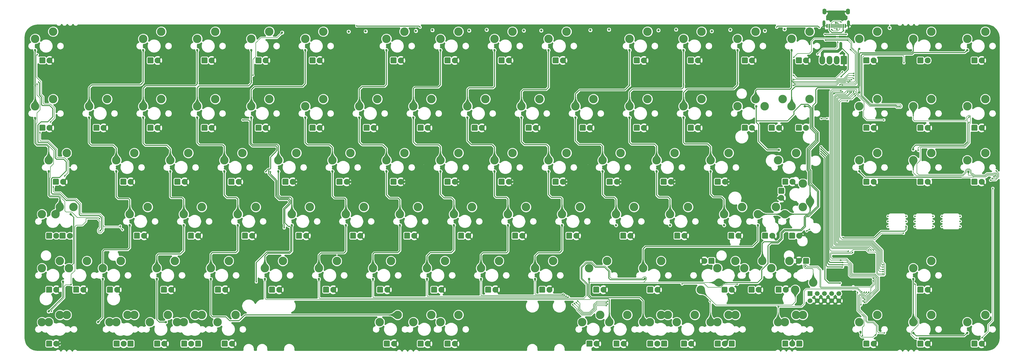
<source format=gbr>
G04 #@! TF.GenerationSoftware,KiCad,Pcbnew,(5.1.2)-2*
G04 #@! TF.CreationDate,2019-07-11T11:24:38+07:00*
G04 #@! TF.ProjectId,PCB,5043422e-6b69-4636-9164-5f7063625858,a*
G04 #@! TF.SameCoordinates,Original*
G04 #@! TF.FileFunction,Copper,L1,Top*
G04 #@! TF.FilePolarity,Positive*
%FSLAX46Y46*%
G04 Gerber Fmt 4.6, Leading zero omitted, Abs format (unit mm)*
G04 Created by KiCad (PCBNEW (5.1.2)-2) date 2019-07-11 11:24:38*
%MOMM*%
%LPD*%
G04 APERTURE LIST*
%ADD10O,1.000000X2.100000*%
%ADD11O,1.400000X2.100000*%
%ADD12R,0.300000X1.450000*%
%ADD13R,0.600000X1.450000*%
%ADD14C,2.100000*%
%ADD15C,0.100000*%
%ADD16C,2.000000*%
%ADD17C,1.700000*%
%ADD18R,1.700000X1.700000*%
%ADD19C,0.600000*%
%ADD20O,2.000000X3.000000*%
%ADD21C,2.200000*%
%ADD22C,3.000000*%
%ADD23C,2.900000*%
%ADD24C,0.500000*%
%ADD25C,0.800000*%
%ADD26C,1.000000*%
%ADD27C,0.300000*%
%ADD28C,0.200000*%
%ADD29C,0.600000*%
%ADD30C,0.025400*%
G04 APERTURE END LIST*
D10*
X274292147Y7969971D03*
X282932147Y7969971D03*
D11*
X274442147Y12149971D03*
X282782147Y12149971D03*
X274442147Y12149971D03*
X282782147Y12149971D03*
D10*
X274292147Y7969971D03*
X282932147Y7969971D03*
D12*
X278862147Y7054971D03*
X278362147Y7054971D03*
X277862147Y7054971D03*
X279362147Y7054971D03*
X277362147Y7054971D03*
X279862147Y7054971D03*
X276862147Y7054971D03*
X280362147Y7054971D03*
D13*
X281062147Y7054971D03*
X276162147Y7054971D03*
X281837147Y7054971D03*
X275387147Y7054971D03*
D14*
X77470000Y-28892500D03*
D15*
G36*
X75695875Y-27844017D02*
G01*
X75726453Y-27848553D01*
X75756440Y-27856064D01*
X75785545Y-27866478D01*
X75813490Y-27879695D01*
X75840005Y-27895587D01*
X75864834Y-27914002D01*
X75887739Y-27934761D01*
X75908498Y-27957666D01*
X75926913Y-27982495D01*
X75942805Y-28009010D01*
X75956022Y-28036955D01*
X75966436Y-28066060D01*
X75973947Y-28096047D01*
X75978483Y-28126625D01*
X75980000Y-28157500D01*
X75980000Y-29627500D01*
X75978483Y-29658375D01*
X75973947Y-29688953D01*
X75966436Y-29718940D01*
X75956022Y-29748045D01*
X75942805Y-29775990D01*
X75926913Y-29802505D01*
X75908498Y-29827334D01*
X75887739Y-29850239D01*
X75864834Y-29870998D01*
X75840005Y-29889413D01*
X75813490Y-29905305D01*
X75785545Y-29918522D01*
X75756440Y-29928936D01*
X75726453Y-29936447D01*
X75695875Y-29940983D01*
X75665000Y-29942500D01*
X74195000Y-29942500D01*
X74164125Y-29940983D01*
X74133547Y-29936447D01*
X74103560Y-29928936D01*
X74074455Y-29918522D01*
X74046510Y-29905305D01*
X74019995Y-29889413D01*
X73995166Y-29870998D01*
X73972261Y-29850239D01*
X73951502Y-29827334D01*
X73933087Y-29802505D01*
X73917195Y-29775990D01*
X73903978Y-29748045D01*
X73893564Y-29718940D01*
X73886053Y-29688953D01*
X73881517Y-29658375D01*
X73880000Y-29627500D01*
X73880000Y-28157500D01*
X73881517Y-28126625D01*
X73886053Y-28096047D01*
X73893564Y-28066060D01*
X73903978Y-28036955D01*
X73917195Y-28009010D01*
X73933087Y-27982495D01*
X73951502Y-27957666D01*
X73972261Y-27934761D01*
X73995166Y-27914002D01*
X74019995Y-27895587D01*
X74046510Y-27879695D01*
X74074455Y-27866478D01*
X74103560Y-27856064D01*
X74133547Y-27848553D01*
X74164125Y-27844017D01*
X74195000Y-27842500D01*
X75665000Y-27842500D01*
X75695875Y-27844017D01*
X75695875Y-27844017D01*
G37*
D14*
X74930000Y-28892500D03*
D15*
G36*
X23308375Y-84994017D02*
G01*
X23338953Y-84998553D01*
X23368940Y-85006064D01*
X23398045Y-85016478D01*
X23425990Y-85029695D01*
X23452505Y-85045587D01*
X23477334Y-85064002D01*
X23500239Y-85084761D01*
X23520998Y-85107666D01*
X23539413Y-85132495D01*
X23555305Y-85159010D01*
X23568522Y-85186955D01*
X23578936Y-85216060D01*
X23586447Y-85246047D01*
X23590983Y-85276625D01*
X23592500Y-85307500D01*
X23592500Y-86777500D01*
X23590983Y-86808375D01*
X23586447Y-86838953D01*
X23578936Y-86868940D01*
X23568522Y-86898045D01*
X23555305Y-86925990D01*
X23539413Y-86952505D01*
X23520998Y-86977334D01*
X23500239Y-87000239D01*
X23477334Y-87020998D01*
X23452505Y-87039413D01*
X23425990Y-87055305D01*
X23398045Y-87068522D01*
X23368940Y-87078936D01*
X23338953Y-87086447D01*
X23308375Y-87090983D01*
X23277500Y-87092500D01*
X21807500Y-87092500D01*
X21776625Y-87090983D01*
X21746047Y-87086447D01*
X21716060Y-87078936D01*
X21686955Y-87068522D01*
X21659010Y-87055305D01*
X21632495Y-87039413D01*
X21607666Y-87020998D01*
X21584761Y-87000239D01*
X21564002Y-86977334D01*
X21545587Y-86952505D01*
X21529695Y-86925990D01*
X21516478Y-86898045D01*
X21506064Y-86868940D01*
X21498553Y-86838953D01*
X21494017Y-86808375D01*
X21492500Y-86777500D01*
X21492500Y-85307500D01*
X21494017Y-85276625D01*
X21498553Y-85246047D01*
X21506064Y-85216060D01*
X21516478Y-85186955D01*
X21529695Y-85159010D01*
X21545587Y-85132495D01*
X21564002Y-85107666D01*
X21584761Y-85084761D01*
X21607666Y-85064002D01*
X21632495Y-85045587D01*
X21659010Y-85029695D01*
X21686955Y-85016478D01*
X21716060Y-85006064D01*
X21746047Y-84998553D01*
X21776625Y-84994017D01*
X21807500Y-84992500D01*
X23277500Y-84992500D01*
X23308375Y-84994017D01*
X23308375Y-84994017D01*
G37*
D14*
X22542500Y-86042500D03*
X25082500Y-86042500D03*
X3651250Y-105092500D03*
D15*
G36*
X1877125Y-104044017D02*
G01*
X1907703Y-104048553D01*
X1937690Y-104056064D01*
X1966795Y-104066478D01*
X1994740Y-104079695D01*
X2021255Y-104095587D01*
X2046084Y-104114002D01*
X2068989Y-104134761D01*
X2089748Y-104157666D01*
X2108163Y-104182495D01*
X2124055Y-104209010D01*
X2137272Y-104236955D01*
X2147686Y-104266060D01*
X2155197Y-104296047D01*
X2159733Y-104326625D01*
X2161250Y-104357500D01*
X2161250Y-105827500D01*
X2159733Y-105858375D01*
X2155197Y-105888953D01*
X2147686Y-105918940D01*
X2137272Y-105948045D01*
X2124055Y-105975990D01*
X2108163Y-106002505D01*
X2089748Y-106027334D01*
X2068989Y-106050239D01*
X2046084Y-106070998D01*
X2021255Y-106089413D01*
X1994740Y-106105305D01*
X1966795Y-106118522D01*
X1937690Y-106128936D01*
X1907703Y-106136447D01*
X1877125Y-106140983D01*
X1846250Y-106142500D01*
X376250Y-106142500D01*
X345375Y-106140983D01*
X314797Y-106136447D01*
X284810Y-106128936D01*
X255705Y-106118522D01*
X227760Y-106105305D01*
X201245Y-106089413D01*
X176416Y-106070998D01*
X153511Y-106050239D01*
X132752Y-106027334D01*
X114337Y-106002505D01*
X98445Y-105975990D01*
X85228Y-105948045D01*
X74814Y-105918940D01*
X67303Y-105888953D01*
X62767Y-105858375D01*
X61250Y-105827500D01*
X61250Y-104357500D01*
X62767Y-104326625D01*
X67303Y-104296047D01*
X74814Y-104266060D01*
X85228Y-104236955D01*
X98445Y-104209010D01*
X114337Y-104182495D01*
X132752Y-104157666D01*
X153511Y-104134761D01*
X176416Y-104114002D01*
X201245Y-104095587D01*
X227760Y-104079695D01*
X255705Y-104066478D01*
X284810Y-104056064D01*
X314797Y-104048553D01*
X345375Y-104044017D01*
X376250Y-104042500D01*
X1846250Y-104042500D01*
X1877125Y-104044017D01*
X1877125Y-104044017D01*
G37*
D14*
X1111250Y-105092500D03*
X191770000Y-28892500D03*
D15*
G36*
X189995875Y-27844017D02*
G01*
X190026453Y-27848553D01*
X190056440Y-27856064D01*
X190085545Y-27866478D01*
X190113490Y-27879695D01*
X190140005Y-27895587D01*
X190164834Y-27914002D01*
X190187739Y-27934761D01*
X190208498Y-27957666D01*
X190226913Y-27982495D01*
X190242805Y-28009010D01*
X190256022Y-28036955D01*
X190266436Y-28066060D01*
X190273947Y-28096047D01*
X190278483Y-28126625D01*
X190280000Y-28157500D01*
X190280000Y-29627500D01*
X190278483Y-29658375D01*
X190273947Y-29688953D01*
X190266436Y-29718940D01*
X190256022Y-29748045D01*
X190242805Y-29775990D01*
X190226913Y-29802505D01*
X190208498Y-29827334D01*
X190187739Y-29850239D01*
X190164834Y-29870998D01*
X190140005Y-29889413D01*
X190113490Y-29905305D01*
X190085545Y-29918522D01*
X190056440Y-29928936D01*
X190026453Y-29936447D01*
X189995875Y-29940983D01*
X189965000Y-29942500D01*
X188495000Y-29942500D01*
X188464125Y-29940983D01*
X188433547Y-29936447D01*
X188403560Y-29928936D01*
X188374455Y-29918522D01*
X188346510Y-29905305D01*
X188319995Y-29889413D01*
X188295166Y-29870998D01*
X188272261Y-29850239D01*
X188251502Y-29827334D01*
X188233087Y-29802505D01*
X188217195Y-29775990D01*
X188203978Y-29748045D01*
X188193564Y-29718940D01*
X188186053Y-29688953D01*
X188181517Y-29658375D01*
X188180000Y-29627500D01*
X188180000Y-28157500D01*
X188181517Y-28126625D01*
X188186053Y-28096047D01*
X188193564Y-28066060D01*
X188203978Y-28036955D01*
X188217195Y-28009010D01*
X188233087Y-27982495D01*
X188251502Y-27957666D01*
X188272261Y-27934761D01*
X188295166Y-27914002D01*
X188319995Y-27895587D01*
X188346510Y-27879695D01*
X188374455Y-27866478D01*
X188403560Y-27856064D01*
X188433547Y-27848553D01*
X188464125Y-27844017D01*
X188495000Y-27842500D01*
X189965000Y-27842500D01*
X189995875Y-27844017D01*
X189995875Y-27844017D01*
G37*
D14*
X189230000Y-28892500D03*
D15*
G36*
X-504125Y-27844017D02*
G01*
X-473547Y-27848553D01*
X-443560Y-27856064D01*
X-414455Y-27866478D01*
X-386510Y-27879695D01*
X-359995Y-27895587D01*
X-335166Y-27914002D01*
X-312261Y-27934761D01*
X-291502Y-27957666D01*
X-273087Y-27982495D01*
X-257195Y-28009010D01*
X-243978Y-28036955D01*
X-233564Y-28066060D01*
X-226053Y-28096047D01*
X-221517Y-28126625D01*
X-220000Y-28157500D01*
X-220000Y-29627500D01*
X-221517Y-29658375D01*
X-226053Y-29688953D01*
X-233564Y-29718940D01*
X-243978Y-29748045D01*
X-257195Y-29775990D01*
X-273087Y-29802505D01*
X-291502Y-29827334D01*
X-312261Y-29850239D01*
X-335166Y-29870998D01*
X-359995Y-29889413D01*
X-386510Y-29905305D01*
X-414455Y-29918522D01*
X-443560Y-29928936D01*
X-473547Y-29936447D01*
X-504125Y-29940983D01*
X-535000Y-29942500D01*
X-2005000Y-29942500D01*
X-2035875Y-29940983D01*
X-2066453Y-29936447D01*
X-2096440Y-29928936D01*
X-2125545Y-29918522D01*
X-2153490Y-29905305D01*
X-2180005Y-29889413D01*
X-2204834Y-29870998D01*
X-2227739Y-29850239D01*
X-2248498Y-29827334D01*
X-2266913Y-29802505D01*
X-2282805Y-29775990D01*
X-2296022Y-29748045D01*
X-2306436Y-29718940D01*
X-2313947Y-29688953D01*
X-2318483Y-29658375D01*
X-2320000Y-29627500D01*
X-2320000Y-28157500D01*
X-2318483Y-28126625D01*
X-2313947Y-28096047D01*
X-2306436Y-28066060D01*
X-2296022Y-28036955D01*
X-2282805Y-28009010D01*
X-2266913Y-27982495D01*
X-2248498Y-27957666D01*
X-2227739Y-27934761D01*
X-2204834Y-27914002D01*
X-2180005Y-27895587D01*
X-2153490Y-27879695D01*
X-2125545Y-27866478D01*
X-2096440Y-27856064D01*
X-2066453Y-27848553D01*
X-2035875Y-27844017D01*
X-2005000Y-27842500D01*
X-535000Y-27842500D01*
X-504125Y-27844017D01*
X-504125Y-27844017D01*
G37*
D14*
X-1270000Y-28892500D03*
X1270000Y-28892500D03*
X6032500Y-47942500D03*
D15*
G36*
X4258375Y-46894017D02*
G01*
X4288953Y-46898553D01*
X4318940Y-46906064D01*
X4348045Y-46916478D01*
X4375990Y-46929695D01*
X4402505Y-46945587D01*
X4427334Y-46964002D01*
X4450239Y-46984761D01*
X4470998Y-47007666D01*
X4489413Y-47032495D01*
X4505305Y-47059010D01*
X4518522Y-47086955D01*
X4528936Y-47116060D01*
X4536447Y-47146047D01*
X4540983Y-47176625D01*
X4542500Y-47207500D01*
X4542500Y-48677500D01*
X4540983Y-48708375D01*
X4536447Y-48738953D01*
X4528936Y-48768940D01*
X4518522Y-48798045D01*
X4505305Y-48825990D01*
X4489413Y-48852505D01*
X4470998Y-48877334D01*
X4450239Y-48900239D01*
X4427334Y-48920998D01*
X4402505Y-48939413D01*
X4375990Y-48955305D01*
X4348045Y-48968522D01*
X4318940Y-48978936D01*
X4288953Y-48986447D01*
X4258375Y-48990983D01*
X4227500Y-48992500D01*
X2757500Y-48992500D01*
X2726625Y-48990983D01*
X2696047Y-48986447D01*
X2666060Y-48978936D01*
X2636955Y-48968522D01*
X2609010Y-48955305D01*
X2582495Y-48939413D01*
X2557666Y-48920998D01*
X2534761Y-48900239D01*
X2514002Y-48877334D01*
X2495587Y-48852505D01*
X2479695Y-48825990D01*
X2466478Y-48798045D01*
X2456064Y-48768940D01*
X2448553Y-48738953D01*
X2444017Y-48708375D01*
X2442500Y-48677500D01*
X2442500Y-47207500D01*
X2444017Y-47176625D01*
X2448553Y-47146047D01*
X2456064Y-47116060D01*
X2466478Y-47086955D01*
X2479695Y-47059010D01*
X2495587Y-47032495D01*
X2514002Y-47007666D01*
X2534761Y-46984761D01*
X2557666Y-46964002D01*
X2582495Y-46945587D01*
X2609010Y-46929695D01*
X2636955Y-46916478D01*
X2666060Y-46906064D01*
X2696047Y-46898553D01*
X2726625Y-46894017D01*
X2757500Y-46892500D01*
X4227500Y-46892500D01*
X4258375Y-46894017D01*
X4258375Y-46894017D01*
G37*
D14*
X3492500Y-47942500D03*
X3651250Y-86042500D03*
D15*
G36*
X1877125Y-84994017D02*
G01*
X1907703Y-84998553D01*
X1937690Y-85006064D01*
X1966795Y-85016478D01*
X1994740Y-85029695D01*
X2021255Y-85045587D01*
X2046084Y-85064002D01*
X2068989Y-85084761D01*
X2089748Y-85107666D01*
X2108163Y-85132495D01*
X2124055Y-85159010D01*
X2137272Y-85186955D01*
X2147686Y-85216060D01*
X2155197Y-85246047D01*
X2159733Y-85276625D01*
X2161250Y-85307500D01*
X2161250Y-86777500D01*
X2159733Y-86808375D01*
X2155197Y-86838953D01*
X2147686Y-86868940D01*
X2137272Y-86898045D01*
X2124055Y-86925990D01*
X2108163Y-86952505D01*
X2089748Y-86977334D01*
X2068989Y-87000239D01*
X2046084Y-87020998D01*
X2021255Y-87039413D01*
X1994740Y-87055305D01*
X1966795Y-87068522D01*
X1937690Y-87078936D01*
X1907703Y-87086447D01*
X1877125Y-87090983D01*
X1846250Y-87092500D01*
X376250Y-87092500D01*
X345375Y-87090983D01*
X314797Y-87086447D01*
X284810Y-87078936D01*
X255705Y-87068522D01*
X227760Y-87055305D01*
X201245Y-87039413D01*
X176416Y-87020998D01*
X153511Y-87000239D01*
X132752Y-86977334D01*
X114337Y-86952505D01*
X98445Y-86925990D01*
X85228Y-86898045D01*
X74814Y-86868940D01*
X67303Y-86838953D01*
X62767Y-86808375D01*
X61250Y-86777500D01*
X61250Y-85307500D01*
X62767Y-85276625D01*
X67303Y-85246047D01*
X74814Y-85216060D01*
X85228Y-85186955D01*
X98445Y-85159010D01*
X114337Y-85132495D01*
X132752Y-85107666D01*
X153511Y-85084761D01*
X176416Y-85064002D01*
X201245Y-85045587D01*
X227760Y-85029695D01*
X255705Y-85016478D01*
X284810Y-85006064D01*
X314797Y-84998553D01*
X345375Y-84994017D01*
X376250Y-84992500D01*
X1846250Y-84992500D01*
X1877125Y-84994017D01*
X1877125Y-84994017D01*
G37*
D14*
X1111250Y-86042500D03*
X13176250Y-86042500D03*
D15*
G36*
X11402125Y-84994017D02*
G01*
X11432703Y-84998553D01*
X11462690Y-85006064D01*
X11491795Y-85016478D01*
X11519740Y-85029695D01*
X11546255Y-85045587D01*
X11571084Y-85064002D01*
X11593989Y-85084761D01*
X11614748Y-85107666D01*
X11633163Y-85132495D01*
X11649055Y-85159010D01*
X11662272Y-85186955D01*
X11672686Y-85216060D01*
X11680197Y-85246047D01*
X11684733Y-85276625D01*
X11686250Y-85307500D01*
X11686250Y-86777500D01*
X11684733Y-86808375D01*
X11680197Y-86838953D01*
X11672686Y-86868940D01*
X11662272Y-86898045D01*
X11649055Y-86925990D01*
X11633163Y-86952505D01*
X11614748Y-86977334D01*
X11593989Y-87000239D01*
X11571084Y-87020998D01*
X11546255Y-87039413D01*
X11519740Y-87055305D01*
X11491795Y-87068522D01*
X11462690Y-87078936D01*
X11432703Y-87086447D01*
X11402125Y-87090983D01*
X11371250Y-87092500D01*
X9901250Y-87092500D01*
X9870375Y-87090983D01*
X9839797Y-87086447D01*
X9809810Y-87078936D01*
X9780705Y-87068522D01*
X9752760Y-87055305D01*
X9726245Y-87039413D01*
X9701416Y-87020998D01*
X9678511Y-87000239D01*
X9657752Y-86977334D01*
X9639337Y-86952505D01*
X9623445Y-86925990D01*
X9610228Y-86898045D01*
X9599814Y-86868940D01*
X9592303Y-86838953D01*
X9587767Y-86808375D01*
X9586250Y-86777500D01*
X9586250Y-85307500D01*
X9587767Y-85276625D01*
X9592303Y-85246047D01*
X9599814Y-85216060D01*
X9610228Y-85186955D01*
X9623445Y-85159010D01*
X9639337Y-85132495D01*
X9657752Y-85107666D01*
X9678511Y-85084761D01*
X9701416Y-85064002D01*
X9726245Y-85045587D01*
X9752760Y-85029695D01*
X9780705Y-85016478D01*
X9809810Y-85006064D01*
X9839797Y-84998553D01*
X9870375Y-84994017D01*
X9901250Y-84992500D01*
X11371250Y-84992500D01*
X11402125Y-84994017D01*
X11402125Y-84994017D01*
G37*
D14*
X10636250Y-86042500D03*
X3651250Y-66992500D03*
D15*
G36*
X1877125Y-65944017D02*
G01*
X1907703Y-65948553D01*
X1937690Y-65956064D01*
X1966795Y-65966478D01*
X1994740Y-65979695D01*
X2021255Y-65995587D01*
X2046084Y-66014002D01*
X2068989Y-66034761D01*
X2089748Y-66057666D01*
X2108163Y-66082495D01*
X2124055Y-66109010D01*
X2137272Y-66136955D01*
X2147686Y-66166060D01*
X2155197Y-66196047D01*
X2159733Y-66226625D01*
X2161250Y-66257500D01*
X2161250Y-67727500D01*
X2159733Y-67758375D01*
X2155197Y-67788953D01*
X2147686Y-67818940D01*
X2137272Y-67848045D01*
X2124055Y-67875990D01*
X2108163Y-67902505D01*
X2089748Y-67927334D01*
X2068989Y-67950239D01*
X2046084Y-67970998D01*
X2021255Y-67989413D01*
X1994740Y-68005305D01*
X1966795Y-68018522D01*
X1937690Y-68028936D01*
X1907703Y-68036447D01*
X1877125Y-68040983D01*
X1846250Y-68042500D01*
X376250Y-68042500D01*
X345375Y-68040983D01*
X314797Y-68036447D01*
X284810Y-68028936D01*
X255705Y-68018522D01*
X227760Y-68005305D01*
X201245Y-67989413D01*
X176416Y-67970998D01*
X153511Y-67950239D01*
X132752Y-67927334D01*
X114337Y-67902505D01*
X98445Y-67875990D01*
X85228Y-67848045D01*
X74814Y-67818940D01*
X67303Y-67788953D01*
X62767Y-67758375D01*
X61250Y-67727500D01*
X61250Y-66257500D01*
X62767Y-66226625D01*
X67303Y-66196047D01*
X74814Y-66166060D01*
X85228Y-66136955D01*
X98445Y-66109010D01*
X114337Y-66082495D01*
X132752Y-66057666D01*
X153511Y-66034761D01*
X176416Y-66014002D01*
X201245Y-65995587D01*
X227760Y-65979695D01*
X255705Y-65966478D01*
X284810Y-65956064D01*
X314797Y-65948553D01*
X345375Y-65944017D01*
X376250Y-65942500D01*
X1846250Y-65942500D01*
X1877125Y-65944017D01*
X1877125Y-65944017D01*
G37*
D14*
X1111250Y-66992500D03*
D15*
G36*
X199520875Y-46894017D02*
G01*
X199551453Y-46898553D01*
X199581440Y-46906064D01*
X199610545Y-46916478D01*
X199638490Y-46929695D01*
X199665005Y-46945587D01*
X199689834Y-46964002D01*
X199712739Y-46984761D01*
X199733498Y-47007666D01*
X199751913Y-47032495D01*
X199767805Y-47059010D01*
X199781022Y-47086955D01*
X199791436Y-47116060D01*
X199798947Y-47146047D01*
X199803483Y-47176625D01*
X199805000Y-47207500D01*
X199805000Y-48677500D01*
X199803483Y-48708375D01*
X199798947Y-48738953D01*
X199791436Y-48768940D01*
X199781022Y-48798045D01*
X199767805Y-48825990D01*
X199751913Y-48852505D01*
X199733498Y-48877334D01*
X199712739Y-48900239D01*
X199689834Y-48920998D01*
X199665005Y-48939413D01*
X199638490Y-48955305D01*
X199610545Y-48968522D01*
X199581440Y-48978936D01*
X199551453Y-48986447D01*
X199520875Y-48990983D01*
X199490000Y-48992500D01*
X198020000Y-48992500D01*
X197989125Y-48990983D01*
X197958547Y-48986447D01*
X197928560Y-48978936D01*
X197899455Y-48968522D01*
X197871510Y-48955305D01*
X197844995Y-48939413D01*
X197820166Y-48920998D01*
X197797261Y-48900239D01*
X197776502Y-48877334D01*
X197758087Y-48852505D01*
X197742195Y-48825990D01*
X197728978Y-48798045D01*
X197718564Y-48768940D01*
X197711053Y-48738953D01*
X197706517Y-48708375D01*
X197705000Y-48677500D01*
X197705000Y-47207500D01*
X197706517Y-47176625D01*
X197711053Y-47146047D01*
X197718564Y-47116060D01*
X197728978Y-47086955D01*
X197742195Y-47059010D01*
X197758087Y-47032495D01*
X197776502Y-47007666D01*
X197797261Y-46984761D01*
X197820166Y-46964002D01*
X197844995Y-46945587D01*
X197871510Y-46929695D01*
X197899455Y-46916478D01*
X197928560Y-46906064D01*
X197958547Y-46898553D01*
X197989125Y-46894017D01*
X198020000Y-46892500D01*
X199490000Y-46892500D01*
X199520875Y-46894017D01*
X199520875Y-46894017D01*
G37*
D14*
X198755000Y-47942500D03*
X201295000Y-47942500D03*
D15*
G36*
X204283375Y-65944017D02*
G01*
X204313953Y-65948553D01*
X204343940Y-65956064D01*
X204373045Y-65966478D01*
X204400990Y-65979695D01*
X204427505Y-65995587D01*
X204452334Y-66014002D01*
X204475239Y-66034761D01*
X204495998Y-66057666D01*
X204514413Y-66082495D01*
X204530305Y-66109010D01*
X204543522Y-66136955D01*
X204553936Y-66166060D01*
X204561447Y-66196047D01*
X204565983Y-66226625D01*
X204567500Y-66257500D01*
X204567500Y-67727500D01*
X204565983Y-67758375D01*
X204561447Y-67788953D01*
X204553936Y-67818940D01*
X204543522Y-67848045D01*
X204530305Y-67875990D01*
X204514413Y-67902505D01*
X204495998Y-67927334D01*
X204475239Y-67950239D01*
X204452334Y-67970998D01*
X204427505Y-67989413D01*
X204400990Y-68005305D01*
X204373045Y-68018522D01*
X204343940Y-68028936D01*
X204313953Y-68036447D01*
X204283375Y-68040983D01*
X204252500Y-68042500D01*
X202782500Y-68042500D01*
X202751625Y-68040983D01*
X202721047Y-68036447D01*
X202691060Y-68028936D01*
X202661955Y-68018522D01*
X202634010Y-68005305D01*
X202607495Y-67989413D01*
X202582666Y-67970998D01*
X202559761Y-67950239D01*
X202539002Y-67927334D01*
X202520587Y-67902505D01*
X202504695Y-67875990D01*
X202491478Y-67848045D01*
X202481064Y-67818940D01*
X202473553Y-67788953D01*
X202469017Y-67758375D01*
X202467500Y-67727500D01*
X202467500Y-66257500D01*
X202469017Y-66226625D01*
X202473553Y-66196047D01*
X202481064Y-66166060D01*
X202491478Y-66136955D01*
X202504695Y-66109010D01*
X202520587Y-66082495D01*
X202539002Y-66057666D01*
X202559761Y-66034761D01*
X202582666Y-66014002D01*
X202607495Y-65995587D01*
X202634010Y-65979695D01*
X202661955Y-65966478D01*
X202691060Y-65956064D01*
X202721047Y-65948553D01*
X202751625Y-65944017D01*
X202782500Y-65942500D01*
X204252500Y-65942500D01*
X204283375Y-65944017D01*
X204283375Y-65944017D01*
G37*
D14*
X203517500Y-66992500D03*
X206057500Y-66992500D03*
D15*
G36*
X37595875Y-4031517D02*
G01*
X37626453Y-4036053D01*
X37656440Y-4043564D01*
X37685545Y-4053978D01*
X37713490Y-4067195D01*
X37740005Y-4083087D01*
X37764834Y-4101502D01*
X37787739Y-4122261D01*
X37808498Y-4145166D01*
X37826913Y-4169995D01*
X37842805Y-4196510D01*
X37856022Y-4224455D01*
X37866436Y-4253560D01*
X37873947Y-4283547D01*
X37878483Y-4314125D01*
X37880000Y-4345000D01*
X37880000Y-5815000D01*
X37878483Y-5845875D01*
X37873947Y-5876453D01*
X37866436Y-5906440D01*
X37856022Y-5935545D01*
X37842805Y-5963490D01*
X37826913Y-5990005D01*
X37808498Y-6014834D01*
X37787739Y-6037739D01*
X37764834Y-6058498D01*
X37740005Y-6076913D01*
X37713490Y-6092805D01*
X37685545Y-6106022D01*
X37656440Y-6116436D01*
X37626453Y-6123947D01*
X37595875Y-6128483D01*
X37565000Y-6130000D01*
X36095000Y-6130000D01*
X36064125Y-6128483D01*
X36033547Y-6123947D01*
X36003560Y-6116436D01*
X35974455Y-6106022D01*
X35946510Y-6092805D01*
X35919995Y-6076913D01*
X35895166Y-6058498D01*
X35872261Y-6037739D01*
X35851502Y-6014834D01*
X35833087Y-5990005D01*
X35817195Y-5963490D01*
X35803978Y-5935545D01*
X35793564Y-5906440D01*
X35786053Y-5876453D01*
X35781517Y-5845875D01*
X35780000Y-5815000D01*
X35780000Y-4345000D01*
X35781517Y-4314125D01*
X35786053Y-4283547D01*
X35793564Y-4253560D01*
X35803978Y-4224455D01*
X35817195Y-4196510D01*
X35833087Y-4169995D01*
X35851502Y-4145166D01*
X35872261Y-4122261D01*
X35895166Y-4101502D01*
X35919995Y-4083087D01*
X35946510Y-4067195D01*
X35974455Y-4053978D01*
X36003560Y-4043564D01*
X36033547Y-4036053D01*
X36064125Y-4031517D01*
X36095000Y-4030000D01*
X37565000Y-4030000D01*
X37595875Y-4031517D01*
X37595875Y-4031517D01*
G37*
D14*
X36830000Y-5080000D03*
X39370000Y-5080000D03*
X29845000Y-47942500D03*
D15*
G36*
X28070875Y-46894017D02*
G01*
X28101453Y-46898553D01*
X28131440Y-46906064D01*
X28160545Y-46916478D01*
X28188490Y-46929695D01*
X28215005Y-46945587D01*
X28239834Y-46964002D01*
X28262739Y-46984761D01*
X28283498Y-47007666D01*
X28301913Y-47032495D01*
X28317805Y-47059010D01*
X28331022Y-47086955D01*
X28341436Y-47116060D01*
X28348947Y-47146047D01*
X28353483Y-47176625D01*
X28355000Y-47207500D01*
X28355000Y-48677500D01*
X28353483Y-48708375D01*
X28348947Y-48738953D01*
X28341436Y-48768940D01*
X28331022Y-48798045D01*
X28317805Y-48825990D01*
X28301913Y-48852505D01*
X28283498Y-48877334D01*
X28262739Y-48900239D01*
X28239834Y-48920998D01*
X28215005Y-48939413D01*
X28188490Y-48955305D01*
X28160545Y-48968522D01*
X28131440Y-48978936D01*
X28101453Y-48986447D01*
X28070875Y-48990983D01*
X28040000Y-48992500D01*
X26570000Y-48992500D01*
X26539125Y-48990983D01*
X26508547Y-48986447D01*
X26478560Y-48978936D01*
X26449455Y-48968522D01*
X26421510Y-48955305D01*
X26394995Y-48939413D01*
X26370166Y-48920998D01*
X26347261Y-48900239D01*
X26326502Y-48877334D01*
X26308087Y-48852505D01*
X26292195Y-48825990D01*
X26278978Y-48798045D01*
X26268564Y-48768940D01*
X26261053Y-48738953D01*
X26256517Y-48708375D01*
X26255000Y-48677500D01*
X26255000Y-47207500D01*
X26256517Y-47176625D01*
X26261053Y-47146047D01*
X26268564Y-47116060D01*
X26278978Y-47086955D01*
X26292195Y-47059010D01*
X26308087Y-47032495D01*
X26326502Y-47007666D01*
X26347261Y-46984761D01*
X26370166Y-46964002D01*
X26394995Y-46945587D01*
X26421510Y-46929695D01*
X26449455Y-46916478D01*
X26478560Y-46906064D01*
X26508547Y-46898553D01*
X26539125Y-46894017D01*
X26570000Y-46892500D01*
X28040000Y-46892500D01*
X28070875Y-46894017D01*
X28070875Y-46894017D01*
G37*
D14*
X27305000Y-47942500D03*
X8413750Y-66992500D03*
D15*
G36*
X6639625Y-65944017D02*
G01*
X6670203Y-65948553D01*
X6700190Y-65956064D01*
X6729295Y-65966478D01*
X6757240Y-65979695D01*
X6783755Y-65995587D01*
X6808584Y-66014002D01*
X6831489Y-66034761D01*
X6852248Y-66057666D01*
X6870663Y-66082495D01*
X6886555Y-66109010D01*
X6899772Y-66136955D01*
X6910186Y-66166060D01*
X6917697Y-66196047D01*
X6922233Y-66226625D01*
X6923750Y-66257500D01*
X6923750Y-67727500D01*
X6922233Y-67758375D01*
X6917697Y-67788953D01*
X6910186Y-67818940D01*
X6899772Y-67848045D01*
X6886555Y-67875990D01*
X6870663Y-67902505D01*
X6852248Y-67927334D01*
X6831489Y-67950239D01*
X6808584Y-67970998D01*
X6783755Y-67989413D01*
X6757240Y-68005305D01*
X6729295Y-68018522D01*
X6700190Y-68028936D01*
X6670203Y-68036447D01*
X6639625Y-68040983D01*
X6608750Y-68042500D01*
X5138750Y-68042500D01*
X5107875Y-68040983D01*
X5077297Y-68036447D01*
X5047310Y-68028936D01*
X5018205Y-68018522D01*
X4990260Y-68005305D01*
X4963745Y-67989413D01*
X4938916Y-67970998D01*
X4916011Y-67950239D01*
X4895252Y-67927334D01*
X4876837Y-67902505D01*
X4860945Y-67875990D01*
X4847728Y-67848045D01*
X4837314Y-67818940D01*
X4829803Y-67788953D01*
X4825267Y-67758375D01*
X4823750Y-67727500D01*
X4823750Y-66257500D01*
X4825267Y-66226625D01*
X4829803Y-66196047D01*
X4837314Y-66166060D01*
X4847728Y-66136955D01*
X4860945Y-66109010D01*
X4876837Y-66082495D01*
X4895252Y-66057666D01*
X4916011Y-66034761D01*
X4938916Y-66014002D01*
X4963745Y-65995587D01*
X4990260Y-65979695D01*
X5018205Y-65966478D01*
X5047310Y-65956064D01*
X5077297Y-65948553D01*
X5107875Y-65944017D01*
X5138750Y-65942500D01*
X6608750Y-65942500D01*
X6639625Y-65944017D01*
X6639625Y-65944017D01*
G37*
D14*
X5873750Y-66992500D03*
X210820000Y-5080000D03*
D15*
G36*
X209045875Y-4031517D02*
G01*
X209076453Y-4036053D01*
X209106440Y-4043564D01*
X209135545Y-4053978D01*
X209163490Y-4067195D01*
X209190005Y-4083087D01*
X209214834Y-4101502D01*
X209237739Y-4122261D01*
X209258498Y-4145166D01*
X209276913Y-4169995D01*
X209292805Y-4196510D01*
X209306022Y-4224455D01*
X209316436Y-4253560D01*
X209323947Y-4283547D01*
X209328483Y-4314125D01*
X209330000Y-4345000D01*
X209330000Y-5815000D01*
X209328483Y-5845875D01*
X209323947Y-5876453D01*
X209316436Y-5906440D01*
X209306022Y-5935545D01*
X209292805Y-5963490D01*
X209276913Y-5990005D01*
X209258498Y-6014834D01*
X209237739Y-6037739D01*
X209214834Y-6058498D01*
X209190005Y-6076913D01*
X209163490Y-6092805D01*
X209135545Y-6106022D01*
X209106440Y-6116436D01*
X209076453Y-6123947D01*
X209045875Y-6128483D01*
X209015000Y-6130000D01*
X207545000Y-6130000D01*
X207514125Y-6128483D01*
X207483547Y-6123947D01*
X207453560Y-6116436D01*
X207424455Y-6106022D01*
X207396510Y-6092805D01*
X207369995Y-6076913D01*
X207345166Y-6058498D01*
X207322261Y-6037739D01*
X207301502Y-6014834D01*
X207283087Y-5990005D01*
X207267195Y-5963490D01*
X207253978Y-5935545D01*
X207243564Y-5906440D01*
X207236053Y-5876453D01*
X207231517Y-5845875D01*
X207230000Y-5815000D01*
X207230000Y-4345000D01*
X207231517Y-4314125D01*
X207236053Y-4283547D01*
X207243564Y-4253560D01*
X207253978Y-4224455D01*
X207267195Y-4196510D01*
X207283087Y-4169995D01*
X207301502Y-4145166D01*
X207322261Y-4122261D01*
X207345166Y-4101502D01*
X207369995Y-4083087D01*
X207396510Y-4067195D01*
X207424455Y-4053978D01*
X207453560Y-4043564D01*
X207483547Y-4036053D01*
X207514125Y-4031517D01*
X207545000Y-4030000D01*
X209015000Y-4030000D01*
X209045875Y-4031517D01*
X209045875Y-4031517D01*
G37*
D14*
X208280000Y-5080000D03*
D15*
G36*
X18545875Y-27844017D02*
G01*
X18576453Y-27848553D01*
X18606440Y-27856064D01*
X18635545Y-27866478D01*
X18663490Y-27879695D01*
X18690005Y-27895587D01*
X18714834Y-27914002D01*
X18737739Y-27934761D01*
X18758498Y-27957666D01*
X18776913Y-27982495D01*
X18792805Y-28009010D01*
X18806022Y-28036955D01*
X18816436Y-28066060D01*
X18823947Y-28096047D01*
X18828483Y-28126625D01*
X18830000Y-28157500D01*
X18830000Y-29627500D01*
X18828483Y-29658375D01*
X18823947Y-29688953D01*
X18816436Y-29718940D01*
X18806022Y-29748045D01*
X18792805Y-29775990D01*
X18776913Y-29802505D01*
X18758498Y-29827334D01*
X18737739Y-29850239D01*
X18714834Y-29870998D01*
X18690005Y-29889413D01*
X18663490Y-29905305D01*
X18635545Y-29918522D01*
X18606440Y-29928936D01*
X18576453Y-29936447D01*
X18545875Y-29940983D01*
X18515000Y-29942500D01*
X17045000Y-29942500D01*
X17014125Y-29940983D01*
X16983547Y-29936447D01*
X16953560Y-29928936D01*
X16924455Y-29918522D01*
X16896510Y-29905305D01*
X16869995Y-29889413D01*
X16845166Y-29870998D01*
X16822261Y-29850239D01*
X16801502Y-29827334D01*
X16783087Y-29802505D01*
X16767195Y-29775990D01*
X16753978Y-29748045D01*
X16743564Y-29718940D01*
X16736053Y-29688953D01*
X16731517Y-29658375D01*
X16730000Y-29627500D01*
X16730000Y-28157500D01*
X16731517Y-28126625D01*
X16736053Y-28096047D01*
X16743564Y-28066060D01*
X16753978Y-28036955D01*
X16767195Y-28009010D01*
X16783087Y-27982495D01*
X16801502Y-27957666D01*
X16822261Y-27934761D01*
X16845166Y-27914002D01*
X16869995Y-27895587D01*
X16896510Y-27879695D01*
X16924455Y-27866478D01*
X16953560Y-27856064D01*
X16983547Y-27848553D01*
X17014125Y-27844017D01*
X17045000Y-27842500D01*
X18515000Y-27842500D01*
X18545875Y-27844017D01*
X18545875Y-27844017D01*
G37*
D14*
X17780000Y-28892500D03*
X20320000Y-28892500D03*
D15*
G36*
X32833375Y-65944017D02*
G01*
X32863953Y-65948553D01*
X32893940Y-65956064D01*
X32923045Y-65966478D01*
X32950990Y-65979695D01*
X32977505Y-65995587D01*
X33002334Y-66014002D01*
X33025239Y-66034761D01*
X33045998Y-66057666D01*
X33064413Y-66082495D01*
X33080305Y-66109010D01*
X33093522Y-66136955D01*
X33103936Y-66166060D01*
X33111447Y-66196047D01*
X33115983Y-66226625D01*
X33117500Y-66257500D01*
X33117500Y-67727500D01*
X33115983Y-67758375D01*
X33111447Y-67788953D01*
X33103936Y-67818940D01*
X33093522Y-67848045D01*
X33080305Y-67875990D01*
X33064413Y-67902505D01*
X33045998Y-67927334D01*
X33025239Y-67950239D01*
X33002334Y-67970998D01*
X32977505Y-67989413D01*
X32950990Y-68005305D01*
X32923045Y-68018522D01*
X32893940Y-68028936D01*
X32863953Y-68036447D01*
X32833375Y-68040983D01*
X32802500Y-68042500D01*
X31332500Y-68042500D01*
X31301625Y-68040983D01*
X31271047Y-68036447D01*
X31241060Y-68028936D01*
X31211955Y-68018522D01*
X31184010Y-68005305D01*
X31157495Y-67989413D01*
X31132666Y-67970998D01*
X31109761Y-67950239D01*
X31089002Y-67927334D01*
X31070587Y-67902505D01*
X31054695Y-67875990D01*
X31041478Y-67848045D01*
X31031064Y-67818940D01*
X31023553Y-67788953D01*
X31019017Y-67758375D01*
X31017500Y-67727500D01*
X31017500Y-66257500D01*
X31019017Y-66226625D01*
X31023553Y-66196047D01*
X31031064Y-66166060D01*
X31041478Y-66136955D01*
X31054695Y-66109010D01*
X31070587Y-66082495D01*
X31089002Y-66057666D01*
X31109761Y-66034761D01*
X31132666Y-66014002D01*
X31157495Y-65995587D01*
X31184010Y-65979695D01*
X31211955Y-65966478D01*
X31241060Y-65956064D01*
X31271047Y-65948553D01*
X31301625Y-65944017D01*
X31332500Y-65942500D01*
X32802500Y-65942500D01*
X32833375Y-65944017D01*
X32833375Y-65944017D01*
G37*
D14*
X32067500Y-66992500D03*
X34607500Y-66992500D03*
X27384375Y-105092500D03*
D15*
G36*
X30610875Y-104044017D02*
G01*
X30641453Y-104048553D01*
X30671440Y-104056064D01*
X30700545Y-104066478D01*
X30728490Y-104079695D01*
X30755005Y-104095587D01*
X30779834Y-104114002D01*
X30802739Y-104134761D01*
X30823498Y-104157666D01*
X30841913Y-104182495D01*
X30857805Y-104209010D01*
X30871022Y-104236955D01*
X30881436Y-104266060D01*
X30888947Y-104296047D01*
X30893483Y-104326625D01*
X30895000Y-104357500D01*
X30895000Y-105827500D01*
X30893483Y-105858375D01*
X30888947Y-105888953D01*
X30881436Y-105918940D01*
X30871022Y-105948045D01*
X30857805Y-105975990D01*
X30841913Y-106002505D01*
X30823498Y-106027334D01*
X30802739Y-106050239D01*
X30779834Y-106070998D01*
X30755005Y-106089413D01*
X30728490Y-106105305D01*
X30700545Y-106118522D01*
X30671440Y-106128936D01*
X30641453Y-106136447D01*
X30610875Y-106140983D01*
X30580000Y-106142500D01*
X29110000Y-106142500D01*
X29079125Y-106140983D01*
X29048547Y-106136447D01*
X29018560Y-106128936D01*
X28989455Y-106118522D01*
X28961510Y-106105305D01*
X28934995Y-106089413D01*
X28910166Y-106070998D01*
X28887261Y-106050239D01*
X28866502Y-106027334D01*
X28848087Y-106002505D01*
X28832195Y-105975990D01*
X28818978Y-105948045D01*
X28808564Y-105918940D01*
X28801053Y-105888953D01*
X28796517Y-105858375D01*
X28795000Y-105827500D01*
X28795000Y-104357500D01*
X28796517Y-104326625D01*
X28801053Y-104296047D01*
X28808564Y-104266060D01*
X28818978Y-104236955D01*
X28832195Y-104209010D01*
X28848087Y-104182495D01*
X28866502Y-104157666D01*
X28887261Y-104134761D01*
X28910166Y-104114002D01*
X28934995Y-104095587D01*
X28961510Y-104079695D01*
X28989455Y-104066478D01*
X29018560Y-104056064D01*
X29048547Y-104048553D01*
X29079125Y-104044017D01*
X29110000Y-104042500D01*
X30580000Y-104042500D01*
X30610875Y-104044017D01*
X30610875Y-104044017D01*
G37*
D14*
X29845000Y-105092500D03*
D15*
G36*
X242383375Y-65944017D02*
G01*
X242413953Y-65948553D01*
X242443940Y-65956064D01*
X242473045Y-65966478D01*
X242500990Y-65979695D01*
X242527505Y-65995587D01*
X242552334Y-66014002D01*
X242575239Y-66034761D01*
X242595998Y-66057666D01*
X242614413Y-66082495D01*
X242630305Y-66109010D01*
X242643522Y-66136955D01*
X242653936Y-66166060D01*
X242661447Y-66196047D01*
X242665983Y-66226625D01*
X242667500Y-66257500D01*
X242667500Y-67727500D01*
X242665983Y-67758375D01*
X242661447Y-67788953D01*
X242653936Y-67818940D01*
X242643522Y-67848045D01*
X242630305Y-67875990D01*
X242614413Y-67902505D01*
X242595998Y-67927334D01*
X242575239Y-67950239D01*
X242552334Y-67970998D01*
X242527505Y-67989413D01*
X242500990Y-68005305D01*
X242473045Y-68018522D01*
X242443940Y-68028936D01*
X242413953Y-68036447D01*
X242383375Y-68040983D01*
X242352500Y-68042500D01*
X240882500Y-68042500D01*
X240851625Y-68040983D01*
X240821047Y-68036447D01*
X240791060Y-68028936D01*
X240761955Y-68018522D01*
X240734010Y-68005305D01*
X240707495Y-67989413D01*
X240682666Y-67970998D01*
X240659761Y-67950239D01*
X240639002Y-67927334D01*
X240620587Y-67902505D01*
X240604695Y-67875990D01*
X240591478Y-67848045D01*
X240581064Y-67818940D01*
X240573553Y-67788953D01*
X240569017Y-67758375D01*
X240567500Y-67727500D01*
X240567500Y-66257500D01*
X240569017Y-66226625D01*
X240573553Y-66196047D01*
X240581064Y-66166060D01*
X240591478Y-66136955D01*
X240604695Y-66109010D01*
X240620587Y-66082495D01*
X240639002Y-66057666D01*
X240659761Y-66034761D01*
X240682666Y-66014002D01*
X240707495Y-65995587D01*
X240734010Y-65979695D01*
X240761955Y-65966478D01*
X240791060Y-65956064D01*
X240821047Y-65948553D01*
X240851625Y-65944017D01*
X240882500Y-65942500D01*
X242352500Y-65942500D01*
X242383375Y-65944017D01*
X242383375Y-65944017D01*
G37*
D14*
X241617500Y-66992500D03*
X244157500Y-66992500D03*
D15*
G36*
X75695875Y-4031517D02*
G01*
X75726453Y-4036053D01*
X75756440Y-4043564D01*
X75785545Y-4053978D01*
X75813490Y-4067195D01*
X75840005Y-4083087D01*
X75864834Y-4101502D01*
X75887739Y-4122261D01*
X75908498Y-4145166D01*
X75926913Y-4169995D01*
X75942805Y-4196510D01*
X75956022Y-4224455D01*
X75966436Y-4253560D01*
X75973947Y-4283547D01*
X75978483Y-4314125D01*
X75980000Y-4345000D01*
X75980000Y-5815000D01*
X75978483Y-5845875D01*
X75973947Y-5876453D01*
X75966436Y-5906440D01*
X75956022Y-5935545D01*
X75942805Y-5963490D01*
X75926913Y-5990005D01*
X75908498Y-6014834D01*
X75887739Y-6037739D01*
X75864834Y-6058498D01*
X75840005Y-6076913D01*
X75813490Y-6092805D01*
X75785545Y-6106022D01*
X75756440Y-6116436D01*
X75726453Y-6123947D01*
X75695875Y-6128483D01*
X75665000Y-6130000D01*
X74195000Y-6130000D01*
X74164125Y-6128483D01*
X74133547Y-6123947D01*
X74103560Y-6116436D01*
X74074455Y-6106022D01*
X74046510Y-6092805D01*
X74019995Y-6076913D01*
X73995166Y-6058498D01*
X73972261Y-6037739D01*
X73951502Y-6014834D01*
X73933087Y-5990005D01*
X73917195Y-5963490D01*
X73903978Y-5935545D01*
X73893564Y-5906440D01*
X73886053Y-5876453D01*
X73881517Y-5845875D01*
X73880000Y-5815000D01*
X73880000Y-4345000D01*
X73881517Y-4314125D01*
X73886053Y-4283547D01*
X73893564Y-4253560D01*
X73903978Y-4224455D01*
X73917195Y-4196510D01*
X73933087Y-4169995D01*
X73951502Y-4145166D01*
X73972261Y-4122261D01*
X73995166Y-4101502D01*
X74019995Y-4083087D01*
X74046510Y-4067195D01*
X74074455Y-4053978D01*
X74103560Y-4043564D01*
X74133547Y-4036053D01*
X74164125Y-4031517D01*
X74195000Y-4030000D01*
X75665000Y-4030000D01*
X75695875Y-4031517D01*
X75695875Y-4031517D01*
G37*
D14*
X74930000Y-5080000D03*
X77470000Y-5080000D03*
D15*
G36*
X25689625Y-104044017D02*
G01*
X25720203Y-104048553D01*
X25750190Y-104056064D01*
X25779295Y-104066478D01*
X25807240Y-104079695D01*
X25833755Y-104095587D01*
X25858584Y-104114002D01*
X25881489Y-104134761D01*
X25902248Y-104157666D01*
X25920663Y-104182495D01*
X25936555Y-104209010D01*
X25949772Y-104236955D01*
X25960186Y-104266060D01*
X25967697Y-104296047D01*
X25972233Y-104326625D01*
X25973750Y-104357500D01*
X25973750Y-105827500D01*
X25972233Y-105858375D01*
X25967697Y-105888953D01*
X25960186Y-105918940D01*
X25949772Y-105948045D01*
X25936555Y-105975990D01*
X25920663Y-106002505D01*
X25902248Y-106027334D01*
X25881489Y-106050239D01*
X25858584Y-106070998D01*
X25833755Y-106089413D01*
X25807240Y-106105305D01*
X25779295Y-106118522D01*
X25750190Y-106128936D01*
X25720203Y-106136447D01*
X25689625Y-106140983D01*
X25658750Y-106142500D01*
X24188750Y-106142500D01*
X24157875Y-106140983D01*
X24127297Y-106136447D01*
X24097310Y-106128936D01*
X24068205Y-106118522D01*
X24040260Y-106105305D01*
X24013745Y-106089413D01*
X23988916Y-106070998D01*
X23966011Y-106050239D01*
X23945252Y-106027334D01*
X23926837Y-106002505D01*
X23910945Y-105975990D01*
X23897728Y-105948045D01*
X23887314Y-105918940D01*
X23879803Y-105888953D01*
X23875267Y-105858375D01*
X23873750Y-105827500D01*
X23873750Y-104357500D01*
X23875267Y-104326625D01*
X23879803Y-104296047D01*
X23887314Y-104266060D01*
X23897728Y-104236955D01*
X23910945Y-104209010D01*
X23926837Y-104182495D01*
X23945252Y-104157666D01*
X23966011Y-104134761D01*
X23988916Y-104114002D01*
X24013745Y-104095587D01*
X24040260Y-104079695D01*
X24068205Y-104066478D01*
X24097310Y-104056064D01*
X24127297Y-104048553D01*
X24157875Y-104044017D01*
X24188750Y-104042500D01*
X25658750Y-104042500D01*
X25689625Y-104044017D01*
X25689625Y-104044017D01*
G37*
D14*
X24923750Y-105092500D03*
X27384375Y-105092500D03*
X44132500Y-86042500D03*
D15*
G36*
X42358375Y-84994017D02*
G01*
X42388953Y-84998553D01*
X42418940Y-85006064D01*
X42448045Y-85016478D01*
X42475990Y-85029695D01*
X42502505Y-85045587D01*
X42527334Y-85064002D01*
X42550239Y-85084761D01*
X42570998Y-85107666D01*
X42589413Y-85132495D01*
X42605305Y-85159010D01*
X42618522Y-85186955D01*
X42628936Y-85216060D01*
X42636447Y-85246047D01*
X42640983Y-85276625D01*
X42642500Y-85307500D01*
X42642500Y-86777500D01*
X42640983Y-86808375D01*
X42636447Y-86838953D01*
X42628936Y-86868940D01*
X42618522Y-86898045D01*
X42605305Y-86925990D01*
X42589413Y-86952505D01*
X42570998Y-86977334D01*
X42550239Y-87000239D01*
X42527334Y-87020998D01*
X42502505Y-87039413D01*
X42475990Y-87055305D01*
X42448045Y-87068522D01*
X42418940Y-87078936D01*
X42388953Y-87086447D01*
X42358375Y-87090983D01*
X42327500Y-87092500D01*
X40857500Y-87092500D01*
X40826625Y-87090983D01*
X40796047Y-87086447D01*
X40766060Y-87078936D01*
X40736955Y-87068522D01*
X40709010Y-87055305D01*
X40682495Y-87039413D01*
X40657666Y-87020998D01*
X40634761Y-87000239D01*
X40614002Y-86977334D01*
X40595587Y-86952505D01*
X40579695Y-86925990D01*
X40566478Y-86898045D01*
X40556064Y-86868940D01*
X40548553Y-86838953D01*
X40544017Y-86808375D01*
X40542500Y-86777500D01*
X40542500Y-85307500D01*
X40544017Y-85276625D01*
X40548553Y-85246047D01*
X40556064Y-85216060D01*
X40566478Y-85186955D01*
X40579695Y-85159010D01*
X40595587Y-85132495D01*
X40614002Y-85107666D01*
X40634761Y-85084761D01*
X40657666Y-85064002D01*
X40682495Y-85045587D01*
X40709010Y-85029695D01*
X40736955Y-85016478D01*
X40766060Y-85006064D01*
X40796047Y-84998553D01*
X40826625Y-84994017D01*
X40857500Y-84992500D01*
X42327500Y-84992500D01*
X42358375Y-84994017D01*
X42358375Y-84994017D01*
G37*
D14*
X41592500Y-86042500D03*
D15*
G36*
X228095875Y-27844017D02*
G01*
X228126453Y-27848553D01*
X228156440Y-27856064D01*
X228185545Y-27866478D01*
X228213490Y-27879695D01*
X228240005Y-27895587D01*
X228264834Y-27914002D01*
X228287739Y-27934761D01*
X228308498Y-27957666D01*
X228326913Y-27982495D01*
X228342805Y-28009010D01*
X228356022Y-28036955D01*
X228366436Y-28066060D01*
X228373947Y-28096047D01*
X228378483Y-28126625D01*
X228380000Y-28157500D01*
X228380000Y-29627500D01*
X228378483Y-29658375D01*
X228373947Y-29688953D01*
X228366436Y-29718940D01*
X228356022Y-29748045D01*
X228342805Y-29775990D01*
X228326913Y-29802505D01*
X228308498Y-29827334D01*
X228287739Y-29850239D01*
X228264834Y-29870998D01*
X228240005Y-29889413D01*
X228213490Y-29905305D01*
X228185545Y-29918522D01*
X228156440Y-29928936D01*
X228126453Y-29936447D01*
X228095875Y-29940983D01*
X228065000Y-29942500D01*
X226595000Y-29942500D01*
X226564125Y-29940983D01*
X226533547Y-29936447D01*
X226503560Y-29928936D01*
X226474455Y-29918522D01*
X226446510Y-29905305D01*
X226419995Y-29889413D01*
X226395166Y-29870998D01*
X226372261Y-29850239D01*
X226351502Y-29827334D01*
X226333087Y-29802505D01*
X226317195Y-29775990D01*
X226303978Y-29748045D01*
X226293564Y-29718940D01*
X226286053Y-29688953D01*
X226281517Y-29658375D01*
X226280000Y-29627500D01*
X226280000Y-28157500D01*
X226281517Y-28126625D01*
X226286053Y-28096047D01*
X226293564Y-28066060D01*
X226303978Y-28036955D01*
X226317195Y-28009010D01*
X226333087Y-27982495D01*
X226351502Y-27957666D01*
X226372261Y-27934761D01*
X226395166Y-27914002D01*
X226419995Y-27895587D01*
X226446510Y-27879695D01*
X226474455Y-27866478D01*
X226503560Y-27856064D01*
X226533547Y-27848553D01*
X226564125Y-27844017D01*
X226595000Y-27842500D01*
X228065000Y-27842500D01*
X228095875Y-27844017D01*
X228095875Y-27844017D01*
G37*
D14*
X227330000Y-28892500D03*
X229870000Y-28892500D03*
D15*
G36*
X39977125Y-104044017D02*
G01*
X40007703Y-104048553D01*
X40037690Y-104056064D01*
X40066795Y-104066478D01*
X40094740Y-104079695D01*
X40121255Y-104095587D01*
X40146084Y-104114002D01*
X40168989Y-104134761D01*
X40189748Y-104157666D01*
X40208163Y-104182495D01*
X40224055Y-104209010D01*
X40237272Y-104236955D01*
X40247686Y-104266060D01*
X40255197Y-104296047D01*
X40259733Y-104326625D01*
X40261250Y-104357500D01*
X40261250Y-105827500D01*
X40259733Y-105858375D01*
X40255197Y-105888953D01*
X40247686Y-105918940D01*
X40237272Y-105948045D01*
X40224055Y-105975990D01*
X40208163Y-106002505D01*
X40189748Y-106027334D01*
X40168989Y-106050239D01*
X40146084Y-106070998D01*
X40121255Y-106089413D01*
X40094740Y-106105305D01*
X40066795Y-106118522D01*
X40037690Y-106128936D01*
X40007703Y-106136447D01*
X39977125Y-106140983D01*
X39946250Y-106142500D01*
X38476250Y-106142500D01*
X38445375Y-106140983D01*
X38414797Y-106136447D01*
X38384810Y-106128936D01*
X38355705Y-106118522D01*
X38327760Y-106105305D01*
X38301245Y-106089413D01*
X38276416Y-106070998D01*
X38253511Y-106050239D01*
X38232752Y-106027334D01*
X38214337Y-106002505D01*
X38198445Y-105975990D01*
X38185228Y-105948045D01*
X38174814Y-105918940D01*
X38167303Y-105888953D01*
X38162767Y-105858375D01*
X38161250Y-105827500D01*
X38161250Y-104357500D01*
X38162767Y-104326625D01*
X38167303Y-104296047D01*
X38174814Y-104266060D01*
X38185228Y-104236955D01*
X38198445Y-104209010D01*
X38214337Y-104182495D01*
X38232752Y-104157666D01*
X38253511Y-104134761D01*
X38276416Y-104114002D01*
X38301245Y-104095587D01*
X38327760Y-104079695D01*
X38355705Y-104066478D01*
X38384810Y-104056064D01*
X38414797Y-104048553D01*
X38445375Y-104044017D01*
X38476250Y-104042500D01*
X39946250Y-104042500D01*
X39977125Y-104044017D01*
X39977125Y-104044017D01*
G37*
D14*
X39211250Y-105092500D03*
X41751250Y-105092500D03*
X51196875Y-105092500D03*
D15*
G36*
X54423375Y-104044017D02*
G01*
X54453953Y-104048553D01*
X54483940Y-104056064D01*
X54513045Y-104066478D01*
X54540990Y-104079695D01*
X54567505Y-104095587D01*
X54592334Y-104114002D01*
X54615239Y-104134761D01*
X54635998Y-104157666D01*
X54654413Y-104182495D01*
X54670305Y-104209010D01*
X54683522Y-104236955D01*
X54693936Y-104266060D01*
X54701447Y-104296047D01*
X54705983Y-104326625D01*
X54707500Y-104357500D01*
X54707500Y-105827500D01*
X54705983Y-105858375D01*
X54701447Y-105888953D01*
X54693936Y-105918940D01*
X54683522Y-105948045D01*
X54670305Y-105975990D01*
X54654413Y-106002505D01*
X54635998Y-106027334D01*
X54615239Y-106050239D01*
X54592334Y-106070998D01*
X54567505Y-106089413D01*
X54540990Y-106105305D01*
X54513045Y-106118522D01*
X54483940Y-106128936D01*
X54453953Y-106136447D01*
X54423375Y-106140983D01*
X54392500Y-106142500D01*
X52922500Y-106142500D01*
X52891625Y-106140983D01*
X52861047Y-106136447D01*
X52831060Y-106128936D01*
X52801955Y-106118522D01*
X52774010Y-106105305D01*
X52747495Y-106089413D01*
X52722666Y-106070998D01*
X52699761Y-106050239D01*
X52679002Y-106027334D01*
X52660587Y-106002505D01*
X52644695Y-105975990D01*
X52631478Y-105948045D01*
X52621064Y-105918940D01*
X52613553Y-105888953D01*
X52609017Y-105858375D01*
X52607500Y-105827500D01*
X52607500Y-104357500D01*
X52609017Y-104326625D01*
X52613553Y-104296047D01*
X52621064Y-104266060D01*
X52631478Y-104236955D01*
X52644695Y-104209010D01*
X52660587Y-104182495D01*
X52679002Y-104157666D01*
X52699761Y-104134761D01*
X52722666Y-104114002D01*
X52747495Y-104095587D01*
X52774010Y-104079695D01*
X52801955Y-104066478D01*
X52831060Y-104056064D01*
X52861047Y-104048553D01*
X52891625Y-104044017D01*
X52922500Y-104042500D01*
X54392500Y-104042500D01*
X54423375Y-104044017D01*
X54423375Y-104044017D01*
G37*
D14*
X53657500Y-105092500D03*
D15*
G36*
X56645875Y-27844017D02*
G01*
X56676453Y-27848553D01*
X56706440Y-27856064D01*
X56735545Y-27866478D01*
X56763490Y-27879695D01*
X56790005Y-27895587D01*
X56814834Y-27914002D01*
X56837739Y-27934761D01*
X56858498Y-27957666D01*
X56876913Y-27982495D01*
X56892805Y-28009010D01*
X56906022Y-28036955D01*
X56916436Y-28066060D01*
X56923947Y-28096047D01*
X56928483Y-28126625D01*
X56930000Y-28157500D01*
X56930000Y-29627500D01*
X56928483Y-29658375D01*
X56923947Y-29688953D01*
X56916436Y-29718940D01*
X56906022Y-29748045D01*
X56892805Y-29775990D01*
X56876913Y-29802505D01*
X56858498Y-29827334D01*
X56837739Y-29850239D01*
X56814834Y-29870998D01*
X56790005Y-29889413D01*
X56763490Y-29905305D01*
X56735545Y-29918522D01*
X56706440Y-29928936D01*
X56676453Y-29936447D01*
X56645875Y-29940983D01*
X56615000Y-29942500D01*
X55145000Y-29942500D01*
X55114125Y-29940983D01*
X55083547Y-29936447D01*
X55053560Y-29928936D01*
X55024455Y-29918522D01*
X54996510Y-29905305D01*
X54969995Y-29889413D01*
X54945166Y-29870998D01*
X54922261Y-29850239D01*
X54901502Y-29827334D01*
X54883087Y-29802505D01*
X54867195Y-29775990D01*
X54853978Y-29748045D01*
X54843564Y-29718940D01*
X54836053Y-29688953D01*
X54831517Y-29658375D01*
X54830000Y-29627500D01*
X54830000Y-28157500D01*
X54831517Y-28126625D01*
X54836053Y-28096047D01*
X54843564Y-28066060D01*
X54853978Y-28036955D01*
X54867195Y-28009010D01*
X54883087Y-27982495D01*
X54901502Y-27957666D01*
X54922261Y-27934761D01*
X54945166Y-27914002D01*
X54969995Y-27895587D01*
X54996510Y-27879695D01*
X55024455Y-27866478D01*
X55053560Y-27856064D01*
X55083547Y-27848553D01*
X55114125Y-27844017D01*
X55145000Y-27842500D01*
X56615000Y-27842500D01*
X56645875Y-27844017D01*
X56645875Y-27844017D01*
G37*
D14*
X55880000Y-28892500D03*
X58420000Y-28892500D03*
X67945000Y-47942500D03*
D15*
G36*
X66170875Y-46894017D02*
G01*
X66201453Y-46898553D01*
X66231440Y-46906064D01*
X66260545Y-46916478D01*
X66288490Y-46929695D01*
X66315005Y-46945587D01*
X66339834Y-46964002D01*
X66362739Y-46984761D01*
X66383498Y-47007666D01*
X66401913Y-47032495D01*
X66417805Y-47059010D01*
X66431022Y-47086955D01*
X66441436Y-47116060D01*
X66448947Y-47146047D01*
X66453483Y-47176625D01*
X66455000Y-47207500D01*
X66455000Y-48677500D01*
X66453483Y-48708375D01*
X66448947Y-48738953D01*
X66441436Y-48768940D01*
X66431022Y-48798045D01*
X66417805Y-48825990D01*
X66401913Y-48852505D01*
X66383498Y-48877334D01*
X66362739Y-48900239D01*
X66339834Y-48920998D01*
X66315005Y-48939413D01*
X66288490Y-48955305D01*
X66260545Y-48968522D01*
X66231440Y-48978936D01*
X66201453Y-48986447D01*
X66170875Y-48990983D01*
X66140000Y-48992500D01*
X64670000Y-48992500D01*
X64639125Y-48990983D01*
X64608547Y-48986447D01*
X64578560Y-48978936D01*
X64549455Y-48968522D01*
X64521510Y-48955305D01*
X64494995Y-48939413D01*
X64470166Y-48920998D01*
X64447261Y-48900239D01*
X64426502Y-48877334D01*
X64408087Y-48852505D01*
X64392195Y-48825990D01*
X64378978Y-48798045D01*
X64368564Y-48768940D01*
X64361053Y-48738953D01*
X64356517Y-48708375D01*
X64355000Y-48677500D01*
X64355000Y-47207500D01*
X64356517Y-47176625D01*
X64361053Y-47146047D01*
X64368564Y-47116060D01*
X64378978Y-47086955D01*
X64392195Y-47059010D01*
X64408087Y-47032495D01*
X64426502Y-47007666D01*
X64447261Y-46984761D01*
X64470166Y-46964002D01*
X64494995Y-46945587D01*
X64521510Y-46929695D01*
X64549455Y-46916478D01*
X64578560Y-46906064D01*
X64608547Y-46898553D01*
X64639125Y-46894017D01*
X64670000Y-46892500D01*
X66140000Y-46892500D01*
X66170875Y-46894017D01*
X66170875Y-46894017D01*
G37*
D14*
X65405000Y-47942500D03*
D15*
G36*
X70933375Y-65944017D02*
G01*
X70963953Y-65948553D01*
X70993940Y-65956064D01*
X71023045Y-65966478D01*
X71050990Y-65979695D01*
X71077505Y-65995587D01*
X71102334Y-66014002D01*
X71125239Y-66034761D01*
X71145998Y-66057666D01*
X71164413Y-66082495D01*
X71180305Y-66109010D01*
X71193522Y-66136955D01*
X71203936Y-66166060D01*
X71211447Y-66196047D01*
X71215983Y-66226625D01*
X71217500Y-66257500D01*
X71217500Y-67727500D01*
X71215983Y-67758375D01*
X71211447Y-67788953D01*
X71203936Y-67818940D01*
X71193522Y-67848045D01*
X71180305Y-67875990D01*
X71164413Y-67902505D01*
X71145998Y-67927334D01*
X71125239Y-67950239D01*
X71102334Y-67970998D01*
X71077505Y-67989413D01*
X71050990Y-68005305D01*
X71023045Y-68018522D01*
X70993940Y-68028936D01*
X70963953Y-68036447D01*
X70933375Y-68040983D01*
X70902500Y-68042500D01*
X69432500Y-68042500D01*
X69401625Y-68040983D01*
X69371047Y-68036447D01*
X69341060Y-68028936D01*
X69311955Y-68018522D01*
X69284010Y-68005305D01*
X69257495Y-67989413D01*
X69232666Y-67970998D01*
X69209761Y-67950239D01*
X69189002Y-67927334D01*
X69170587Y-67902505D01*
X69154695Y-67875990D01*
X69141478Y-67848045D01*
X69131064Y-67818940D01*
X69123553Y-67788953D01*
X69119017Y-67758375D01*
X69117500Y-67727500D01*
X69117500Y-66257500D01*
X69119017Y-66226625D01*
X69123553Y-66196047D01*
X69131064Y-66166060D01*
X69141478Y-66136955D01*
X69154695Y-66109010D01*
X69170587Y-66082495D01*
X69189002Y-66057666D01*
X69209761Y-66034761D01*
X69232666Y-66014002D01*
X69257495Y-65995587D01*
X69284010Y-65979695D01*
X69311955Y-65966478D01*
X69341060Y-65956064D01*
X69371047Y-65948553D01*
X69401625Y-65944017D01*
X69432500Y-65942500D01*
X70902500Y-65942500D01*
X70933375Y-65944017D01*
X70933375Y-65944017D01*
G37*
D14*
X70167500Y-66992500D03*
X72707500Y-66992500D03*
D15*
G36*
X61408375Y-84994017D02*
G01*
X61438953Y-84998553D01*
X61468940Y-85006064D01*
X61498045Y-85016478D01*
X61525990Y-85029695D01*
X61552505Y-85045587D01*
X61577334Y-85064002D01*
X61600239Y-85084761D01*
X61620998Y-85107666D01*
X61639413Y-85132495D01*
X61655305Y-85159010D01*
X61668522Y-85186955D01*
X61678936Y-85216060D01*
X61686447Y-85246047D01*
X61690983Y-85276625D01*
X61692500Y-85307500D01*
X61692500Y-86777500D01*
X61690983Y-86808375D01*
X61686447Y-86838953D01*
X61678936Y-86868940D01*
X61668522Y-86898045D01*
X61655305Y-86925990D01*
X61639413Y-86952505D01*
X61620998Y-86977334D01*
X61600239Y-87000239D01*
X61577334Y-87020998D01*
X61552505Y-87039413D01*
X61525990Y-87055305D01*
X61498045Y-87068522D01*
X61468940Y-87078936D01*
X61438953Y-87086447D01*
X61408375Y-87090983D01*
X61377500Y-87092500D01*
X59907500Y-87092500D01*
X59876625Y-87090983D01*
X59846047Y-87086447D01*
X59816060Y-87078936D01*
X59786955Y-87068522D01*
X59759010Y-87055305D01*
X59732495Y-87039413D01*
X59707666Y-87020998D01*
X59684761Y-87000239D01*
X59664002Y-86977334D01*
X59645587Y-86952505D01*
X59629695Y-86925990D01*
X59616478Y-86898045D01*
X59606064Y-86868940D01*
X59598553Y-86838953D01*
X59594017Y-86808375D01*
X59592500Y-86777500D01*
X59592500Y-85307500D01*
X59594017Y-85276625D01*
X59598553Y-85246047D01*
X59606064Y-85216060D01*
X59616478Y-85186955D01*
X59629695Y-85159010D01*
X59645587Y-85132495D01*
X59664002Y-85107666D01*
X59684761Y-85084761D01*
X59707666Y-85064002D01*
X59732495Y-85045587D01*
X59759010Y-85029695D01*
X59786955Y-85016478D01*
X59816060Y-85006064D01*
X59846047Y-84998553D01*
X59876625Y-84994017D01*
X59907500Y-84992500D01*
X61377500Y-84992500D01*
X61408375Y-84994017D01*
X61408375Y-84994017D01*
G37*
D14*
X60642500Y-86042500D03*
X63182500Y-86042500D03*
X53657500Y-66992500D03*
D15*
G36*
X51883375Y-65944017D02*
G01*
X51913953Y-65948553D01*
X51943940Y-65956064D01*
X51973045Y-65966478D01*
X52000990Y-65979695D01*
X52027505Y-65995587D01*
X52052334Y-66014002D01*
X52075239Y-66034761D01*
X52095998Y-66057666D01*
X52114413Y-66082495D01*
X52130305Y-66109010D01*
X52143522Y-66136955D01*
X52153936Y-66166060D01*
X52161447Y-66196047D01*
X52165983Y-66226625D01*
X52167500Y-66257500D01*
X52167500Y-67727500D01*
X52165983Y-67758375D01*
X52161447Y-67788953D01*
X52153936Y-67818940D01*
X52143522Y-67848045D01*
X52130305Y-67875990D01*
X52114413Y-67902505D01*
X52095998Y-67927334D01*
X52075239Y-67950239D01*
X52052334Y-67970998D01*
X52027505Y-67989413D01*
X52000990Y-68005305D01*
X51973045Y-68018522D01*
X51943940Y-68028936D01*
X51913953Y-68036447D01*
X51883375Y-68040983D01*
X51852500Y-68042500D01*
X50382500Y-68042500D01*
X50351625Y-68040983D01*
X50321047Y-68036447D01*
X50291060Y-68028936D01*
X50261955Y-68018522D01*
X50234010Y-68005305D01*
X50207495Y-67989413D01*
X50182666Y-67970998D01*
X50159761Y-67950239D01*
X50139002Y-67927334D01*
X50120587Y-67902505D01*
X50104695Y-67875990D01*
X50091478Y-67848045D01*
X50081064Y-67818940D01*
X50073553Y-67788953D01*
X50069017Y-67758375D01*
X50067500Y-67727500D01*
X50067500Y-66257500D01*
X50069017Y-66226625D01*
X50073553Y-66196047D01*
X50081064Y-66166060D01*
X50091478Y-66136955D01*
X50104695Y-66109010D01*
X50120587Y-66082495D01*
X50139002Y-66057666D01*
X50159761Y-66034761D01*
X50182666Y-66014002D01*
X50207495Y-65995587D01*
X50234010Y-65979695D01*
X50261955Y-65966478D01*
X50291060Y-65956064D01*
X50321047Y-65948553D01*
X50351625Y-65944017D01*
X50382500Y-65942500D01*
X51852500Y-65942500D01*
X51883375Y-65944017D01*
X51883375Y-65944017D01*
G37*
D14*
X51117500Y-66992500D03*
X122713750Y-105092500D03*
D15*
G36*
X120939625Y-104044017D02*
G01*
X120970203Y-104048553D01*
X121000190Y-104056064D01*
X121029295Y-104066478D01*
X121057240Y-104079695D01*
X121083755Y-104095587D01*
X121108584Y-104114002D01*
X121131489Y-104134761D01*
X121152248Y-104157666D01*
X121170663Y-104182495D01*
X121186555Y-104209010D01*
X121199772Y-104236955D01*
X121210186Y-104266060D01*
X121217697Y-104296047D01*
X121222233Y-104326625D01*
X121223750Y-104357500D01*
X121223750Y-105827500D01*
X121222233Y-105858375D01*
X121217697Y-105888953D01*
X121210186Y-105918940D01*
X121199772Y-105948045D01*
X121186555Y-105975990D01*
X121170663Y-106002505D01*
X121152248Y-106027334D01*
X121131489Y-106050239D01*
X121108584Y-106070998D01*
X121083755Y-106089413D01*
X121057240Y-106105305D01*
X121029295Y-106118522D01*
X121000190Y-106128936D01*
X120970203Y-106136447D01*
X120939625Y-106140983D01*
X120908750Y-106142500D01*
X119438750Y-106142500D01*
X119407875Y-106140983D01*
X119377297Y-106136447D01*
X119347310Y-106128936D01*
X119318205Y-106118522D01*
X119290260Y-106105305D01*
X119263745Y-106089413D01*
X119238916Y-106070998D01*
X119216011Y-106050239D01*
X119195252Y-106027334D01*
X119176837Y-106002505D01*
X119160945Y-105975990D01*
X119147728Y-105948045D01*
X119137314Y-105918940D01*
X119129803Y-105888953D01*
X119125267Y-105858375D01*
X119123750Y-105827500D01*
X119123750Y-104357500D01*
X119125267Y-104326625D01*
X119129803Y-104296047D01*
X119137314Y-104266060D01*
X119147728Y-104236955D01*
X119160945Y-104209010D01*
X119176837Y-104182495D01*
X119195252Y-104157666D01*
X119216011Y-104134761D01*
X119238916Y-104114002D01*
X119263745Y-104095587D01*
X119290260Y-104079695D01*
X119318205Y-104066478D01*
X119347310Y-104056064D01*
X119377297Y-104048553D01*
X119407875Y-104044017D01*
X119438750Y-104042500D01*
X120908750Y-104042500D01*
X120939625Y-104044017D01*
X120939625Y-104044017D01*
G37*
D14*
X120173750Y-105092500D03*
D15*
G36*
X228095875Y-4031517D02*
G01*
X228126453Y-4036053D01*
X228156440Y-4043564D01*
X228185545Y-4053978D01*
X228213490Y-4067195D01*
X228240005Y-4083087D01*
X228264834Y-4101502D01*
X228287739Y-4122261D01*
X228308498Y-4145166D01*
X228326913Y-4169995D01*
X228342805Y-4196510D01*
X228356022Y-4224455D01*
X228366436Y-4253560D01*
X228373947Y-4283547D01*
X228378483Y-4314125D01*
X228380000Y-4345000D01*
X228380000Y-5815000D01*
X228378483Y-5845875D01*
X228373947Y-5876453D01*
X228366436Y-5906440D01*
X228356022Y-5935545D01*
X228342805Y-5963490D01*
X228326913Y-5990005D01*
X228308498Y-6014834D01*
X228287739Y-6037739D01*
X228264834Y-6058498D01*
X228240005Y-6076913D01*
X228213490Y-6092805D01*
X228185545Y-6106022D01*
X228156440Y-6116436D01*
X228126453Y-6123947D01*
X228095875Y-6128483D01*
X228065000Y-6130000D01*
X226595000Y-6130000D01*
X226564125Y-6128483D01*
X226533547Y-6123947D01*
X226503560Y-6116436D01*
X226474455Y-6106022D01*
X226446510Y-6092805D01*
X226419995Y-6076913D01*
X226395166Y-6058498D01*
X226372261Y-6037739D01*
X226351502Y-6014834D01*
X226333087Y-5990005D01*
X226317195Y-5963490D01*
X226303978Y-5935545D01*
X226293564Y-5906440D01*
X226286053Y-5876453D01*
X226281517Y-5845875D01*
X226280000Y-5815000D01*
X226280000Y-4345000D01*
X226281517Y-4314125D01*
X226286053Y-4283547D01*
X226293564Y-4253560D01*
X226303978Y-4224455D01*
X226317195Y-4196510D01*
X226333087Y-4169995D01*
X226351502Y-4145166D01*
X226372261Y-4122261D01*
X226395166Y-4101502D01*
X226419995Y-4083087D01*
X226446510Y-4067195D01*
X226474455Y-4053978D01*
X226503560Y-4043564D01*
X226533547Y-4036053D01*
X226564125Y-4031517D01*
X226595000Y-4030000D01*
X228065000Y-4030000D01*
X228095875Y-4031517D01*
X228095875Y-4031517D01*
G37*
D14*
X227330000Y-5080000D03*
X229870000Y-5080000D03*
D15*
G36*
X132845875Y-104044017D02*
G01*
X132876453Y-104048553D01*
X132906440Y-104056064D01*
X132935545Y-104066478D01*
X132963490Y-104079695D01*
X132990005Y-104095587D01*
X133014834Y-104114002D01*
X133037739Y-104134761D01*
X133058498Y-104157666D01*
X133076913Y-104182495D01*
X133092805Y-104209010D01*
X133106022Y-104236955D01*
X133116436Y-104266060D01*
X133123947Y-104296047D01*
X133128483Y-104326625D01*
X133130000Y-104357500D01*
X133130000Y-105827500D01*
X133128483Y-105858375D01*
X133123947Y-105888953D01*
X133116436Y-105918940D01*
X133106022Y-105948045D01*
X133092805Y-105975990D01*
X133076913Y-106002505D01*
X133058498Y-106027334D01*
X133037739Y-106050239D01*
X133014834Y-106070998D01*
X132990005Y-106089413D01*
X132963490Y-106105305D01*
X132935545Y-106118522D01*
X132906440Y-106128936D01*
X132876453Y-106136447D01*
X132845875Y-106140983D01*
X132815000Y-106142500D01*
X131345000Y-106142500D01*
X131314125Y-106140983D01*
X131283547Y-106136447D01*
X131253560Y-106128936D01*
X131224455Y-106118522D01*
X131196510Y-106105305D01*
X131169995Y-106089413D01*
X131145166Y-106070998D01*
X131122261Y-106050239D01*
X131101502Y-106027334D01*
X131083087Y-106002505D01*
X131067195Y-105975990D01*
X131053978Y-105948045D01*
X131043564Y-105918940D01*
X131036053Y-105888953D01*
X131031517Y-105858375D01*
X131030000Y-105827500D01*
X131030000Y-104357500D01*
X131031517Y-104326625D01*
X131036053Y-104296047D01*
X131043564Y-104266060D01*
X131053978Y-104236955D01*
X131067195Y-104209010D01*
X131083087Y-104182495D01*
X131101502Y-104157666D01*
X131122261Y-104134761D01*
X131145166Y-104114002D01*
X131169995Y-104095587D01*
X131196510Y-104079695D01*
X131224455Y-104066478D01*
X131253560Y-104056064D01*
X131283547Y-104048553D01*
X131314125Y-104044017D01*
X131345000Y-104042500D01*
X132815000Y-104042500D01*
X132845875Y-104044017D01*
X132845875Y-104044017D01*
G37*
D14*
X132080000Y-105092500D03*
X134620000Y-105092500D03*
X225107500Y-66992500D03*
D15*
G36*
X223333375Y-65944017D02*
G01*
X223363953Y-65948553D01*
X223393940Y-65956064D01*
X223423045Y-65966478D01*
X223450990Y-65979695D01*
X223477505Y-65995587D01*
X223502334Y-66014002D01*
X223525239Y-66034761D01*
X223545998Y-66057666D01*
X223564413Y-66082495D01*
X223580305Y-66109010D01*
X223593522Y-66136955D01*
X223603936Y-66166060D01*
X223611447Y-66196047D01*
X223615983Y-66226625D01*
X223617500Y-66257500D01*
X223617500Y-67727500D01*
X223615983Y-67758375D01*
X223611447Y-67788953D01*
X223603936Y-67818940D01*
X223593522Y-67848045D01*
X223580305Y-67875990D01*
X223564413Y-67902505D01*
X223545998Y-67927334D01*
X223525239Y-67950239D01*
X223502334Y-67970998D01*
X223477505Y-67989413D01*
X223450990Y-68005305D01*
X223423045Y-68018522D01*
X223393940Y-68028936D01*
X223363953Y-68036447D01*
X223333375Y-68040983D01*
X223302500Y-68042500D01*
X221832500Y-68042500D01*
X221801625Y-68040983D01*
X221771047Y-68036447D01*
X221741060Y-68028936D01*
X221711955Y-68018522D01*
X221684010Y-68005305D01*
X221657495Y-67989413D01*
X221632666Y-67970998D01*
X221609761Y-67950239D01*
X221589002Y-67927334D01*
X221570587Y-67902505D01*
X221554695Y-67875990D01*
X221541478Y-67848045D01*
X221531064Y-67818940D01*
X221523553Y-67788953D01*
X221519017Y-67758375D01*
X221517500Y-67727500D01*
X221517500Y-66257500D01*
X221519017Y-66226625D01*
X221523553Y-66196047D01*
X221531064Y-66166060D01*
X221541478Y-66136955D01*
X221554695Y-66109010D01*
X221570587Y-66082495D01*
X221589002Y-66057666D01*
X221609761Y-66034761D01*
X221632666Y-66014002D01*
X221657495Y-65995587D01*
X221684010Y-65979695D01*
X221711955Y-65966478D01*
X221741060Y-65956064D01*
X221771047Y-65948553D01*
X221801625Y-65944017D01*
X221832500Y-65942500D01*
X223302500Y-65942500D01*
X223333375Y-65944017D01*
X223333375Y-65944017D01*
G37*
D14*
X222567500Y-66992500D03*
X220345000Y-47942500D03*
D15*
G36*
X218570875Y-46894017D02*
G01*
X218601453Y-46898553D01*
X218631440Y-46906064D01*
X218660545Y-46916478D01*
X218688490Y-46929695D01*
X218715005Y-46945587D01*
X218739834Y-46964002D01*
X218762739Y-46984761D01*
X218783498Y-47007666D01*
X218801913Y-47032495D01*
X218817805Y-47059010D01*
X218831022Y-47086955D01*
X218841436Y-47116060D01*
X218848947Y-47146047D01*
X218853483Y-47176625D01*
X218855000Y-47207500D01*
X218855000Y-48677500D01*
X218853483Y-48708375D01*
X218848947Y-48738953D01*
X218841436Y-48768940D01*
X218831022Y-48798045D01*
X218817805Y-48825990D01*
X218801913Y-48852505D01*
X218783498Y-48877334D01*
X218762739Y-48900239D01*
X218739834Y-48920998D01*
X218715005Y-48939413D01*
X218688490Y-48955305D01*
X218660545Y-48968522D01*
X218631440Y-48978936D01*
X218601453Y-48986447D01*
X218570875Y-48990983D01*
X218540000Y-48992500D01*
X217070000Y-48992500D01*
X217039125Y-48990983D01*
X217008547Y-48986447D01*
X216978560Y-48978936D01*
X216949455Y-48968522D01*
X216921510Y-48955305D01*
X216894995Y-48939413D01*
X216870166Y-48920998D01*
X216847261Y-48900239D01*
X216826502Y-48877334D01*
X216808087Y-48852505D01*
X216792195Y-48825990D01*
X216778978Y-48798045D01*
X216768564Y-48768940D01*
X216761053Y-48738953D01*
X216756517Y-48708375D01*
X216755000Y-48677500D01*
X216755000Y-47207500D01*
X216756517Y-47176625D01*
X216761053Y-47146047D01*
X216768564Y-47116060D01*
X216778978Y-47086955D01*
X216792195Y-47059010D01*
X216808087Y-47032495D01*
X216826502Y-47007666D01*
X216847261Y-46984761D01*
X216870166Y-46964002D01*
X216894995Y-46945587D01*
X216921510Y-46929695D01*
X216949455Y-46916478D01*
X216978560Y-46906064D01*
X217008547Y-46898553D01*
X217039125Y-46894017D01*
X217070000Y-46892500D01*
X218540000Y-46892500D01*
X218570875Y-46894017D01*
X218570875Y-46894017D01*
G37*
D14*
X217805000Y-47942500D03*
D15*
G36*
X56645875Y-4031517D02*
G01*
X56676453Y-4036053D01*
X56706440Y-4043564D01*
X56735545Y-4053978D01*
X56763490Y-4067195D01*
X56790005Y-4083087D01*
X56814834Y-4101502D01*
X56837739Y-4122261D01*
X56858498Y-4145166D01*
X56876913Y-4169995D01*
X56892805Y-4196510D01*
X56906022Y-4224455D01*
X56916436Y-4253560D01*
X56923947Y-4283547D01*
X56928483Y-4314125D01*
X56930000Y-4345000D01*
X56930000Y-5815000D01*
X56928483Y-5845875D01*
X56923947Y-5876453D01*
X56916436Y-5906440D01*
X56906022Y-5935545D01*
X56892805Y-5963490D01*
X56876913Y-5990005D01*
X56858498Y-6014834D01*
X56837739Y-6037739D01*
X56814834Y-6058498D01*
X56790005Y-6076913D01*
X56763490Y-6092805D01*
X56735545Y-6106022D01*
X56706440Y-6116436D01*
X56676453Y-6123947D01*
X56645875Y-6128483D01*
X56615000Y-6130000D01*
X55145000Y-6130000D01*
X55114125Y-6128483D01*
X55083547Y-6123947D01*
X55053560Y-6116436D01*
X55024455Y-6106022D01*
X54996510Y-6092805D01*
X54969995Y-6076913D01*
X54945166Y-6058498D01*
X54922261Y-6037739D01*
X54901502Y-6014834D01*
X54883087Y-5990005D01*
X54867195Y-5963490D01*
X54853978Y-5935545D01*
X54843564Y-5906440D01*
X54836053Y-5876453D01*
X54831517Y-5845875D01*
X54830000Y-5815000D01*
X54830000Y-4345000D01*
X54831517Y-4314125D01*
X54836053Y-4283547D01*
X54843564Y-4253560D01*
X54853978Y-4224455D01*
X54867195Y-4196510D01*
X54883087Y-4169995D01*
X54901502Y-4145166D01*
X54922261Y-4122261D01*
X54945166Y-4101502D01*
X54969995Y-4083087D01*
X54996510Y-4067195D01*
X55024455Y-4053978D01*
X55053560Y-4043564D01*
X55083547Y-4036053D01*
X55114125Y-4031517D01*
X55145000Y-4030000D01*
X56615000Y-4030000D01*
X56645875Y-4031517D01*
X56645875Y-4031517D01*
G37*
D14*
X55880000Y-5080000D03*
X58420000Y-5080000D03*
D15*
G36*
X49502125Y-104044017D02*
G01*
X49532703Y-104048553D01*
X49562690Y-104056064D01*
X49591795Y-104066478D01*
X49619740Y-104079695D01*
X49646255Y-104095587D01*
X49671084Y-104114002D01*
X49693989Y-104134761D01*
X49714748Y-104157666D01*
X49733163Y-104182495D01*
X49749055Y-104209010D01*
X49762272Y-104236955D01*
X49772686Y-104266060D01*
X49780197Y-104296047D01*
X49784733Y-104326625D01*
X49786250Y-104357500D01*
X49786250Y-105827500D01*
X49784733Y-105858375D01*
X49780197Y-105888953D01*
X49772686Y-105918940D01*
X49762272Y-105948045D01*
X49749055Y-105975990D01*
X49733163Y-106002505D01*
X49714748Y-106027334D01*
X49693989Y-106050239D01*
X49671084Y-106070998D01*
X49646255Y-106089413D01*
X49619740Y-106105305D01*
X49591795Y-106118522D01*
X49562690Y-106128936D01*
X49532703Y-106136447D01*
X49502125Y-106140983D01*
X49471250Y-106142500D01*
X48001250Y-106142500D01*
X47970375Y-106140983D01*
X47939797Y-106136447D01*
X47909810Y-106128936D01*
X47880705Y-106118522D01*
X47852760Y-106105305D01*
X47826245Y-106089413D01*
X47801416Y-106070998D01*
X47778511Y-106050239D01*
X47757752Y-106027334D01*
X47739337Y-106002505D01*
X47723445Y-105975990D01*
X47710228Y-105948045D01*
X47699814Y-105918940D01*
X47692303Y-105888953D01*
X47687767Y-105858375D01*
X47686250Y-105827500D01*
X47686250Y-104357500D01*
X47687767Y-104326625D01*
X47692303Y-104296047D01*
X47699814Y-104266060D01*
X47710228Y-104236955D01*
X47723445Y-104209010D01*
X47739337Y-104182495D01*
X47757752Y-104157666D01*
X47778511Y-104134761D01*
X47801416Y-104114002D01*
X47826245Y-104095587D01*
X47852760Y-104079695D01*
X47880705Y-104066478D01*
X47909810Y-104056064D01*
X47939797Y-104048553D01*
X47970375Y-104044017D01*
X48001250Y-104042500D01*
X49471250Y-104042500D01*
X49502125Y-104044017D01*
X49502125Y-104044017D01*
G37*
D14*
X48736250Y-105092500D03*
X51196875Y-105092500D03*
X65563750Y-105092500D03*
D15*
G36*
X63789625Y-104044017D02*
G01*
X63820203Y-104048553D01*
X63850190Y-104056064D01*
X63879295Y-104066478D01*
X63907240Y-104079695D01*
X63933755Y-104095587D01*
X63958584Y-104114002D01*
X63981489Y-104134761D01*
X64002248Y-104157666D01*
X64020663Y-104182495D01*
X64036555Y-104209010D01*
X64049772Y-104236955D01*
X64060186Y-104266060D01*
X64067697Y-104296047D01*
X64072233Y-104326625D01*
X64073750Y-104357500D01*
X64073750Y-105827500D01*
X64072233Y-105858375D01*
X64067697Y-105888953D01*
X64060186Y-105918940D01*
X64049772Y-105948045D01*
X64036555Y-105975990D01*
X64020663Y-106002505D01*
X64002248Y-106027334D01*
X63981489Y-106050239D01*
X63958584Y-106070998D01*
X63933755Y-106089413D01*
X63907240Y-106105305D01*
X63879295Y-106118522D01*
X63850190Y-106128936D01*
X63820203Y-106136447D01*
X63789625Y-106140983D01*
X63758750Y-106142500D01*
X62288750Y-106142500D01*
X62257875Y-106140983D01*
X62227297Y-106136447D01*
X62197310Y-106128936D01*
X62168205Y-106118522D01*
X62140260Y-106105305D01*
X62113745Y-106089413D01*
X62088916Y-106070998D01*
X62066011Y-106050239D01*
X62045252Y-106027334D01*
X62026837Y-106002505D01*
X62010945Y-105975990D01*
X61997728Y-105948045D01*
X61987314Y-105918940D01*
X61979803Y-105888953D01*
X61975267Y-105858375D01*
X61973750Y-105827500D01*
X61973750Y-104357500D01*
X61975267Y-104326625D01*
X61979803Y-104296047D01*
X61987314Y-104266060D01*
X61997728Y-104236955D01*
X62010945Y-104209010D01*
X62026837Y-104182495D01*
X62045252Y-104157666D01*
X62066011Y-104134761D01*
X62088916Y-104114002D01*
X62113745Y-104095587D01*
X62140260Y-104079695D01*
X62168205Y-104066478D01*
X62197310Y-104056064D01*
X62227297Y-104048553D01*
X62257875Y-104044017D01*
X62288750Y-104042500D01*
X63758750Y-104042500D01*
X63789625Y-104044017D01*
X63789625Y-104044017D01*
G37*
D14*
X63023750Y-105092500D03*
X48895000Y-47942500D03*
D15*
G36*
X47120875Y-46894017D02*
G01*
X47151453Y-46898553D01*
X47181440Y-46906064D01*
X47210545Y-46916478D01*
X47238490Y-46929695D01*
X47265005Y-46945587D01*
X47289834Y-46964002D01*
X47312739Y-46984761D01*
X47333498Y-47007666D01*
X47351913Y-47032495D01*
X47367805Y-47059010D01*
X47381022Y-47086955D01*
X47391436Y-47116060D01*
X47398947Y-47146047D01*
X47403483Y-47176625D01*
X47405000Y-47207500D01*
X47405000Y-48677500D01*
X47403483Y-48708375D01*
X47398947Y-48738953D01*
X47391436Y-48768940D01*
X47381022Y-48798045D01*
X47367805Y-48825990D01*
X47351913Y-48852505D01*
X47333498Y-48877334D01*
X47312739Y-48900239D01*
X47289834Y-48920998D01*
X47265005Y-48939413D01*
X47238490Y-48955305D01*
X47210545Y-48968522D01*
X47181440Y-48978936D01*
X47151453Y-48986447D01*
X47120875Y-48990983D01*
X47090000Y-48992500D01*
X45620000Y-48992500D01*
X45589125Y-48990983D01*
X45558547Y-48986447D01*
X45528560Y-48978936D01*
X45499455Y-48968522D01*
X45471510Y-48955305D01*
X45444995Y-48939413D01*
X45420166Y-48920998D01*
X45397261Y-48900239D01*
X45376502Y-48877334D01*
X45358087Y-48852505D01*
X45342195Y-48825990D01*
X45328978Y-48798045D01*
X45318564Y-48768940D01*
X45311053Y-48738953D01*
X45306517Y-48708375D01*
X45305000Y-48677500D01*
X45305000Y-47207500D01*
X45306517Y-47176625D01*
X45311053Y-47146047D01*
X45318564Y-47116060D01*
X45328978Y-47086955D01*
X45342195Y-47059010D01*
X45358087Y-47032495D01*
X45376502Y-47007666D01*
X45397261Y-46984761D01*
X45420166Y-46964002D01*
X45444995Y-46945587D01*
X45471510Y-46929695D01*
X45499455Y-46916478D01*
X45528560Y-46906064D01*
X45558547Y-46898553D01*
X45589125Y-46894017D01*
X45620000Y-46892500D01*
X47090000Y-46892500D01*
X47120875Y-46894017D01*
X47120875Y-46894017D01*
G37*
D14*
X46355000Y-47942500D03*
D15*
G36*
X237620875Y-46894017D02*
G01*
X237651453Y-46898553D01*
X237681440Y-46906064D01*
X237710545Y-46916478D01*
X237738490Y-46929695D01*
X237765005Y-46945587D01*
X237789834Y-46964002D01*
X237812739Y-46984761D01*
X237833498Y-47007666D01*
X237851913Y-47032495D01*
X237867805Y-47059010D01*
X237881022Y-47086955D01*
X237891436Y-47116060D01*
X237898947Y-47146047D01*
X237903483Y-47176625D01*
X237905000Y-47207500D01*
X237905000Y-48677500D01*
X237903483Y-48708375D01*
X237898947Y-48738953D01*
X237891436Y-48768940D01*
X237881022Y-48798045D01*
X237867805Y-48825990D01*
X237851913Y-48852505D01*
X237833498Y-48877334D01*
X237812739Y-48900239D01*
X237789834Y-48920998D01*
X237765005Y-48939413D01*
X237738490Y-48955305D01*
X237710545Y-48968522D01*
X237681440Y-48978936D01*
X237651453Y-48986447D01*
X237620875Y-48990983D01*
X237590000Y-48992500D01*
X236120000Y-48992500D01*
X236089125Y-48990983D01*
X236058547Y-48986447D01*
X236028560Y-48978936D01*
X235999455Y-48968522D01*
X235971510Y-48955305D01*
X235944995Y-48939413D01*
X235920166Y-48920998D01*
X235897261Y-48900239D01*
X235876502Y-48877334D01*
X235858087Y-48852505D01*
X235842195Y-48825990D01*
X235828978Y-48798045D01*
X235818564Y-48768940D01*
X235811053Y-48738953D01*
X235806517Y-48708375D01*
X235805000Y-48677500D01*
X235805000Y-47207500D01*
X235806517Y-47176625D01*
X235811053Y-47146047D01*
X235818564Y-47116060D01*
X235828978Y-47086955D01*
X235842195Y-47059010D01*
X235858087Y-47032495D01*
X235876502Y-47007666D01*
X235897261Y-46984761D01*
X235920166Y-46964002D01*
X235944995Y-46945587D01*
X235971510Y-46929695D01*
X235999455Y-46916478D01*
X236028560Y-46906064D01*
X236058547Y-46898553D01*
X236089125Y-46894017D01*
X236120000Y-46892500D01*
X237590000Y-46892500D01*
X237620875Y-46894017D01*
X237620875Y-46894017D01*
G37*
D14*
X236855000Y-47942500D03*
X239395000Y-47942500D03*
D15*
G36*
X37595875Y-27844017D02*
G01*
X37626453Y-27848553D01*
X37656440Y-27856064D01*
X37685545Y-27866478D01*
X37713490Y-27879695D01*
X37740005Y-27895587D01*
X37764834Y-27914002D01*
X37787739Y-27934761D01*
X37808498Y-27957666D01*
X37826913Y-27982495D01*
X37842805Y-28009010D01*
X37856022Y-28036955D01*
X37866436Y-28066060D01*
X37873947Y-28096047D01*
X37878483Y-28126625D01*
X37880000Y-28157500D01*
X37880000Y-29627500D01*
X37878483Y-29658375D01*
X37873947Y-29688953D01*
X37866436Y-29718940D01*
X37856022Y-29748045D01*
X37842805Y-29775990D01*
X37826913Y-29802505D01*
X37808498Y-29827334D01*
X37787739Y-29850239D01*
X37764834Y-29870998D01*
X37740005Y-29889413D01*
X37713490Y-29905305D01*
X37685545Y-29918522D01*
X37656440Y-29928936D01*
X37626453Y-29936447D01*
X37595875Y-29940983D01*
X37565000Y-29942500D01*
X36095000Y-29942500D01*
X36064125Y-29940983D01*
X36033547Y-29936447D01*
X36003560Y-29928936D01*
X35974455Y-29918522D01*
X35946510Y-29905305D01*
X35919995Y-29889413D01*
X35895166Y-29870998D01*
X35872261Y-29850239D01*
X35851502Y-29827334D01*
X35833087Y-29802505D01*
X35817195Y-29775990D01*
X35803978Y-29748045D01*
X35793564Y-29718940D01*
X35786053Y-29688953D01*
X35781517Y-29658375D01*
X35780000Y-29627500D01*
X35780000Y-28157500D01*
X35781517Y-28126625D01*
X35786053Y-28096047D01*
X35793564Y-28066060D01*
X35803978Y-28036955D01*
X35817195Y-28009010D01*
X35833087Y-27982495D01*
X35851502Y-27957666D01*
X35872261Y-27934761D01*
X35895166Y-27914002D01*
X35919995Y-27895587D01*
X35946510Y-27879695D01*
X35974455Y-27866478D01*
X36003560Y-27856064D01*
X36033547Y-27848553D01*
X36064125Y-27844017D01*
X36095000Y-27842500D01*
X37565000Y-27842500D01*
X37595875Y-27844017D01*
X37595875Y-27844017D01*
G37*
D14*
X36830000Y-28892500D03*
X39370000Y-28892500D03*
X248920000Y-5080000D03*
D15*
G36*
X247145875Y-4031517D02*
G01*
X247176453Y-4036053D01*
X247206440Y-4043564D01*
X247235545Y-4053978D01*
X247263490Y-4067195D01*
X247290005Y-4083087D01*
X247314834Y-4101502D01*
X247337739Y-4122261D01*
X247358498Y-4145166D01*
X247376913Y-4169995D01*
X247392805Y-4196510D01*
X247406022Y-4224455D01*
X247416436Y-4253560D01*
X247423947Y-4283547D01*
X247428483Y-4314125D01*
X247430000Y-4345000D01*
X247430000Y-5815000D01*
X247428483Y-5845875D01*
X247423947Y-5876453D01*
X247416436Y-5906440D01*
X247406022Y-5935545D01*
X247392805Y-5963490D01*
X247376913Y-5990005D01*
X247358498Y-6014834D01*
X247337739Y-6037739D01*
X247314834Y-6058498D01*
X247290005Y-6076913D01*
X247263490Y-6092805D01*
X247235545Y-6106022D01*
X247206440Y-6116436D01*
X247176453Y-6123947D01*
X247145875Y-6128483D01*
X247115000Y-6130000D01*
X245645000Y-6130000D01*
X245614125Y-6128483D01*
X245583547Y-6123947D01*
X245553560Y-6116436D01*
X245524455Y-6106022D01*
X245496510Y-6092805D01*
X245469995Y-6076913D01*
X245445166Y-6058498D01*
X245422261Y-6037739D01*
X245401502Y-6014834D01*
X245383087Y-5990005D01*
X245367195Y-5963490D01*
X245353978Y-5935545D01*
X245343564Y-5906440D01*
X245336053Y-5876453D01*
X245331517Y-5845875D01*
X245330000Y-5815000D01*
X245330000Y-4345000D01*
X245331517Y-4314125D01*
X245336053Y-4283547D01*
X245343564Y-4253560D01*
X245353978Y-4224455D01*
X245367195Y-4196510D01*
X245383087Y-4169995D01*
X245401502Y-4145166D01*
X245422261Y-4122261D01*
X245445166Y-4101502D01*
X245469995Y-4083087D01*
X245496510Y-4067195D01*
X245524455Y-4053978D01*
X245553560Y-4043564D01*
X245583547Y-4036053D01*
X245614125Y-4031517D01*
X245645000Y-4030000D01*
X247115000Y-4030000D01*
X247145875Y-4031517D01*
X247145875Y-4031517D01*
G37*
D14*
X246380000Y-5080000D03*
X210820000Y-28892500D03*
D15*
G36*
X209045875Y-27844017D02*
G01*
X209076453Y-27848553D01*
X209106440Y-27856064D01*
X209135545Y-27866478D01*
X209163490Y-27879695D01*
X209190005Y-27895587D01*
X209214834Y-27914002D01*
X209237739Y-27934761D01*
X209258498Y-27957666D01*
X209276913Y-27982495D01*
X209292805Y-28009010D01*
X209306022Y-28036955D01*
X209316436Y-28066060D01*
X209323947Y-28096047D01*
X209328483Y-28126625D01*
X209330000Y-28157500D01*
X209330000Y-29627500D01*
X209328483Y-29658375D01*
X209323947Y-29688953D01*
X209316436Y-29718940D01*
X209306022Y-29748045D01*
X209292805Y-29775990D01*
X209276913Y-29802505D01*
X209258498Y-29827334D01*
X209237739Y-29850239D01*
X209214834Y-29870998D01*
X209190005Y-29889413D01*
X209163490Y-29905305D01*
X209135545Y-29918522D01*
X209106440Y-29928936D01*
X209076453Y-29936447D01*
X209045875Y-29940983D01*
X209015000Y-29942500D01*
X207545000Y-29942500D01*
X207514125Y-29940983D01*
X207483547Y-29936447D01*
X207453560Y-29928936D01*
X207424455Y-29918522D01*
X207396510Y-29905305D01*
X207369995Y-29889413D01*
X207345166Y-29870998D01*
X207322261Y-29850239D01*
X207301502Y-29827334D01*
X207283087Y-29802505D01*
X207267195Y-29775990D01*
X207253978Y-29748045D01*
X207243564Y-29718940D01*
X207236053Y-29688953D01*
X207231517Y-29658375D01*
X207230000Y-29627500D01*
X207230000Y-28157500D01*
X207231517Y-28126625D01*
X207236053Y-28096047D01*
X207243564Y-28066060D01*
X207253978Y-28036955D01*
X207267195Y-28009010D01*
X207283087Y-27982495D01*
X207301502Y-27957666D01*
X207322261Y-27934761D01*
X207345166Y-27914002D01*
X207369995Y-27895587D01*
X207396510Y-27879695D01*
X207424455Y-27866478D01*
X207453560Y-27856064D01*
X207483547Y-27848553D01*
X207514125Y-27844017D01*
X207545000Y-27842500D01*
X209015000Y-27842500D01*
X209045875Y-27844017D01*
X209045875Y-27844017D01*
G37*
D14*
X208280000Y-28892500D03*
X91757500Y-66992500D03*
D15*
G36*
X89983375Y-65944017D02*
G01*
X90013953Y-65948553D01*
X90043940Y-65956064D01*
X90073045Y-65966478D01*
X90100990Y-65979695D01*
X90127505Y-65995587D01*
X90152334Y-66014002D01*
X90175239Y-66034761D01*
X90195998Y-66057666D01*
X90214413Y-66082495D01*
X90230305Y-66109010D01*
X90243522Y-66136955D01*
X90253936Y-66166060D01*
X90261447Y-66196047D01*
X90265983Y-66226625D01*
X90267500Y-66257500D01*
X90267500Y-67727500D01*
X90265983Y-67758375D01*
X90261447Y-67788953D01*
X90253936Y-67818940D01*
X90243522Y-67848045D01*
X90230305Y-67875990D01*
X90214413Y-67902505D01*
X90195998Y-67927334D01*
X90175239Y-67950239D01*
X90152334Y-67970998D01*
X90127505Y-67989413D01*
X90100990Y-68005305D01*
X90073045Y-68018522D01*
X90043940Y-68028936D01*
X90013953Y-68036447D01*
X89983375Y-68040983D01*
X89952500Y-68042500D01*
X88482500Y-68042500D01*
X88451625Y-68040983D01*
X88421047Y-68036447D01*
X88391060Y-68028936D01*
X88361955Y-68018522D01*
X88334010Y-68005305D01*
X88307495Y-67989413D01*
X88282666Y-67970998D01*
X88259761Y-67950239D01*
X88239002Y-67927334D01*
X88220587Y-67902505D01*
X88204695Y-67875990D01*
X88191478Y-67848045D01*
X88181064Y-67818940D01*
X88173553Y-67788953D01*
X88169017Y-67758375D01*
X88167500Y-67727500D01*
X88167500Y-66257500D01*
X88169017Y-66226625D01*
X88173553Y-66196047D01*
X88181064Y-66166060D01*
X88191478Y-66136955D01*
X88204695Y-66109010D01*
X88220587Y-66082495D01*
X88239002Y-66057666D01*
X88259761Y-66034761D01*
X88282666Y-66014002D01*
X88307495Y-65995587D01*
X88334010Y-65979695D01*
X88361955Y-65966478D01*
X88391060Y-65956064D01*
X88421047Y-65948553D01*
X88451625Y-65944017D01*
X88482500Y-65942500D01*
X89952500Y-65942500D01*
X89983375Y-65944017D01*
X89983375Y-65944017D01*
G37*
D14*
X89217500Y-66992500D03*
D15*
G36*
X254289625Y-65944017D02*
G01*
X254320203Y-65948553D01*
X254350190Y-65956064D01*
X254379295Y-65966478D01*
X254407240Y-65979695D01*
X254433755Y-65995587D01*
X254458584Y-66014002D01*
X254481489Y-66034761D01*
X254502248Y-66057666D01*
X254520663Y-66082495D01*
X254536555Y-66109010D01*
X254549772Y-66136955D01*
X254560186Y-66166060D01*
X254567697Y-66196047D01*
X254572233Y-66226625D01*
X254573750Y-66257500D01*
X254573750Y-67727500D01*
X254572233Y-67758375D01*
X254567697Y-67788953D01*
X254560186Y-67818940D01*
X254549772Y-67848045D01*
X254536555Y-67875990D01*
X254520663Y-67902505D01*
X254502248Y-67927334D01*
X254481489Y-67950239D01*
X254458584Y-67970998D01*
X254433755Y-67989413D01*
X254407240Y-68005305D01*
X254379295Y-68018522D01*
X254350190Y-68028936D01*
X254320203Y-68036447D01*
X254289625Y-68040983D01*
X254258750Y-68042500D01*
X252788750Y-68042500D01*
X252757875Y-68040983D01*
X252727297Y-68036447D01*
X252697310Y-68028936D01*
X252668205Y-68018522D01*
X252640260Y-68005305D01*
X252613745Y-67989413D01*
X252588916Y-67970998D01*
X252566011Y-67950239D01*
X252545252Y-67927334D01*
X252526837Y-67902505D01*
X252510945Y-67875990D01*
X252497728Y-67848045D01*
X252487314Y-67818940D01*
X252479803Y-67788953D01*
X252475267Y-67758375D01*
X252473750Y-67727500D01*
X252473750Y-66257500D01*
X252475267Y-66226625D01*
X252479803Y-66196047D01*
X252487314Y-66166060D01*
X252497728Y-66136955D01*
X252510945Y-66109010D01*
X252526837Y-66082495D01*
X252545252Y-66057666D01*
X252566011Y-66034761D01*
X252588916Y-66014002D01*
X252613745Y-65995587D01*
X252640260Y-65979695D01*
X252668205Y-65966478D01*
X252697310Y-65956064D01*
X252727297Y-65948553D01*
X252757875Y-65944017D01*
X252788750Y-65942500D01*
X254258750Y-65942500D01*
X254289625Y-65944017D01*
X254289625Y-65944017D01*
G37*
D14*
X253523750Y-66992500D03*
X256063750Y-66992500D03*
X251301250Y-86042500D03*
D15*
G36*
X249527125Y-84994017D02*
G01*
X249557703Y-84998553D01*
X249587690Y-85006064D01*
X249616795Y-85016478D01*
X249644740Y-85029695D01*
X249671255Y-85045587D01*
X249696084Y-85064002D01*
X249718989Y-85084761D01*
X249739748Y-85107666D01*
X249758163Y-85132495D01*
X249774055Y-85159010D01*
X249787272Y-85186955D01*
X249797686Y-85216060D01*
X249805197Y-85246047D01*
X249809733Y-85276625D01*
X249811250Y-85307500D01*
X249811250Y-86777500D01*
X249809733Y-86808375D01*
X249805197Y-86838953D01*
X249797686Y-86868940D01*
X249787272Y-86898045D01*
X249774055Y-86925990D01*
X249758163Y-86952505D01*
X249739748Y-86977334D01*
X249718989Y-87000239D01*
X249696084Y-87020998D01*
X249671255Y-87039413D01*
X249644740Y-87055305D01*
X249616795Y-87068522D01*
X249587690Y-87078936D01*
X249557703Y-87086447D01*
X249527125Y-87090983D01*
X249496250Y-87092500D01*
X248026250Y-87092500D01*
X247995375Y-87090983D01*
X247964797Y-87086447D01*
X247934810Y-87078936D01*
X247905705Y-87068522D01*
X247877760Y-87055305D01*
X247851245Y-87039413D01*
X247826416Y-87020998D01*
X247803511Y-87000239D01*
X247782752Y-86977334D01*
X247764337Y-86952505D01*
X247748445Y-86925990D01*
X247735228Y-86898045D01*
X247724814Y-86868940D01*
X247717303Y-86838953D01*
X247712767Y-86808375D01*
X247711250Y-86777500D01*
X247711250Y-85307500D01*
X247712767Y-85276625D01*
X247717303Y-85246047D01*
X247724814Y-85216060D01*
X247735228Y-85186955D01*
X247748445Y-85159010D01*
X247764337Y-85132495D01*
X247782752Y-85107666D01*
X247803511Y-85084761D01*
X247826416Y-85064002D01*
X247851245Y-85045587D01*
X247877760Y-85029695D01*
X247905705Y-85016478D01*
X247934810Y-85006064D01*
X247964797Y-84998553D01*
X247995375Y-84994017D01*
X248026250Y-84992500D01*
X249496250Y-84992500D01*
X249527125Y-84994017D01*
X249527125Y-84994017D01*
G37*
D14*
X248761250Y-86042500D03*
D15*
G36*
X94745875Y-4031517D02*
G01*
X94776453Y-4036053D01*
X94806440Y-4043564D01*
X94835545Y-4053978D01*
X94863490Y-4067195D01*
X94890005Y-4083087D01*
X94914834Y-4101502D01*
X94937739Y-4122261D01*
X94958498Y-4145166D01*
X94976913Y-4169995D01*
X94992805Y-4196510D01*
X95006022Y-4224455D01*
X95016436Y-4253560D01*
X95023947Y-4283547D01*
X95028483Y-4314125D01*
X95030000Y-4345000D01*
X95030000Y-5815000D01*
X95028483Y-5845875D01*
X95023947Y-5876453D01*
X95016436Y-5906440D01*
X95006022Y-5935545D01*
X94992805Y-5963490D01*
X94976913Y-5990005D01*
X94958498Y-6014834D01*
X94937739Y-6037739D01*
X94914834Y-6058498D01*
X94890005Y-6076913D01*
X94863490Y-6092805D01*
X94835545Y-6106022D01*
X94806440Y-6116436D01*
X94776453Y-6123947D01*
X94745875Y-6128483D01*
X94715000Y-6130000D01*
X93245000Y-6130000D01*
X93214125Y-6128483D01*
X93183547Y-6123947D01*
X93153560Y-6116436D01*
X93124455Y-6106022D01*
X93096510Y-6092805D01*
X93069995Y-6076913D01*
X93045166Y-6058498D01*
X93022261Y-6037739D01*
X93001502Y-6014834D01*
X92983087Y-5990005D01*
X92967195Y-5963490D01*
X92953978Y-5935545D01*
X92943564Y-5906440D01*
X92936053Y-5876453D01*
X92931517Y-5845875D01*
X92930000Y-5815000D01*
X92930000Y-4345000D01*
X92931517Y-4314125D01*
X92936053Y-4283547D01*
X92943564Y-4253560D01*
X92953978Y-4224455D01*
X92967195Y-4196510D01*
X92983087Y-4169995D01*
X93001502Y-4145166D01*
X93022261Y-4122261D01*
X93045166Y-4101502D01*
X93069995Y-4083087D01*
X93096510Y-4067195D01*
X93124455Y-4053978D01*
X93153560Y-4043564D01*
X93183547Y-4036053D01*
X93214125Y-4031517D01*
X93245000Y-4030000D01*
X94715000Y-4030000D01*
X94745875Y-4031517D01*
X94745875Y-4031517D01*
G37*
D14*
X93980000Y-5080000D03*
X96520000Y-5080000D03*
X203676250Y-105092500D03*
D15*
G36*
X201902125Y-104044017D02*
G01*
X201932703Y-104048553D01*
X201962690Y-104056064D01*
X201991795Y-104066478D01*
X202019740Y-104079695D01*
X202046255Y-104095587D01*
X202071084Y-104114002D01*
X202093989Y-104134761D01*
X202114748Y-104157666D01*
X202133163Y-104182495D01*
X202149055Y-104209010D01*
X202162272Y-104236955D01*
X202172686Y-104266060D01*
X202180197Y-104296047D01*
X202184733Y-104326625D01*
X202186250Y-104357500D01*
X202186250Y-105827500D01*
X202184733Y-105858375D01*
X202180197Y-105888953D01*
X202172686Y-105918940D01*
X202162272Y-105948045D01*
X202149055Y-105975990D01*
X202133163Y-106002505D01*
X202114748Y-106027334D01*
X202093989Y-106050239D01*
X202071084Y-106070998D01*
X202046255Y-106089413D01*
X202019740Y-106105305D01*
X201991795Y-106118522D01*
X201962690Y-106128936D01*
X201932703Y-106136447D01*
X201902125Y-106140983D01*
X201871250Y-106142500D01*
X200401250Y-106142500D01*
X200370375Y-106140983D01*
X200339797Y-106136447D01*
X200309810Y-106128936D01*
X200280705Y-106118522D01*
X200252760Y-106105305D01*
X200226245Y-106089413D01*
X200201416Y-106070998D01*
X200178511Y-106050239D01*
X200157752Y-106027334D01*
X200139337Y-106002505D01*
X200123445Y-105975990D01*
X200110228Y-105948045D01*
X200099814Y-105918940D01*
X200092303Y-105888953D01*
X200087767Y-105858375D01*
X200086250Y-105827500D01*
X200086250Y-104357500D01*
X200087767Y-104326625D01*
X200092303Y-104296047D01*
X200099814Y-104266060D01*
X200110228Y-104236955D01*
X200123445Y-104209010D01*
X200139337Y-104182495D01*
X200157752Y-104157666D01*
X200178511Y-104134761D01*
X200201416Y-104114002D01*
X200226245Y-104095587D01*
X200252760Y-104079695D01*
X200280705Y-104066478D01*
X200309810Y-104056064D01*
X200339797Y-104048553D01*
X200370375Y-104044017D01*
X200401250Y-104042500D01*
X201871250Y-104042500D01*
X201902125Y-104044017D01*
X201902125Y-104044017D01*
G37*
D14*
X201136250Y-105092500D03*
D15*
G36*
X266195875Y-27844017D02*
G01*
X266226453Y-27848553D01*
X266256440Y-27856064D01*
X266285545Y-27866478D01*
X266313490Y-27879695D01*
X266340005Y-27895587D01*
X266364834Y-27914002D01*
X266387739Y-27934761D01*
X266408498Y-27957666D01*
X266426913Y-27982495D01*
X266442805Y-28009010D01*
X266456022Y-28036955D01*
X266466436Y-28066060D01*
X266473947Y-28096047D01*
X266478483Y-28126625D01*
X266480000Y-28157500D01*
X266480000Y-29627500D01*
X266478483Y-29658375D01*
X266473947Y-29688953D01*
X266466436Y-29718940D01*
X266456022Y-29748045D01*
X266442805Y-29775990D01*
X266426913Y-29802505D01*
X266408498Y-29827334D01*
X266387739Y-29850239D01*
X266364834Y-29870998D01*
X266340005Y-29889413D01*
X266313490Y-29905305D01*
X266285545Y-29918522D01*
X266256440Y-29928936D01*
X266226453Y-29936447D01*
X266195875Y-29940983D01*
X266165000Y-29942500D01*
X264695000Y-29942500D01*
X264664125Y-29940983D01*
X264633547Y-29936447D01*
X264603560Y-29928936D01*
X264574455Y-29918522D01*
X264546510Y-29905305D01*
X264519995Y-29889413D01*
X264495166Y-29870998D01*
X264472261Y-29850239D01*
X264451502Y-29827334D01*
X264433087Y-29802505D01*
X264417195Y-29775990D01*
X264403978Y-29748045D01*
X264393564Y-29718940D01*
X264386053Y-29688953D01*
X264381517Y-29658375D01*
X264380000Y-29627500D01*
X264380000Y-28157500D01*
X264381517Y-28126625D01*
X264386053Y-28096047D01*
X264393564Y-28066060D01*
X264403978Y-28036955D01*
X264417195Y-28009010D01*
X264433087Y-27982495D01*
X264451502Y-27957666D01*
X264472261Y-27934761D01*
X264495166Y-27914002D01*
X264519995Y-27895587D01*
X264546510Y-27879695D01*
X264574455Y-27866478D01*
X264603560Y-27856064D01*
X264633547Y-27848553D01*
X264664125Y-27844017D01*
X264695000Y-27842500D01*
X266165000Y-27842500D01*
X266195875Y-27844017D01*
X266195875Y-27844017D01*
G37*
D14*
X265430000Y-28892500D03*
X267970000Y-28892500D03*
D15*
G36*
X118558375Y-84994017D02*
G01*
X118588953Y-84998553D01*
X118618940Y-85006064D01*
X118648045Y-85016478D01*
X118675990Y-85029695D01*
X118702505Y-85045587D01*
X118727334Y-85064002D01*
X118750239Y-85084761D01*
X118770998Y-85107666D01*
X118789413Y-85132495D01*
X118805305Y-85159010D01*
X118818522Y-85186955D01*
X118828936Y-85216060D01*
X118836447Y-85246047D01*
X118840983Y-85276625D01*
X118842500Y-85307500D01*
X118842500Y-86777500D01*
X118840983Y-86808375D01*
X118836447Y-86838953D01*
X118828936Y-86868940D01*
X118818522Y-86898045D01*
X118805305Y-86925990D01*
X118789413Y-86952505D01*
X118770998Y-86977334D01*
X118750239Y-87000239D01*
X118727334Y-87020998D01*
X118702505Y-87039413D01*
X118675990Y-87055305D01*
X118648045Y-87068522D01*
X118618940Y-87078936D01*
X118588953Y-87086447D01*
X118558375Y-87090983D01*
X118527500Y-87092500D01*
X117057500Y-87092500D01*
X117026625Y-87090983D01*
X116996047Y-87086447D01*
X116966060Y-87078936D01*
X116936955Y-87068522D01*
X116909010Y-87055305D01*
X116882495Y-87039413D01*
X116857666Y-87020998D01*
X116834761Y-87000239D01*
X116814002Y-86977334D01*
X116795587Y-86952505D01*
X116779695Y-86925990D01*
X116766478Y-86898045D01*
X116756064Y-86868940D01*
X116748553Y-86838953D01*
X116744017Y-86808375D01*
X116742500Y-86777500D01*
X116742500Y-85307500D01*
X116744017Y-85276625D01*
X116748553Y-85246047D01*
X116756064Y-85216060D01*
X116766478Y-85186955D01*
X116779695Y-85159010D01*
X116795587Y-85132495D01*
X116814002Y-85107666D01*
X116834761Y-85084761D01*
X116857666Y-85064002D01*
X116882495Y-85045587D01*
X116909010Y-85029695D01*
X116936955Y-85016478D01*
X116966060Y-85006064D01*
X116996047Y-84998553D01*
X117026625Y-84994017D01*
X117057500Y-84992500D01*
X118527500Y-84992500D01*
X118558375Y-84994017D01*
X118558375Y-84994017D01*
G37*
D14*
X117792500Y-86042500D03*
X120332500Y-86042500D03*
X260826250Y-86042500D03*
D15*
G36*
X259052125Y-84994017D02*
G01*
X259082703Y-84998553D01*
X259112690Y-85006064D01*
X259141795Y-85016478D01*
X259169740Y-85029695D01*
X259196255Y-85045587D01*
X259221084Y-85064002D01*
X259243989Y-85084761D01*
X259264748Y-85107666D01*
X259283163Y-85132495D01*
X259299055Y-85159010D01*
X259312272Y-85186955D01*
X259322686Y-85216060D01*
X259330197Y-85246047D01*
X259334733Y-85276625D01*
X259336250Y-85307500D01*
X259336250Y-86777500D01*
X259334733Y-86808375D01*
X259330197Y-86838953D01*
X259322686Y-86868940D01*
X259312272Y-86898045D01*
X259299055Y-86925990D01*
X259283163Y-86952505D01*
X259264748Y-86977334D01*
X259243989Y-87000239D01*
X259221084Y-87020998D01*
X259196255Y-87039413D01*
X259169740Y-87055305D01*
X259141795Y-87068522D01*
X259112690Y-87078936D01*
X259082703Y-87086447D01*
X259052125Y-87090983D01*
X259021250Y-87092500D01*
X257551250Y-87092500D01*
X257520375Y-87090983D01*
X257489797Y-87086447D01*
X257459810Y-87078936D01*
X257430705Y-87068522D01*
X257402760Y-87055305D01*
X257376245Y-87039413D01*
X257351416Y-87020998D01*
X257328511Y-87000239D01*
X257307752Y-86977334D01*
X257289337Y-86952505D01*
X257273445Y-86925990D01*
X257260228Y-86898045D01*
X257249814Y-86868940D01*
X257242303Y-86838953D01*
X257237767Y-86808375D01*
X257236250Y-86777500D01*
X257236250Y-85307500D01*
X257237767Y-85276625D01*
X257242303Y-85246047D01*
X257249814Y-85216060D01*
X257260228Y-85186955D01*
X257273445Y-85159010D01*
X257289337Y-85132495D01*
X257307752Y-85107666D01*
X257328511Y-85084761D01*
X257351416Y-85064002D01*
X257376245Y-85045587D01*
X257402760Y-85029695D01*
X257430705Y-85016478D01*
X257459810Y-85006064D01*
X257489797Y-84998553D01*
X257520375Y-84994017D01*
X257551250Y-84992500D01*
X259021250Y-84992500D01*
X259052125Y-84994017D01*
X259052125Y-84994017D01*
G37*
D14*
X258286250Y-86042500D03*
X291782500Y-5080000D03*
D15*
G36*
X290008375Y-4031517D02*
G01*
X290038953Y-4036053D01*
X290068940Y-4043564D01*
X290098045Y-4053978D01*
X290125990Y-4067195D01*
X290152505Y-4083087D01*
X290177334Y-4101502D01*
X290200239Y-4122261D01*
X290220998Y-4145166D01*
X290239413Y-4169995D01*
X290255305Y-4196510D01*
X290268522Y-4224455D01*
X290278936Y-4253560D01*
X290286447Y-4283547D01*
X290290983Y-4314125D01*
X290292500Y-4345000D01*
X290292500Y-5815000D01*
X290290983Y-5845875D01*
X290286447Y-5876453D01*
X290278936Y-5906440D01*
X290268522Y-5935545D01*
X290255305Y-5963490D01*
X290239413Y-5990005D01*
X290220998Y-6014834D01*
X290200239Y-6037739D01*
X290177334Y-6058498D01*
X290152505Y-6076913D01*
X290125990Y-6092805D01*
X290098045Y-6106022D01*
X290068940Y-6116436D01*
X290038953Y-6123947D01*
X290008375Y-6128483D01*
X289977500Y-6130000D01*
X288507500Y-6130000D01*
X288476625Y-6128483D01*
X288446047Y-6123947D01*
X288416060Y-6116436D01*
X288386955Y-6106022D01*
X288359010Y-6092805D01*
X288332495Y-6076913D01*
X288307666Y-6058498D01*
X288284761Y-6037739D01*
X288264002Y-6014834D01*
X288245587Y-5990005D01*
X288229695Y-5963490D01*
X288216478Y-5935545D01*
X288206064Y-5906440D01*
X288198553Y-5876453D01*
X288194017Y-5845875D01*
X288192500Y-5815000D01*
X288192500Y-4345000D01*
X288194017Y-4314125D01*
X288198553Y-4283547D01*
X288206064Y-4253560D01*
X288216478Y-4224455D01*
X288229695Y-4196510D01*
X288245587Y-4169995D01*
X288264002Y-4145166D01*
X288284761Y-4122261D01*
X288307666Y-4101502D01*
X288332495Y-4083087D01*
X288359010Y-4067195D01*
X288386955Y-4053978D01*
X288416060Y-4043564D01*
X288446047Y-4036053D01*
X288476625Y-4031517D01*
X288507500Y-4030000D01*
X289977500Y-4030000D01*
X290008375Y-4031517D01*
X290008375Y-4031517D01*
G37*
D14*
X289242500Y-5080000D03*
X96520000Y-28892500D03*
D15*
G36*
X94745875Y-27844017D02*
G01*
X94776453Y-27848553D01*
X94806440Y-27856064D01*
X94835545Y-27866478D01*
X94863490Y-27879695D01*
X94890005Y-27895587D01*
X94914834Y-27914002D01*
X94937739Y-27934761D01*
X94958498Y-27957666D01*
X94976913Y-27982495D01*
X94992805Y-28009010D01*
X95006022Y-28036955D01*
X95016436Y-28066060D01*
X95023947Y-28096047D01*
X95028483Y-28126625D01*
X95030000Y-28157500D01*
X95030000Y-29627500D01*
X95028483Y-29658375D01*
X95023947Y-29688953D01*
X95016436Y-29718940D01*
X95006022Y-29748045D01*
X94992805Y-29775990D01*
X94976913Y-29802505D01*
X94958498Y-29827334D01*
X94937739Y-29850239D01*
X94914834Y-29870998D01*
X94890005Y-29889413D01*
X94863490Y-29905305D01*
X94835545Y-29918522D01*
X94806440Y-29928936D01*
X94776453Y-29936447D01*
X94745875Y-29940983D01*
X94715000Y-29942500D01*
X93245000Y-29942500D01*
X93214125Y-29940983D01*
X93183547Y-29936447D01*
X93153560Y-29928936D01*
X93124455Y-29918522D01*
X93096510Y-29905305D01*
X93069995Y-29889413D01*
X93045166Y-29870998D01*
X93022261Y-29850239D01*
X93001502Y-29827334D01*
X92983087Y-29802505D01*
X92967195Y-29775990D01*
X92953978Y-29748045D01*
X92943564Y-29718940D01*
X92936053Y-29688953D01*
X92931517Y-29658375D01*
X92930000Y-29627500D01*
X92930000Y-28157500D01*
X92931517Y-28126625D01*
X92936053Y-28096047D01*
X92943564Y-28066060D01*
X92953978Y-28036955D01*
X92967195Y-28009010D01*
X92983087Y-27982495D01*
X93001502Y-27957666D01*
X93022261Y-27934761D01*
X93045166Y-27914002D01*
X93069995Y-27895587D01*
X93096510Y-27879695D01*
X93124455Y-27866478D01*
X93153560Y-27856064D01*
X93183547Y-27848553D01*
X93214125Y-27844017D01*
X93245000Y-27842500D01*
X94715000Y-27842500D01*
X94745875Y-27844017D01*
X94745875Y-27844017D01*
G37*
D14*
X93980000Y-28892500D03*
D15*
G36*
X142370875Y-104044017D02*
G01*
X142401453Y-104048553D01*
X142431440Y-104056064D01*
X142460545Y-104066478D01*
X142488490Y-104079695D01*
X142515005Y-104095587D01*
X142539834Y-104114002D01*
X142562739Y-104134761D01*
X142583498Y-104157666D01*
X142601913Y-104182495D01*
X142617805Y-104209010D01*
X142631022Y-104236955D01*
X142641436Y-104266060D01*
X142648947Y-104296047D01*
X142653483Y-104326625D01*
X142655000Y-104357500D01*
X142655000Y-105827500D01*
X142653483Y-105858375D01*
X142648947Y-105888953D01*
X142641436Y-105918940D01*
X142631022Y-105948045D01*
X142617805Y-105975990D01*
X142601913Y-106002505D01*
X142583498Y-106027334D01*
X142562739Y-106050239D01*
X142539834Y-106070998D01*
X142515005Y-106089413D01*
X142488490Y-106105305D01*
X142460545Y-106118522D01*
X142431440Y-106128936D01*
X142401453Y-106136447D01*
X142370875Y-106140983D01*
X142340000Y-106142500D01*
X140870000Y-106142500D01*
X140839125Y-106140983D01*
X140808547Y-106136447D01*
X140778560Y-106128936D01*
X140749455Y-106118522D01*
X140721510Y-106105305D01*
X140694995Y-106089413D01*
X140670166Y-106070998D01*
X140647261Y-106050239D01*
X140626502Y-106027334D01*
X140608087Y-106002505D01*
X140592195Y-105975990D01*
X140578978Y-105948045D01*
X140568564Y-105918940D01*
X140561053Y-105888953D01*
X140556517Y-105858375D01*
X140555000Y-105827500D01*
X140555000Y-104357500D01*
X140556517Y-104326625D01*
X140561053Y-104296047D01*
X140568564Y-104266060D01*
X140578978Y-104236955D01*
X140592195Y-104209010D01*
X140608087Y-104182495D01*
X140626502Y-104157666D01*
X140647261Y-104134761D01*
X140670166Y-104114002D01*
X140694995Y-104095587D01*
X140721510Y-104079695D01*
X140749455Y-104066478D01*
X140778560Y-104056064D01*
X140808547Y-104048553D01*
X140839125Y-104044017D01*
X140870000Y-104042500D01*
X142340000Y-104042500D01*
X142370875Y-104044017D01*
X142370875Y-104044017D01*
G37*
D14*
X141605000Y-105092500D03*
X144145000Y-105092500D03*
D15*
G36*
X239965655Y-85043945D02*
G01*
X239994777Y-85048264D01*
X240023335Y-85055418D01*
X240051055Y-85065336D01*
X240077669Y-85077924D01*
X240102921Y-85093059D01*
X240126568Y-85110597D01*
X240148382Y-85130368D01*
X240168153Y-85152182D01*
X240185691Y-85175829D01*
X240200826Y-85201081D01*
X240213414Y-85227695D01*
X240223332Y-85255415D01*
X240230486Y-85283973D01*
X240234805Y-85313095D01*
X240236250Y-85342500D01*
X240236250Y-86742500D01*
X240234805Y-86771905D01*
X240230486Y-86801027D01*
X240223332Y-86829585D01*
X240213414Y-86857305D01*
X240200826Y-86883919D01*
X240185691Y-86909171D01*
X240168153Y-86932818D01*
X240148382Y-86954632D01*
X240126568Y-86974403D01*
X240102921Y-86991941D01*
X240077669Y-87007076D01*
X240051055Y-87019664D01*
X240023335Y-87029582D01*
X239994777Y-87036736D01*
X239965655Y-87041055D01*
X239936250Y-87042500D01*
X238536250Y-87042500D01*
X238506845Y-87041055D01*
X238477723Y-87036736D01*
X238449165Y-87029582D01*
X238421445Y-87019664D01*
X238394831Y-87007076D01*
X238369579Y-86991941D01*
X238345932Y-86974403D01*
X238324118Y-86954632D01*
X238304347Y-86932818D01*
X238286809Y-86909171D01*
X238271674Y-86883919D01*
X238259086Y-86857305D01*
X238249168Y-86829585D01*
X238242014Y-86801027D01*
X238237695Y-86771905D01*
X238236250Y-86742500D01*
X238236250Y-85342500D01*
X238237695Y-85313095D01*
X238242014Y-85283973D01*
X238249168Y-85255415D01*
X238259086Y-85227695D01*
X238271674Y-85201081D01*
X238286809Y-85175829D01*
X238304347Y-85152182D01*
X238324118Y-85130368D01*
X238345932Y-85110597D01*
X238369579Y-85093059D01*
X238394831Y-85077924D01*
X238421445Y-85065336D01*
X238449165Y-85055418D01*
X238477723Y-85048264D01*
X238506845Y-85043945D01*
X238536250Y-85042500D01*
X239936250Y-85042500D01*
X239965655Y-85043945D01*
X239965655Y-85043945D01*
G37*
D16*
X239236250Y-86042500D03*
D14*
X241776250Y-86042500D03*
X291782500Y-28892500D03*
D15*
G36*
X290008375Y-27844017D02*
G01*
X290038953Y-27848553D01*
X290068940Y-27856064D01*
X290098045Y-27866478D01*
X290125990Y-27879695D01*
X290152505Y-27895587D01*
X290177334Y-27914002D01*
X290200239Y-27934761D01*
X290220998Y-27957666D01*
X290239413Y-27982495D01*
X290255305Y-28009010D01*
X290268522Y-28036955D01*
X290278936Y-28066060D01*
X290286447Y-28096047D01*
X290290983Y-28126625D01*
X290292500Y-28157500D01*
X290292500Y-29627500D01*
X290290983Y-29658375D01*
X290286447Y-29688953D01*
X290278936Y-29718940D01*
X290268522Y-29748045D01*
X290255305Y-29775990D01*
X290239413Y-29802505D01*
X290220998Y-29827334D01*
X290200239Y-29850239D01*
X290177334Y-29870998D01*
X290152505Y-29889413D01*
X290125990Y-29905305D01*
X290098045Y-29918522D01*
X290068940Y-29928936D01*
X290038953Y-29936447D01*
X290008375Y-29940983D01*
X289977500Y-29942500D01*
X288507500Y-29942500D01*
X288476625Y-29940983D01*
X288446047Y-29936447D01*
X288416060Y-29928936D01*
X288386955Y-29918522D01*
X288359010Y-29905305D01*
X288332495Y-29889413D01*
X288307666Y-29870998D01*
X288284761Y-29850239D01*
X288264002Y-29827334D01*
X288245587Y-29802505D01*
X288229695Y-29775990D01*
X288216478Y-29748045D01*
X288206064Y-29718940D01*
X288198553Y-29688953D01*
X288194017Y-29658375D01*
X288192500Y-29627500D01*
X288192500Y-28157500D01*
X288194017Y-28126625D01*
X288198553Y-28096047D01*
X288206064Y-28066060D01*
X288216478Y-28036955D01*
X288229695Y-28009010D01*
X288245587Y-27982495D01*
X288264002Y-27957666D01*
X288284761Y-27934761D01*
X288307666Y-27914002D01*
X288332495Y-27895587D01*
X288359010Y-27879695D01*
X288386955Y-27866478D01*
X288416060Y-27856064D01*
X288446047Y-27848553D01*
X288476625Y-27844017D01*
X288507500Y-27842500D01*
X289977500Y-27842500D01*
X290008375Y-27844017D01*
X290008375Y-27844017D01*
G37*
D14*
X289242500Y-28892500D03*
X86995000Y-47942500D03*
D15*
G36*
X85220875Y-46894017D02*
G01*
X85251453Y-46898553D01*
X85281440Y-46906064D01*
X85310545Y-46916478D01*
X85338490Y-46929695D01*
X85365005Y-46945587D01*
X85389834Y-46964002D01*
X85412739Y-46984761D01*
X85433498Y-47007666D01*
X85451913Y-47032495D01*
X85467805Y-47059010D01*
X85481022Y-47086955D01*
X85491436Y-47116060D01*
X85498947Y-47146047D01*
X85503483Y-47176625D01*
X85505000Y-47207500D01*
X85505000Y-48677500D01*
X85503483Y-48708375D01*
X85498947Y-48738953D01*
X85491436Y-48768940D01*
X85481022Y-48798045D01*
X85467805Y-48825990D01*
X85451913Y-48852505D01*
X85433498Y-48877334D01*
X85412739Y-48900239D01*
X85389834Y-48920998D01*
X85365005Y-48939413D01*
X85338490Y-48955305D01*
X85310545Y-48968522D01*
X85281440Y-48978936D01*
X85251453Y-48986447D01*
X85220875Y-48990983D01*
X85190000Y-48992500D01*
X83720000Y-48992500D01*
X83689125Y-48990983D01*
X83658547Y-48986447D01*
X83628560Y-48978936D01*
X83599455Y-48968522D01*
X83571510Y-48955305D01*
X83544995Y-48939413D01*
X83520166Y-48920998D01*
X83497261Y-48900239D01*
X83476502Y-48877334D01*
X83458087Y-48852505D01*
X83442195Y-48825990D01*
X83428978Y-48798045D01*
X83418564Y-48768940D01*
X83411053Y-48738953D01*
X83406517Y-48708375D01*
X83405000Y-48677500D01*
X83405000Y-47207500D01*
X83406517Y-47176625D01*
X83411053Y-47146047D01*
X83418564Y-47116060D01*
X83428978Y-47086955D01*
X83442195Y-47059010D01*
X83458087Y-47032495D01*
X83476502Y-47007666D01*
X83497261Y-46984761D01*
X83520166Y-46964002D01*
X83544995Y-46945587D01*
X83571510Y-46929695D01*
X83599455Y-46916478D01*
X83628560Y-46906064D01*
X83658547Y-46898553D01*
X83689125Y-46894017D01*
X83720000Y-46892500D01*
X85190000Y-46892500D01*
X85220875Y-46894017D01*
X85220875Y-46894017D01*
G37*
D14*
X84455000Y-47942500D03*
X106045000Y-47942500D03*
D15*
G36*
X104270875Y-46894017D02*
G01*
X104301453Y-46898553D01*
X104331440Y-46906064D01*
X104360545Y-46916478D01*
X104388490Y-46929695D01*
X104415005Y-46945587D01*
X104439834Y-46964002D01*
X104462739Y-46984761D01*
X104483498Y-47007666D01*
X104501913Y-47032495D01*
X104517805Y-47059010D01*
X104531022Y-47086955D01*
X104541436Y-47116060D01*
X104548947Y-47146047D01*
X104553483Y-47176625D01*
X104555000Y-47207500D01*
X104555000Y-48677500D01*
X104553483Y-48708375D01*
X104548947Y-48738953D01*
X104541436Y-48768940D01*
X104531022Y-48798045D01*
X104517805Y-48825990D01*
X104501913Y-48852505D01*
X104483498Y-48877334D01*
X104462739Y-48900239D01*
X104439834Y-48920998D01*
X104415005Y-48939413D01*
X104388490Y-48955305D01*
X104360545Y-48968522D01*
X104331440Y-48978936D01*
X104301453Y-48986447D01*
X104270875Y-48990983D01*
X104240000Y-48992500D01*
X102770000Y-48992500D01*
X102739125Y-48990983D01*
X102708547Y-48986447D01*
X102678560Y-48978936D01*
X102649455Y-48968522D01*
X102621510Y-48955305D01*
X102594995Y-48939413D01*
X102570166Y-48920998D01*
X102547261Y-48900239D01*
X102526502Y-48877334D01*
X102508087Y-48852505D01*
X102492195Y-48825990D01*
X102478978Y-48798045D01*
X102468564Y-48768940D01*
X102461053Y-48738953D01*
X102456517Y-48708375D01*
X102455000Y-48677500D01*
X102455000Y-47207500D01*
X102456517Y-47176625D01*
X102461053Y-47146047D01*
X102468564Y-47116060D01*
X102478978Y-47086955D01*
X102492195Y-47059010D01*
X102508087Y-47032495D01*
X102526502Y-47007666D01*
X102547261Y-46984761D01*
X102570166Y-46964002D01*
X102594995Y-46945587D01*
X102621510Y-46929695D01*
X102649455Y-46916478D01*
X102678560Y-46906064D01*
X102708547Y-46898553D01*
X102739125Y-46894017D01*
X102770000Y-46892500D01*
X104240000Y-46892500D01*
X104270875Y-46894017D01*
X104270875Y-46894017D01*
G37*
D14*
X103505000Y-47942500D03*
D15*
G36*
X266195875Y-4031517D02*
G01*
X266226453Y-4036053D01*
X266256440Y-4043564D01*
X266285545Y-4053978D01*
X266313490Y-4067195D01*
X266340005Y-4083087D01*
X266364834Y-4101502D01*
X266387739Y-4122261D01*
X266408498Y-4145166D01*
X266426913Y-4169995D01*
X266442805Y-4196510D01*
X266456022Y-4224455D01*
X266466436Y-4253560D01*
X266473947Y-4283547D01*
X266478483Y-4314125D01*
X266480000Y-4345000D01*
X266480000Y-5815000D01*
X266478483Y-5845875D01*
X266473947Y-5876453D01*
X266466436Y-5906440D01*
X266456022Y-5935545D01*
X266442805Y-5963490D01*
X266426913Y-5990005D01*
X266408498Y-6014834D01*
X266387739Y-6037739D01*
X266364834Y-6058498D01*
X266340005Y-6076913D01*
X266313490Y-6092805D01*
X266285545Y-6106022D01*
X266256440Y-6116436D01*
X266226453Y-6123947D01*
X266195875Y-6128483D01*
X266165000Y-6130000D01*
X264695000Y-6130000D01*
X264664125Y-6128483D01*
X264633547Y-6123947D01*
X264603560Y-6116436D01*
X264574455Y-6106022D01*
X264546510Y-6092805D01*
X264519995Y-6076913D01*
X264495166Y-6058498D01*
X264472261Y-6037739D01*
X264451502Y-6014834D01*
X264433087Y-5990005D01*
X264417195Y-5963490D01*
X264403978Y-5935545D01*
X264393564Y-5906440D01*
X264386053Y-5876453D01*
X264381517Y-5845875D01*
X264380000Y-5815000D01*
X264380000Y-4345000D01*
X264381517Y-4314125D01*
X264386053Y-4283547D01*
X264393564Y-4253560D01*
X264403978Y-4224455D01*
X264417195Y-4196510D01*
X264433087Y-4169995D01*
X264451502Y-4145166D01*
X264472261Y-4122261D01*
X264495166Y-4101502D01*
X264519995Y-4083087D01*
X264546510Y-4067195D01*
X264574455Y-4053978D01*
X264603560Y-4043564D01*
X264633547Y-4036053D01*
X264664125Y-4031517D01*
X264695000Y-4030000D01*
X266165000Y-4030000D01*
X266195875Y-4031517D01*
X266195875Y-4031517D01*
G37*
D14*
X265430000Y-5080000D03*
X267970000Y-5080000D03*
D15*
G36*
X213808375Y-84994017D02*
G01*
X213838953Y-84998553D01*
X213868940Y-85006064D01*
X213898045Y-85016478D01*
X213925990Y-85029695D01*
X213952505Y-85045587D01*
X213977334Y-85064002D01*
X214000239Y-85084761D01*
X214020998Y-85107666D01*
X214039413Y-85132495D01*
X214055305Y-85159010D01*
X214068522Y-85186955D01*
X214078936Y-85216060D01*
X214086447Y-85246047D01*
X214090983Y-85276625D01*
X214092500Y-85307500D01*
X214092500Y-86777500D01*
X214090983Y-86808375D01*
X214086447Y-86838953D01*
X214078936Y-86868940D01*
X214068522Y-86898045D01*
X214055305Y-86925990D01*
X214039413Y-86952505D01*
X214020998Y-86977334D01*
X214000239Y-87000239D01*
X213977334Y-87020998D01*
X213952505Y-87039413D01*
X213925990Y-87055305D01*
X213898045Y-87068522D01*
X213868940Y-87078936D01*
X213838953Y-87086447D01*
X213808375Y-87090983D01*
X213777500Y-87092500D01*
X212307500Y-87092500D01*
X212276625Y-87090983D01*
X212246047Y-87086447D01*
X212216060Y-87078936D01*
X212186955Y-87068522D01*
X212159010Y-87055305D01*
X212132495Y-87039413D01*
X212107666Y-87020998D01*
X212084761Y-87000239D01*
X212064002Y-86977334D01*
X212045587Y-86952505D01*
X212029695Y-86925990D01*
X212016478Y-86898045D01*
X212006064Y-86868940D01*
X211998553Y-86838953D01*
X211994017Y-86808375D01*
X211992500Y-86777500D01*
X211992500Y-85307500D01*
X211994017Y-85276625D01*
X211998553Y-85246047D01*
X212006064Y-85216060D01*
X212016478Y-85186955D01*
X212029695Y-85159010D01*
X212045587Y-85132495D01*
X212064002Y-85107666D01*
X212084761Y-85084761D01*
X212107666Y-85064002D01*
X212132495Y-85045587D01*
X212159010Y-85029695D01*
X212186955Y-85016478D01*
X212216060Y-85006064D01*
X212246047Y-84998553D01*
X212276625Y-84994017D01*
X212307500Y-84992500D01*
X213777500Y-84992500D01*
X213808375Y-84994017D01*
X213808375Y-84994017D01*
G37*
D14*
X213042500Y-86042500D03*
X215582500Y-86042500D03*
D15*
G36*
X109033375Y-65944017D02*
G01*
X109063953Y-65948553D01*
X109093940Y-65956064D01*
X109123045Y-65966478D01*
X109150990Y-65979695D01*
X109177505Y-65995587D01*
X109202334Y-66014002D01*
X109225239Y-66034761D01*
X109245998Y-66057666D01*
X109264413Y-66082495D01*
X109280305Y-66109010D01*
X109293522Y-66136955D01*
X109303936Y-66166060D01*
X109311447Y-66196047D01*
X109315983Y-66226625D01*
X109317500Y-66257500D01*
X109317500Y-67727500D01*
X109315983Y-67758375D01*
X109311447Y-67788953D01*
X109303936Y-67818940D01*
X109293522Y-67848045D01*
X109280305Y-67875990D01*
X109264413Y-67902505D01*
X109245998Y-67927334D01*
X109225239Y-67950239D01*
X109202334Y-67970998D01*
X109177505Y-67989413D01*
X109150990Y-68005305D01*
X109123045Y-68018522D01*
X109093940Y-68028936D01*
X109063953Y-68036447D01*
X109033375Y-68040983D01*
X109002500Y-68042500D01*
X107532500Y-68042500D01*
X107501625Y-68040983D01*
X107471047Y-68036447D01*
X107441060Y-68028936D01*
X107411955Y-68018522D01*
X107384010Y-68005305D01*
X107357495Y-67989413D01*
X107332666Y-67970998D01*
X107309761Y-67950239D01*
X107289002Y-67927334D01*
X107270587Y-67902505D01*
X107254695Y-67875990D01*
X107241478Y-67848045D01*
X107231064Y-67818940D01*
X107223553Y-67788953D01*
X107219017Y-67758375D01*
X107217500Y-67727500D01*
X107217500Y-66257500D01*
X107219017Y-66226625D01*
X107223553Y-66196047D01*
X107231064Y-66166060D01*
X107241478Y-66136955D01*
X107254695Y-66109010D01*
X107270587Y-66082495D01*
X107289002Y-66057666D01*
X107309761Y-66034761D01*
X107332666Y-66014002D01*
X107357495Y-65995587D01*
X107384010Y-65979695D01*
X107411955Y-65966478D01*
X107441060Y-65956064D01*
X107471047Y-65948553D01*
X107501625Y-65944017D01*
X107532500Y-65942500D01*
X109002500Y-65942500D01*
X109033375Y-65944017D01*
X109033375Y-65944017D01*
G37*
D14*
X108267500Y-66992500D03*
X110807500Y-66992500D03*
D15*
G36*
X99508375Y-84994017D02*
G01*
X99538953Y-84998553D01*
X99568940Y-85006064D01*
X99598045Y-85016478D01*
X99625990Y-85029695D01*
X99652505Y-85045587D01*
X99677334Y-85064002D01*
X99700239Y-85084761D01*
X99720998Y-85107666D01*
X99739413Y-85132495D01*
X99755305Y-85159010D01*
X99768522Y-85186955D01*
X99778936Y-85216060D01*
X99786447Y-85246047D01*
X99790983Y-85276625D01*
X99792500Y-85307500D01*
X99792500Y-86777500D01*
X99790983Y-86808375D01*
X99786447Y-86838953D01*
X99778936Y-86868940D01*
X99768522Y-86898045D01*
X99755305Y-86925990D01*
X99739413Y-86952505D01*
X99720998Y-86977334D01*
X99700239Y-87000239D01*
X99677334Y-87020998D01*
X99652505Y-87039413D01*
X99625990Y-87055305D01*
X99598045Y-87068522D01*
X99568940Y-87078936D01*
X99538953Y-87086447D01*
X99508375Y-87090983D01*
X99477500Y-87092500D01*
X98007500Y-87092500D01*
X97976625Y-87090983D01*
X97946047Y-87086447D01*
X97916060Y-87078936D01*
X97886955Y-87068522D01*
X97859010Y-87055305D01*
X97832495Y-87039413D01*
X97807666Y-87020998D01*
X97784761Y-87000239D01*
X97764002Y-86977334D01*
X97745587Y-86952505D01*
X97729695Y-86925990D01*
X97716478Y-86898045D01*
X97706064Y-86868940D01*
X97698553Y-86838953D01*
X97694017Y-86808375D01*
X97692500Y-86777500D01*
X97692500Y-85307500D01*
X97694017Y-85276625D01*
X97698553Y-85246047D01*
X97706064Y-85216060D01*
X97716478Y-85186955D01*
X97729695Y-85159010D01*
X97745587Y-85132495D01*
X97764002Y-85107666D01*
X97784761Y-85084761D01*
X97807666Y-85064002D01*
X97832495Y-85045587D01*
X97859010Y-85029695D01*
X97886955Y-85016478D01*
X97916060Y-85006064D01*
X97946047Y-84998553D01*
X97976625Y-84994017D01*
X98007500Y-84992500D01*
X99477500Y-84992500D01*
X99508375Y-84994017D01*
X99508375Y-84994017D01*
G37*
D14*
X98742500Y-86042500D03*
X101282500Y-86042500D03*
X82232500Y-86042500D03*
D15*
G36*
X80458375Y-84994017D02*
G01*
X80488953Y-84998553D01*
X80518940Y-85006064D01*
X80548045Y-85016478D01*
X80575990Y-85029695D01*
X80602505Y-85045587D01*
X80627334Y-85064002D01*
X80650239Y-85084761D01*
X80670998Y-85107666D01*
X80689413Y-85132495D01*
X80705305Y-85159010D01*
X80718522Y-85186955D01*
X80728936Y-85216060D01*
X80736447Y-85246047D01*
X80740983Y-85276625D01*
X80742500Y-85307500D01*
X80742500Y-86777500D01*
X80740983Y-86808375D01*
X80736447Y-86838953D01*
X80728936Y-86868940D01*
X80718522Y-86898045D01*
X80705305Y-86925990D01*
X80689413Y-86952505D01*
X80670998Y-86977334D01*
X80650239Y-87000239D01*
X80627334Y-87020998D01*
X80602505Y-87039413D01*
X80575990Y-87055305D01*
X80548045Y-87068522D01*
X80518940Y-87078936D01*
X80488953Y-87086447D01*
X80458375Y-87090983D01*
X80427500Y-87092500D01*
X78957500Y-87092500D01*
X78926625Y-87090983D01*
X78896047Y-87086447D01*
X78866060Y-87078936D01*
X78836955Y-87068522D01*
X78809010Y-87055305D01*
X78782495Y-87039413D01*
X78757666Y-87020998D01*
X78734761Y-87000239D01*
X78714002Y-86977334D01*
X78695587Y-86952505D01*
X78679695Y-86925990D01*
X78666478Y-86898045D01*
X78656064Y-86868940D01*
X78648553Y-86838953D01*
X78644017Y-86808375D01*
X78642500Y-86777500D01*
X78642500Y-85307500D01*
X78644017Y-85276625D01*
X78648553Y-85246047D01*
X78656064Y-85216060D01*
X78666478Y-85186955D01*
X78679695Y-85159010D01*
X78695587Y-85132495D01*
X78714002Y-85107666D01*
X78734761Y-85084761D01*
X78757666Y-85064002D01*
X78782495Y-85045587D01*
X78809010Y-85029695D01*
X78836955Y-85016478D01*
X78866060Y-85006064D01*
X78896047Y-84998553D01*
X78926625Y-84994017D01*
X78957500Y-84992500D01*
X80427500Y-84992500D01*
X80458375Y-84994017D01*
X80458375Y-84994017D01*
G37*
D14*
X79692500Y-86042500D03*
D15*
G36*
X213808375Y-104044017D02*
G01*
X213838953Y-104048553D01*
X213868940Y-104056064D01*
X213898045Y-104066478D01*
X213925990Y-104079695D01*
X213952505Y-104095587D01*
X213977334Y-104114002D01*
X214000239Y-104134761D01*
X214020998Y-104157666D01*
X214039413Y-104182495D01*
X214055305Y-104209010D01*
X214068522Y-104236955D01*
X214078936Y-104266060D01*
X214086447Y-104296047D01*
X214090983Y-104326625D01*
X214092500Y-104357500D01*
X214092500Y-105827500D01*
X214090983Y-105858375D01*
X214086447Y-105888953D01*
X214078936Y-105918940D01*
X214068522Y-105948045D01*
X214055305Y-105975990D01*
X214039413Y-106002505D01*
X214020998Y-106027334D01*
X214000239Y-106050239D01*
X213977334Y-106070998D01*
X213952505Y-106089413D01*
X213925990Y-106105305D01*
X213898045Y-106118522D01*
X213868940Y-106128936D01*
X213838953Y-106136447D01*
X213808375Y-106140983D01*
X213777500Y-106142500D01*
X212307500Y-106142500D01*
X212276625Y-106140983D01*
X212246047Y-106136447D01*
X212216060Y-106128936D01*
X212186955Y-106118522D01*
X212159010Y-106105305D01*
X212132495Y-106089413D01*
X212107666Y-106070998D01*
X212084761Y-106050239D01*
X212064002Y-106027334D01*
X212045587Y-106002505D01*
X212029695Y-105975990D01*
X212016478Y-105948045D01*
X212006064Y-105918940D01*
X211998553Y-105888953D01*
X211994017Y-105858375D01*
X211992500Y-105827500D01*
X211992500Y-104357500D01*
X211994017Y-104326625D01*
X211998553Y-104296047D01*
X212006064Y-104266060D01*
X212016478Y-104236955D01*
X212029695Y-104209010D01*
X212045587Y-104182495D01*
X212064002Y-104157666D01*
X212084761Y-104134761D01*
X212107666Y-104114002D01*
X212132495Y-104095587D01*
X212159010Y-104079695D01*
X212186955Y-104066478D01*
X212216060Y-104056064D01*
X212246047Y-104048553D01*
X212276625Y-104044017D01*
X212307500Y-104042500D01*
X213777500Y-104042500D01*
X213808375Y-104044017D01*
X213808375Y-104044017D01*
G37*
D14*
X213042500Y-105092500D03*
X215503125Y-105092500D03*
X265588750Y-66992500D03*
D15*
G36*
X263814625Y-65944017D02*
G01*
X263845203Y-65948553D01*
X263875190Y-65956064D01*
X263904295Y-65966478D01*
X263932240Y-65979695D01*
X263958755Y-65995587D01*
X263983584Y-66014002D01*
X264006489Y-66034761D01*
X264027248Y-66057666D01*
X264045663Y-66082495D01*
X264061555Y-66109010D01*
X264074772Y-66136955D01*
X264085186Y-66166060D01*
X264092697Y-66196047D01*
X264097233Y-66226625D01*
X264098750Y-66257500D01*
X264098750Y-67727500D01*
X264097233Y-67758375D01*
X264092697Y-67788953D01*
X264085186Y-67818940D01*
X264074772Y-67848045D01*
X264061555Y-67875990D01*
X264045663Y-67902505D01*
X264027248Y-67927334D01*
X264006489Y-67950239D01*
X263983584Y-67970998D01*
X263958755Y-67989413D01*
X263932240Y-68005305D01*
X263904295Y-68018522D01*
X263875190Y-68028936D01*
X263845203Y-68036447D01*
X263814625Y-68040983D01*
X263783750Y-68042500D01*
X262313750Y-68042500D01*
X262282875Y-68040983D01*
X262252297Y-68036447D01*
X262222310Y-68028936D01*
X262193205Y-68018522D01*
X262165260Y-68005305D01*
X262138745Y-67989413D01*
X262113916Y-67970998D01*
X262091011Y-67950239D01*
X262070252Y-67927334D01*
X262051837Y-67902505D01*
X262035945Y-67875990D01*
X262022728Y-67848045D01*
X262012314Y-67818940D01*
X262004803Y-67788953D01*
X262000267Y-67758375D01*
X261998750Y-67727500D01*
X261998750Y-66257500D01*
X262000267Y-66226625D01*
X262004803Y-66196047D01*
X262012314Y-66166060D01*
X262022728Y-66136955D01*
X262035945Y-66109010D01*
X262051837Y-66082495D01*
X262070252Y-66057666D01*
X262091011Y-66034761D01*
X262113916Y-66014002D01*
X262138745Y-65995587D01*
X262165260Y-65979695D01*
X262193205Y-65966478D01*
X262222310Y-65956064D01*
X262252297Y-65948553D01*
X262282875Y-65944017D01*
X262313750Y-65942500D01*
X263783750Y-65942500D01*
X263814625Y-65944017D01*
X263814625Y-65944017D01*
G37*
D14*
X263048750Y-66992500D03*
X258445000Y-28892500D03*
D15*
G36*
X256670875Y-27844017D02*
G01*
X256701453Y-27848553D01*
X256731440Y-27856064D01*
X256760545Y-27866478D01*
X256788490Y-27879695D01*
X256815005Y-27895587D01*
X256839834Y-27914002D01*
X256862739Y-27934761D01*
X256883498Y-27957666D01*
X256901913Y-27982495D01*
X256917805Y-28009010D01*
X256931022Y-28036955D01*
X256941436Y-28066060D01*
X256948947Y-28096047D01*
X256953483Y-28126625D01*
X256955000Y-28157500D01*
X256955000Y-29627500D01*
X256953483Y-29658375D01*
X256948947Y-29688953D01*
X256941436Y-29718940D01*
X256931022Y-29748045D01*
X256917805Y-29775990D01*
X256901913Y-29802505D01*
X256883498Y-29827334D01*
X256862739Y-29850239D01*
X256839834Y-29870998D01*
X256815005Y-29889413D01*
X256788490Y-29905305D01*
X256760545Y-29918522D01*
X256731440Y-29928936D01*
X256701453Y-29936447D01*
X256670875Y-29940983D01*
X256640000Y-29942500D01*
X255170000Y-29942500D01*
X255139125Y-29940983D01*
X255108547Y-29936447D01*
X255078560Y-29928936D01*
X255049455Y-29918522D01*
X255021510Y-29905305D01*
X254994995Y-29889413D01*
X254970166Y-29870998D01*
X254947261Y-29850239D01*
X254926502Y-29827334D01*
X254908087Y-29802505D01*
X254892195Y-29775990D01*
X254878978Y-29748045D01*
X254868564Y-29718940D01*
X254861053Y-29688953D01*
X254856517Y-29658375D01*
X254855000Y-29627500D01*
X254855000Y-28157500D01*
X254856517Y-28126625D01*
X254861053Y-28096047D01*
X254868564Y-28066060D01*
X254878978Y-28036955D01*
X254892195Y-28009010D01*
X254908087Y-27982495D01*
X254926502Y-27957666D01*
X254947261Y-27934761D01*
X254970166Y-27914002D01*
X254994995Y-27895587D01*
X255021510Y-27879695D01*
X255049455Y-27866478D01*
X255078560Y-27856064D01*
X255108547Y-27848553D01*
X255139125Y-27844017D01*
X255170000Y-27842500D01*
X256640000Y-27842500D01*
X256670875Y-27844017D01*
X256670875Y-27844017D01*
G37*
D14*
X255905000Y-28892500D03*
X215503125Y-105092500D03*
D15*
G36*
X218729625Y-104044017D02*
G01*
X218760203Y-104048553D01*
X218790190Y-104056064D01*
X218819295Y-104066478D01*
X218847240Y-104079695D01*
X218873755Y-104095587D01*
X218898584Y-104114002D01*
X218921489Y-104134761D01*
X218942248Y-104157666D01*
X218960663Y-104182495D01*
X218976555Y-104209010D01*
X218989772Y-104236955D01*
X219000186Y-104266060D01*
X219007697Y-104296047D01*
X219012233Y-104326625D01*
X219013750Y-104357500D01*
X219013750Y-105827500D01*
X219012233Y-105858375D01*
X219007697Y-105888953D01*
X219000186Y-105918940D01*
X218989772Y-105948045D01*
X218976555Y-105975990D01*
X218960663Y-106002505D01*
X218942248Y-106027334D01*
X218921489Y-106050239D01*
X218898584Y-106070998D01*
X218873755Y-106089413D01*
X218847240Y-106105305D01*
X218819295Y-106118522D01*
X218790190Y-106128936D01*
X218760203Y-106136447D01*
X218729625Y-106140983D01*
X218698750Y-106142500D01*
X217228750Y-106142500D01*
X217197875Y-106140983D01*
X217167297Y-106136447D01*
X217137310Y-106128936D01*
X217108205Y-106118522D01*
X217080260Y-106105305D01*
X217053745Y-106089413D01*
X217028916Y-106070998D01*
X217006011Y-106050239D01*
X216985252Y-106027334D01*
X216966837Y-106002505D01*
X216950945Y-105975990D01*
X216937728Y-105948045D01*
X216927314Y-105918940D01*
X216919803Y-105888953D01*
X216915267Y-105858375D01*
X216913750Y-105827500D01*
X216913750Y-104357500D01*
X216915267Y-104326625D01*
X216919803Y-104296047D01*
X216927314Y-104266060D01*
X216937728Y-104236955D01*
X216950945Y-104209010D01*
X216966837Y-104182495D01*
X216985252Y-104157666D01*
X217006011Y-104134761D01*
X217028916Y-104114002D01*
X217053745Y-104095587D01*
X217080260Y-104079695D01*
X217108205Y-104066478D01*
X217137310Y-104056064D01*
X217167297Y-104048553D01*
X217197875Y-104044017D01*
X217228750Y-104042500D01*
X218698750Y-104042500D01*
X218729625Y-104044017D01*
X218729625Y-104044017D01*
G37*
D14*
X217963750Y-105092500D03*
D15*
G36*
X260004625Y-50069017D02*
G01*
X260035203Y-50073553D01*
X260065190Y-50081064D01*
X260094295Y-50091478D01*
X260122240Y-50104695D01*
X260148755Y-50120587D01*
X260173584Y-50139002D01*
X260196489Y-50159761D01*
X260217248Y-50182666D01*
X260235663Y-50207495D01*
X260251555Y-50234010D01*
X260264772Y-50261955D01*
X260275186Y-50291060D01*
X260282697Y-50321047D01*
X260287233Y-50351625D01*
X260288750Y-50382500D01*
X260288750Y-51852500D01*
X260287233Y-51883375D01*
X260282697Y-51913953D01*
X260275186Y-51943940D01*
X260264772Y-51973045D01*
X260251555Y-52000990D01*
X260235663Y-52027505D01*
X260217248Y-52052334D01*
X260196489Y-52075239D01*
X260173584Y-52095998D01*
X260148755Y-52114413D01*
X260122240Y-52130305D01*
X260094295Y-52143522D01*
X260065190Y-52153936D01*
X260035203Y-52161447D01*
X260004625Y-52165983D01*
X259973750Y-52167500D01*
X258503750Y-52167500D01*
X258472875Y-52165983D01*
X258442297Y-52161447D01*
X258412310Y-52153936D01*
X258383205Y-52143522D01*
X258355260Y-52130305D01*
X258328745Y-52114413D01*
X258303916Y-52095998D01*
X258281011Y-52075239D01*
X258260252Y-52052334D01*
X258241837Y-52027505D01*
X258225945Y-52000990D01*
X258212728Y-51973045D01*
X258202314Y-51943940D01*
X258194803Y-51913953D01*
X258190267Y-51883375D01*
X258188750Y-51852500D01*
X258188750Y-50382500D01*
X258190267Y-50351625D01*
X258194803Y-50321047D01*
X258202314Y-50291060D01*
X258212728Y-50261955D01*
X258225945Y-50234010D01*
X258241837Y-50207495D01*
X258260252Y-50182666D01*
X258281011Y-50159761D01*
X258303916Y-50139002D01*
X258328745Y-50120587D01*
X258355260Y-50104695D01*
X258383205Y-50091478D01*
X258412310Y-50081064D01*
X258442297Y-50073553D01*
X258472875Y-50069017D01*
X258503750Y-50067500D01*
X259973750Y-50067500D01*
X260004625Y-50069017D01*
X260004625Y-50069017D01*
G37*
D14*
X259238750Y-51117500D03*
X259238750Y-53657500D03*
D15*
G36*
X309058375Y-4031517D02*
G01*
X309088953Y-4036053D01*
X309118940Y-4043564D01*
X309148045Y-4053978D01*
X309175990Y-4067195D01*
X309202505Y-4083087D01*
X309227334Y-4101502D01*
X309250239Y-4122261D01*
X309270998Y-4145166D01*
X309289413Y-4169995D01*
X309305305Y-4196510D01*
X309318522Y-4224455D01*
X309328936Y-4253560D01*
X309336447Y-4283547D01*
X309340983Y-4314125D01*
X309342500Y-4345000D01*
X309342500Y-5815000D01*
X309340983Y-5845875D01*
X309336447Y-5876453D01*
X309328936Y-5906440D01*
X309318522Y-5935545D01*
X309305305Y-5963490D01*
X309289413Y-5990005D01*
X309270998Y-6014834D01*
X309250239Y-6037739D01*
X309227334Y-6058498D01*
X309202505Y-6076913D01*
X309175990Y-6092805D01*
X309148045Y-6106022D01*
X309118940Y-6116436D01*
X309088953Y-6123947D01*
X309058375Y-6128483D01*
X309027500Y-6130000D01*
X307557500Y-6130000D01*
X307526625Y-6128483D01*
X307496047Y-6123947D01*
X307466060Y-6116436D01*
X307436955Y-6106022D01*
X307409010Y-6092805D01*
X307382495Y-6076913D01*
X307357666Y-6058498D01*
X307334761Y-6037739D01*
X307314002Y-6014834D01*
X307295587Y-5990005D01*
X307279695Y-5963490D01*
X307266478Y-5935545D01*
X307256064Y-5906440D01*
X307248553Y-5876453D01*
X307244017Y-5845875D01*
X307242500Y-5815000D01*
X307242500Y-4345000D01*
X307244017Y-4314125D01*
X307248553Y-4283547D01*
X307256064Y-4253560D01*
X307266478Y-4224455D01*
X307279695Y-4196510D01*
X307295587Y-4169995D01*
X307314002Y-4145166D01*
X307334761Y-4122261D01*
X307357666Y-4101502D01*
X307382495Y-4083087D01*
X307409010Y-4067195D01*
X307436955Y-4053978D01*
X307466060Y-4043564D01*
X307496047Y-4036053D01*
X307526625Y-4031517D01*
X307557500Y-4030000D01*
X309027500Y-4030000D01*
X309058375Y-4031517D01*
X309058375Y-4031517D01*
G37*
D14*
X308292500Y-5080000D03*
X310832500Y-5080000D03*
X248920000Y-28892500D03*
D15*
G36*
X247145875Y-27844017D02*
G01*
X247176453Y-27848553D01*
X247206440Y-27856064D01*
X247235545Y-27866478D01*
X247263490Y-27879695D01*
X247290005Y-27895587D01*
X247314834Y-27914002D01*
X247337739Y-27934761D01*
X247358498Y-27957666D01*
X247376913Y-27982495D01*
X247392805Y-28009010D01*
X247406022Y-28036955D01*
X247416436Y-28066060D01*
X247423947Y-28096047D01*
X247428483Y-28126625D01*
X247430000Y-28157500D01*
X247430000Y-29627500D01*
X247428483Y-29658375D01*
X247423947Y-29688953D01*
X247416436Y-29718940D01*
X247406022Y-29748045D01*
X247392805Y-29775990D01*
X247376913Y-29802505D01*
X247358498Y-29827334D01*
X247337739Y-29850239D01*
X247314834Y-29870998D01*
X247290005Y-29889413D01*
X247263490Y-29905305D01*
X247235545Y-29918522D01*
X247206440Y-29928936D01*
X247176453Y-29936447D01*
X247145875Y-29940983D01*
X247115000Y-29942500D01*
X245645000Y-29942500D01*
X245614125Y-29940983D01*
X245583547Y-29936447D01*
X245553560Y-29928936D01*
X245524455Y-29918522D01*
X245496510Y-29905305D01*
X245469995Y-29889413D01*
X245445166Y-29870998D01*
X245422261Y-29850239D01*
X245401502Y-29827334D01*
X245383087Y-29802505D01*
X245367195Y-29775990D01*
X245353978Y-29748045D01*
X245343564Y-29718940D01*
X245336053Y-29688953D01*
X245331517Y-29658375D01*
X245330000Y-29627500D01*
X245330000Y-28157500D01*
X245331517Y-28126625D01*
X245336053Y-28096047D01*
X245343564Y-28066060D01*
X245353978Y-28036955D01*
X245367195Y-28009010D01*
X245383087Y-27982495D01*
X245401502Y-27957666D01*
X245422261Y-27934761D01*
X245445166Y-27914002D01*
X245469995Y-27895587D01*
X245496510Y-27879695D01*
X245524455Y-27866478D01*
X245553560Y-27856064D01*
X245583547Y-27848553D01*
X245614125Y-27844017D01*
X245645000Y-27842500D01*
X247115000Y-27842500D01*
X247145875Y-27844017D01*
X247145875Y-27844017D01*
G37*
D14*
X246380000Y-28892500D03*
D15*
G36*
X192377125Y-104044017D02*
G01*
X192407703Y-104048553D01*
X192437690Y-104056064D01*
X192466795Y-104066478D01*
X192494740Y-104079695D01*
X192521255Y-104095587D01*
X192546084Y-104114002D01*
X192568989Y-104134761D01*
X192589748Y-104157666D01*
X192608163Y-104182495D01*
X192624055Y-104209010D01*
X192637272Y-104236955D01*
X192647686Y-104266060D01*
X192655197Y-104296047D01*
X192659733Y-104326625D01*
X192661250Y-104357500D01*
X192661250Y-105827500D01*
X192659733Y-105858375D01*
X192655197Y-105888953D01*
X192647686Y-105918940D01*
X192637272Y-105948045D01*
X192624055Y-105975990D01*
X192608163Y-106002505D01*
X192589748Y-106027334D01*
X192568989Y-106050239D01*
X192546084Y-106070998D01*
X192521255Y-106089413D01*
X192494740Y-106105305D01*
X192466795Y-106118522D01*
X192437690Y-106128936D01*
X192407703Y-106136447D01*
X192377125Y-106140983D01*
X192346250Y-106142500D01*
X190876250Y-106142500D01*
X190845375Y-106140983D01*
X190814797Y-106136447D01*
X190784810Y-106128936D01*
X190755705Y-106118522D01*
X190727760Y-106105305D01*
X190701245Y-106089413D01*
X190676416Y-106070998D01*
X190653511Y-106050239D01*
X190632752Y-106027334D01*
X190614337Y-106002505D01*
X190598445Y-105975990D01*
X190585228Y-105948045D01*
X190574814Y-105918940D01*
X190567303Y-105888953D01*
X190562767Y-105858375D01*
X190561250Y-105827500D01*
X190561250Y-104357500D01*
X190562767Y-104326625D01*
X190567303Y-104296047D01*
X190574814Y-104266060D01*
X190585228Y-104236955D01*
X190598445Y-104209010D01*
X190614337Y-104182495D01*
X190632752Y-104157666D01*
X190653511Y-104134761D01*
X190676416Y-104114002D01*
X190701245Y-104095587D01*
X190727760Y-104079695D01*
X190755705Y-104066478D01*
X190784810Y-104056064D01*
X190814797Y-104048553D01*
X190845375Y-104044017D01*
X190876250Y-104042500D01*
X192346250Y-104042500D01*
X192377125Y-104044017D01*
X192377125Y-104044017D01*
G37*
D14*
X191611250Y-105092500D03*
X194151250Y-105092500D03*
X263207500Y-47942500D03*
D15*
G36*
X261433375Y-46894017D02*
G01*
X261463953Y-46898553D01*
X261493940Y-46906064D01*
X261523045Y-46916478D01*
X261550990Y-46929695D01*
X261577505Y-46945587D01*
X261602334Y-46964002D01*
X261625239Y-46984761D01*
X261645998Y-47007666D01*
X261664413Y-47032495D01*
X261680305Y-47059010D01*
X261693522Y-47086955D01*
X261703936Y-47116060D01*
X261711447Y-47146047D01*
X261715983Y-47176625D01*
X261717500Y-47207500D01*
X261717500Y-48677500D01*
X261715983Y-48708375D01*
X261711447Y-48738953D01*
X261703936Y-48768940D01*
X261693522Y-48798045D01*
X261680305Y-48825990D01*
X261664413Y-48852505D01*
X261645998Y-48877334D01*
X261625239Y-48900239D01*
X261602334Y-48920998D01*
X261577505Y-48939413D01*
X261550990Y-48955305D01*
X261523045Y-48968522D01*
X261493940Y-48978936D01*
X261463953Y-48986447D01*
X261433375Y-48990983D01*
X261402500Y-48992500D01*
X259932500Y-48992500D01*
X259901625Y-48990983D01*
X259871047Y-48986447D01*
X259841060Y-48978936D01*
X259811955Y-48968522D01*
X259784010Y-48955305D01*
X259757495Y-48939413D01*
X259732666Y-48920998D01*
X259709761Y-48900239D01*
X259689002Y-48877334D01*
X259670587Y-48852505D01*
X259654695Y-48825990D01*
X259641478Y-48798045D01*
X259631064Y-48768940D01*
X259623553Y-48738953D01*
X259619017Y-48708375D01*
X259617500Y-48677500D01*
X259617500Y-47207500D01*
X259619017Y-47176625D01*
X259623553Y-47146047D01*
X259631064Y-47116060D01*
X259641478Y-47086955D01*
X259654695Y-47059010D01*
X259670587Y-47032495D01*
X259689002Y-47007666D01*
X259709761Y-46984761D01*
X259732666Y-46964002D01*
X259757495Y-46945587D01*
X259784010Y-46929695D01*
X259811955Y-46916478D01*
X259841060Y-46906064D01*
X259871047Y-46898553D01*
X259901625Y-46894017D01*
X259932500Y-46892500D01*
X261402500Y-46892500D01*
X261433375Y-46894017D01*
X261433375Y-46894017D01*
G37*
D14*
X260667500Y-47942500D03*
X227488750Y-105092500D03*
D15*
G36*
X225714625Y-104044017D02*
G01*
X225745203Y-104048553D01*
X225775190Y-104056064D01*
X225804295Y-104066478D01*
X225832240Y-104079695D01*
X225858755Y-104095587D01*
X225883584Y-104114002D01*
X225906489Y-104134761D01*
X225927248Y-104157666D01*
X225945663Y-104182495D01*
X225961555Y-104209010D01*
X225974772Y-104236955D01*
X225985186Y-104266060D01*
X225992697Y-104296047D01*
X225997233Y-104326625D01*
X225998750Y-104357500D01*
X225998750Y-105827500D01*
X225997233Y-105858375D01*
X225992697Y-105888953D01*
X225985186Y-105918940D01*
X225974772Y-105948045D01*
X225961555Y-105975990D01*
X225945663Y-106002505D01*
X225927248Y-106027334D01*
X225906489Y-106050239D01*
X225883584Y-106070998D01*
X225858755Y-106089413D01*
X225832240Y-106105305D01*
X225804295Y-106118522D01*
X225775190Y-106128936D01*
X225745203Y-106136447D01*
X225714625Y-106140983D01*
X225683750Y-106142500D01*
X224213750Y-106142500D01*
X224182875Y-106140983D01*
X224152297Y-106136447D01*
X224122310Y-106128936D01*
X224093205Y-106118522D01*
X224065260Y-106105305D01*
X224038745Y-106089413D01*
X224013916Y-106070998D01*
X223991011Y-106050239D01*
X223970252Y-106027334D01*
X223951837Y-106002505D01*
X223935945Y-105975990D01*
X223922728Y-105948045D01*
X223912314Y-105918940D01*
X223904803Y-105888953D01*
X223900267Y-105858375D01*
X223898750Y-105827500D01*
X223898750Y-104357500D01*
X223900267Y-104326625D01*
X223904803Y-104296047D01*
X223912314Y-104266060D01*
X223922728Y-104236955D01*
X223935945Y-104209010D01*
X223951837Y-104182495D01*
X223970252Y-104157666D01*
X223991011Y-104134761D01*
X224013916Y-104114002D01*
X224038745Y-104095587D01*
X224065260Y-104079695D01*
X224093205Y-104066478D01*
X224122310Y-104056064D01*
X224152297Y-104048553D01*
X224182875Y-104044017D01*
X224213750Y-104042500D01*
X225683750Y-104042500D01*
X225714625Y-104044017D01*
X225714625Y-104044017D01*
G37*
D14*
X224948750Y-105092500D03*
X265430000Y-75882500D03*
D15*
G36*
X268735875Y-74834017D02*
G01*
X268766453Y-74838553D01*
X268796440Y-74846064D01*
X268825545Y-74856478D01*
X268853490Y-74869695D01*
X268880005Y-74885587D01*
X268904834Y-74904002D01*
X268927739Y-74924761D01*
X268948498Y-74947666D01*
X268966913Y-74972495D01*
X268982805Y-74999010D01*
X268996022Y-75026955D01*
X269006436Y-75056060D01*
X269013947Y-75086047D01*
X269018483Y-75116625D01*
X269020000Y-75147500D01*
X269020000Y-76617500D01*
X269018483Y-76648375D01*
X269013947Y-76678953D01*
X269006436Y-76708940D01*
X268996022Y-76738045D01*
X268982805Y-76765990D01*
X268966913Y-76792505D01*
X268948498Y-76817334D01*
X268927739Y-76840239D01*
X268904834Y-76860998D01*
X268880005Y-76879413D01*
X268853490Y-76895305D01*
X268825545Y-76908522D01*
X268796440Y-76918936D01*
X268766453Y-76926447D01*
X268735875Y-76930983D01*
X268705000Y-76932500D01*
X267235000Y-76932500D01*
X267204125Y-76930983D01*
X267173547Y-76926447D01*
X267143560Y-76918936D01*
X267114455Y-76908522D01*
X267086510Y-76895305D01*
X267059995Y-76879413D01*
X267035166Y-76860998D01*
X267012261Y-76840239D01*
X266991502Y-76817334D01*
X266973087Y-76792505D01*
X266957195Y-76765990D01*
X266943978Y-76738045D01*
X266933564Y-76708940D01*
X266926053Y-76678953D01*
X266921517Y-76648375D01*
X266920000Y-76617500D01*
X266920000Y-75147500D01*
X266921517Y-75116625D01*
X266926053Y-75086047D01*
X266933564Y-75056060D01*
X266943978Y-75026955D01*
X266957195Y-74999010D01*
X266973087Y-74972495D01*
X266991502Y-74947666D01*
X267012261Y-74924761D01*
X267035166Y-74904002D01*
X267059995Y-74885587D01*
X267086510Y-74869695D01*
X267114455Y-74856478D01*
X267143560Y-74846064D01*
X267173547Y-74838553D01*
X267204125Y-74834017D01*
X267235000Y-74832500D01*
X268705000Y-74832500D01*
X268735875Y-74834017D01*
X268735875Y-74834017D01*
G37*
D14*
X267970000Y-75882500D03*
X196532500Y-86042500D03*
D15*
G36*
X194758375Y-84994017D02*
G01*
X194788953Y-84998553D01*
X194818940Y-85006064D01*
X194848045Y-85016478D01*
X194875990Y-85029695D01*
X194902505Y-85045587D01*
X194927334Y-85064002D01*
X194950239Y-85084761D01*
X194970998Y-85107666D01*
X194989413Y-85132495D01*
X195005305Y-85159010D01*
X195018522Y-85186955D01*
X195028936Y-85216060D01*
X195036447Y-85246047D01*
X195040983Y-85276625D01*
X195042500Y-85307500D01*
X195042500Y-86777500D01*
X195040983Y-86808375D01*
X195036447Y-86838953D01*
X195028936Y-86868940D01*
X195018522Y-86898045D01*
X195005305Y-86925990D01*
X194989413Y-86952505D01*
X194970998Y-86977334D01*
X194950239Y-87000239D01*
X194927334Y-87020998D01*
X194902505Y-87039413D01*
X194875990Y-87055305D01*
X194848045Y-87068522D01*
X194818940Y-87078936D01*
X194788953Y-87086447D01*
X194758375Y-87090983D01*
X194727500Y-87092500D01*
X193257500Y-87092500D01*
X193226625Y-87090983D01*
X193196047Y-87086447D01*
X193166060Y-87078936D01*
X193136955Y-87068522D01*
X193109010Y-87055305D01*
X193082495Y-87039413D01*
X193057666Y-87020998D01*
X193034761Y-87000239D01*
X193014002Y-86977334D01*
X192995587Y-86952505D01*
X192979695Y-86925990D01*
X192966478Y-86898045D01*
X192956064Y-86868940D01*
X192948553Y-86838953D01*
X192944017Y-86808375D01*
X192942500Y-86777500D01*
X192942500Y-85307500D01*
X192944017Y-85276625D01*
X192948553Y-85246047D01*
X192956064Y-85216060D01*
X192966478Y-85186955D01*
X192979695Y-85159010D01*
X192995587Y-85132495D01*
X193014002Y-85107666D01*
X193034761Y-85084761D01*
X193057666Y-85064002D01*
X193082495Y-85045587D01*
X193109010Y-85029695D01*
X193136955Y-85016478D01*
X193166060Y-85006064D01*
X193196047Y-84998553D01*
X193226625Y-84994017D01*
X193257500Y-84992500D01*
X194727500Y-84992500D01*
X194758375Y-84994017D01*
X194758375Y-84994017D01*
G37*
D14*
X193992500Y-86042500D03*
D15*
G36*
X123320875Y-4031517D02*
G01*
X123351453Y-4036053D01*
X123381440Y-4043564D01*
X123410545Y-4053978D01*
X123438490Y-4067195D01*
X123465005Y-4083087D01*
X123489834Y-4101502D01*
X123512739Y-4122261D01*
X123533498Y-4145166D01*
X123551913Y-4169995D01*
X123567805Y-4196510D01*
X123581022Y-4224455D01*
X123591436Y-4253560D01*
X123598947Y-4283547D01*
X123603483Y-4314125D01*
X123605000Y-4345000D01*
X123605000Y-5815000D01*
X123603483Y-5845875D01*
X123598947Y-5876453D01*
X123591436Y-5906440D01*
X123581022Y-5935545D01*
X123567805Y-5963490D01*
X123551913Y-5990005D01*
X123533498Y-6014834D01*
X123512739Y-6037739D01*
X123489834Y-6058498D01*
X123465005Y-6076913D01*
X123438490Y-6092805D01*
X123410545Y-6106022D01*
X123381440Y-6116436D01*
X123351453Y-6123947D01*
X123320875Y-6128483D01*
X123290000Y-6130000D01*
X121820000Y-6130000D01*
X121789125Y-6128483D01*
X121758547Y-6123947D01*
X121728560Y-6116436D01*
X121699455Y-6106022D01*
X121671510Y-6092805D01*
X121644995Y-6076913D01*
X121620166Y-6058498D01*
X121597261Y-6037739D01*
X121576502Y-6014834D01*
X121558087Y-5990005D01*
X121542195Y-5963490D01*
X121528978Y-5935545D01*
X121518564Y-5906440D01*
X121511053Y-5876453D01*
X121506517Y-5845875D01*
X121505000Y-5815000D01*
X121505000Y-4345000D01*
X121506517Y-4314125D01*
X121511053Y-4283547D01*
X121518564Y-4253560D01*
X121528978Y-4224455D01*
X121542195Y-4196510D01*
X121558087Y-4169995D01*
X121576502Y-4145166D01*
X121597261Y-4122261D01*
X121620166Y-4101502D01*
X121644995Y-4083087D01*
X121671510Y-4067195D01*
X121699455Y-4053978D01*
X121728560Y-4043564D01*
X121758547Y-4036053D01*
X121789125Y-4031517D01*
X121820000Y-4030000D01*
X123290000Y-4030000D01*
X123320875Y-4031517D01*
X123320875Y-4031517D01*
G37*
D14*
X122555000Y-5080000D03*
X125095000Y-5080000D03*
X115570000Y-28892500D03*
D15*
G36*
X113795875Y-27844017D02*
G01*
X113826453Y-27848553D01*
X113856440Y-27856064D01*
X113885545Y-27866478D01*
X113913490Y-27879695D01*
X113940005Y-27895587D01*
X113964834Y-27914002D01*
X113987739Y-27934761D01*
X114008498Y-27957666D01*
X114026913Y-27982495D01*
X114042805Y-28009010D01*
X114056022Y-28036955D01*
X114066436Y-28066060D01*
X114073947Y-28096047D01*
X114078483Y-28126625D01*
X114080000Y-28157500D01*
X114080000Y-29627500D01*
X114078483Y-29658375D01*
X114073947Y-29688953D01*
X114066436Y-29718940D01*
X114056022Y-29748045D01*
X114042805Y-29775990D01*
X114026913Y-29802505D01*
X114008498Y-29827334D01*
X113987739Y-29850239D01*
X113964834Y-29870998D01*
X113940005Y-29889413D01*
X113913490Y-29905305D01*
X113885545Y-29918522D01*
X113856440Y-29928936D01*
X113826453Y-29936447D01*
X113795875Y-29940983D01*
X113765000Y-29942500D01*
X112295000Y-29942500D01*
X112264125Y-29940983D01*
X112233547Y-29936447D01*
X112203560Y-29928936D01*
X112174455Y-29918522D01*
X112146510Y-29905305D01*
X112119995Y-29889413D01*
X112095166Y-29870998D01*
X112072261Y-29850239D01*
X112051502Y-29827334D01*
X112033087Y-29802505D01*
X112017195Y-29775990D01*
X112003978Y-29748045D01*
X111993564Y-29718940D01*
X111986053Y-29688953D01*
X111981517Y-29658375D01*
X111980000Y-29627500D01*
X111980000Y-28157500D01*
X111981517Y-28126625D01*
X111986053Y-28096047D01*
X111993564Y-28066060D01*
X112003978Y-28036955D01*
X112017195Y-28009010D01*
X112033087Y-27982495D01*
X112051502Y-27957666D01*
X112072261Y-27934761D01*
X112095166Y-27914002D01*
X112119995Y-27895587D01*
X112146510Y-27879695D01*
X112174455Y-27866478D01*
X112203560Y-27856064D01*
X112233547Y-27848553D01*
X112264125Y-27844017D01*
X112295000Y-27842500D01*
X113765000Y-27842500D01*
X113795875Y-27844017D01*
X113795875Y-27844017D01*
G37*
D14*
X113030000Y-28892500D03*
X125095000Y-47942500D03*
D15*
G36*
X123320875Y-46894017D02*
G01*
X123351453Y-46898553D01*
X123381440Y-46906064D01*
X123410545Y-46916478D01*
X123438490Y-46929695D01*
X123465005Y-46945587D01*
X123489834Y-46964002D01*
X123512739Y-46984761D01*
X123533498Y-47007666D01*
X123551913Y-47032495D01*
X123567805Y-47059010D01*
X123581022Y-47086955D01*
X123591436Y-47116060D01*
X123598947Y-47146047D01*
X123603483Y-47176625D01*
X123605000Y-47207500D01*
X123605000Y-48677500D01*
X123603483Y-48708375D01*
X123598947Y-48738953D01*
X123591436Y-48768940D01*
X123581022Y-48798045D01*
X123567805Y-48825990D01*
X123551913Y-48852505D01*
X123533498Y-48877334D01*
X123512739Y-48900239D01*
X123489834Y-48920998D01*
X123465005Y-48939413D01*
X123438490Y-48955305D01*
X123410545Y-48968522D01*
X123381440Y-48978936D01*
X123351453Y-48986447D01*
X123320875Y-48990983D01*
X123290000Y-48992500D01*
X121820000Y-48992500D01*
X121789125Y-48990983D01*
X121758547Y-48986447D01*
X121728560Y-48978936D01*
X121699455Y-48968522D01*
X121671510Y-48955305D01*
X121644995Y-48939413D01*
X121620166Y-48920998D01*
X121597261Y-48900239D01*
X121576502Y-48877334D01*
X121558087Y-48852505D01*
X121542195Y-48825990D01*
X121528978Y-48798045D01*
X121518564Y-48768940D01*
X121511053Y-48738953D01*
X121506517Y-48708375D01*
X121505000Y-48677500D01*
X121505000Y-47207500D01*
X121506517Y-47176625D01*
X121511053Y-47146047D01*
X121518564Y-47116060D01*
X121528978Y-47086955D01*
X121542195Y-47059010D01*
X121558087Y-47032495D01*
X121576502Y-47007666D01*
X121597261Y-46984761D01*
X121620166Y-46964002D01*
X121644995Y-46945587D01*
X121671510Y-46929695D01*
X121699455Y-46916478D01*
X121728560Y-46906064D01*
X121758547Y-46898553D01*
X121789125Y-46894017D01*
X121820000Y-46892500D01*
X123290000Y-46892500D01*
X123320875Y-46894017D01*
X123320875Y-46894017D01*
G37*
D14*
X122555000Y-47942500D03*
X129857500Y-66992500D03*
D15*
G36*
X128083375Y-65944017D02*
G01*
X128113953Y-65948553D01*
X128143940Y-65956064D01*
X128173045Y-65966478D01*
X128200990Y-65979695D01*
X128227505Y-65995587D01*
X128252334Y-66014002D01*
X128275239Y-66034761D01*
X128295998Y-66057666D01*
X128314413Y-66082495D01*
X128330305Y-66109010D01*
X128343522Y-66136955D01*
X128353936Y-66166060D01*
X128361447Y-66196047D01*
X128365983Y-66226625D01*
X128367500Y-66257500D01*
X128367500Y-67727500D01*
X128365983Y-67758375D01*
X128361447Y-67788953D01*
X128353936Y-67818940D01*
X128343522Y-67848045D01*
X128330305Y-67875990D01*
X128314413Y-67902505D01*
X128295998Y-67927334D01*
X128275239Y-67950239D01*
X128252334Y-67970998D01*
X128227505Y-67989413D01*
X128200990Y-68005305D01*
X128173045Y-68018522D01*
X128143940Y-68028936D01*
X128113953Y-68036447D01*
X128083375Y-68040983D01*
X128052500Y-68042500D01*
X126582500Y-68042500D01*
X126551625Y-68040983D01*
X126521047Y-68036447D01*
X126491060Y-68028936D01*
X126461955Y-68018522D01*
X126434010Y-68005305D01*
X126407495Y-67989413D01*
X126382666Y-67970998D01*
X126359761Y-67950239D01*
X126339002Y-67927334D01*
X126320587Y-67902505D01*
X126304695Y-67875990D01*
X126291478Y-67848045D01*
X126281064Y-67818940D01*
X126273553Y-67788953D01*
X126269017Y-67758375D01*
X126267500Y-67727500D01*
X126267500Y-66257500D01*
X126269017Y-66226625D01*
X126273553Y-66196047D01*
X126281064Y-66166060D01*
X126291478Y-66136955D01*
X126304695Y-66109010D01*
X126320587Y-66082495D01*
X126339002Y-66057666D01*
X126359761Y-66034761D01*
X126382666Y-66014002D01*
X126407495Y-65995587D01*
X126434010Y-65979695D01*
X126461955Y-65966478D01*
X126491060Y-65956064D01*
X126521047Y-65948553D01*
X126551625Y-65944017D01*
X126582500Y-65942500D01*
X128052500Y-65942500D01*
X128083375Y-65944017D01*
X128083375Y-65944017D01*
G37*
D14*
X127317500Y-66992500D03*
X153670000Y-28892500D03*
D15*
G36*
X151895875Y-27844017D02*
G01*
X151926453Y-27848553D01*
X151956440Y-27856064D01*
X151985545Y-27866478D01*
X152013490Y-27879695D01*
X152040005Y-27895587D01*
X152064834Y-27914002D01*
X152087739Y-27934761D01*
X152108498Y-27957666D01*
X152126913Y-27982495D01*
X152142805Y-28009010D01*
X152156022Y-28036955D01*
X152166436Y-28066060D01*
X152173947Y-28096047D01*
X152178483Y-28126625D01*
X152180000Y-28157500D01*
X152180000Y-29627500D01*
X152178483Y-29658375D01*
X152173947Y-29688953D01*
X152166436Y-29718940D01*
X152156022Y-29748045D01*
X152142805Y-29775990D01*
X152126913Y-29802505D01*
X152108498Y-29827334D01*
X152087739Y-29850239D01*
X152064834Y-29870998D01*
X152040005Y-29889413D01*
X152013490Y-29905305D01*
X151985545Y-29918522D01*
X151956440Y-29928936D01*
X151926453Y-29936447D01*
X151895875Y-29940983D01*
X151865000Y-29942500D01*
X150395000Y-29942500D01*
X150364125Y-29940983D01*
X150333547Y-29936447D01*
X150303560Y-29928936D01*
X150274455Y-29918522D01*
X150246510Y-29905305D01*
X150219995Y-29889413D01*
X150195166Y-29870998D01*
X150172261Y-29850239D01*
X150151502Y-29827334D01*
X150133087Y-29802505D01*
X150117195Y-29775990D01*
X150103978Y-29748045D01*
X150093564Y-29718940D01*
X150086053Y-29688953D01*
X150081517Y-29658375D01*
X150080000Y-29627500D01*
X150080000Y-28157500D01*
X150081517Y-28126625D01*
X150086053Y-28096047D01*
X150093564Y-28066060D01*
X150103978Y-28036955D01*
X150117195Y-28009010D01*
X150133087Y-27982495D01*
X150151502Y-27957666D01*
X150172261Y-27934761D01*
X150195166Y-27914002D01*
X150219995Y-27895587D01*
X150246510Y-27879695D01*
X150274455Y-27866478D01*
X150303560Y-27856064D01*
X150333547Y-27848553D01*
X150364125Y-27844017D01*
X150395000Y-27842500D01*
X151865000Y-27842500D01*
X151895875Y-27844017D01*
X151895875Y-27844017D01*
G37*
D14*
X151130000Y-28892500D03*
X134620000Y-28892500D03*
D15*
G36*
X132845875Y-27844017D02*
G01*
X132876453Y-27848553D01*
X132906440Y-27856064D01*
X132935545Y-27866478D01*
X132963490Y-27879695D01*
X132990005Y-27895587D01*
X133014834Y-27914002D01*
X133037739Y-27934761D01*
X133058498Y-27957666D01*
X133076913Y-27982495D01*
X133092805Y-28009010D01*
X133106022Y-28036955D01*
X133116436Y-28066060D01*
X133123947Y-28096047D01*
X133128483Y-28126625D01*
X133130000Y-28157500D01*
X133130000Y-29627500D01*
X133128483Y-29658375D01*
X133123947Y-29688953D01*
X133116436Y-29718940D01*
X133106022Y-29748045D01*
X133092805Y-29775990D01*
X133076913Y-29802505D01*
X133058498Y-29827334D01*
X133037739Y-29850239D01*
X133014834Y-29870998D01*
X132990005Y-29889413D01*
X132963490Y-29905305D01*
X132935545Y-29918522D01*
X132906440Y-29928936D01*
X132876453Y-29936447D01*
X132845875Y-29940983D01*
X132815000Y-29942500D01*
X131345000Y-29942500D01*
X131314125Y-29940983D01*
X131283547Y-29936447D01*
X131253560Y-29928936D01*
X131224455Y-29918522D01*
X131196510Y-29905305D01*
X131169995Y-29889413D01*
X131145166Y-29870998D01*
X131122261Y-29850239D01*
X131101502Y-29827334D01*
X131083087Y-29802505D01*
X131067195Y-29775990D01*
X131053978Y-29748045D01*
X131043564Y-29718940D01*
X131036053Y-29688953D01*
X131031517Y-29658375D01*
X131030000Y-29627500D01*
X131030000Y-28157500D01*
X131031517Y-28126625D01*
X131036053Y-28096047D01*
X131043564Y-28066060D01*
X131053978Y-28036955D01*
X131067195Y-28009010D01*
X131083087Y-27982495D01*
X131101502Y-27957666D01*
X131122261Y-27934761D01*
X131145166Y-27914002D01*
X131169995Y-27895587D01*
X131196510Y-27879695D01*
X131224455Y-27866478D01*
X131253560Y-27856064D01*
X131283547Y-27848553D01*
X131314125Y-27844017D01*
X131345000Y-27842500D01*
X132815000Y-27842500D01*
X132845875Y-27844017D01*
X132845875Y-27844017D01*
G37*
D14*
X132080000Y-28892500D03*
X263128125Y-105092500D03*
D15*
G36*
X266354625Y-104044017D02*
G01*
X266385203Y-104048553D01*
X266415190Y-104056064D01*
X266444295Y-104066478D01*
X266472240Y-104079695D01*
X266498755Y-104095587D01*
X266523584Y-104114002D01*
X266546489Y-104134761D01*
X266567248Y-104157666D01*
X266585663Y-104182495D01*
X266601555Y-104209010D01*
X266614772Y-104236955D01*
X266625186Y-104266060D01*
X266632697Y-104296047D01*
X266637233Y-104326625D01*
X266638750Y-104357500D01*
X266638750Y-105827500D01*
X266637233Y-105858375D01*
X266632697Y-105888953D01*
X266625186Y-105918940D01*
X266614772Y-105948045D01*
X266601555Y-105975990D01*
X266585663Y-106002505D01*
X266567248Y-106027334D01*
X266546489Y-106050239D01*
X266523584Y-106070998D01*
X266498755Y-106089413D01*
X266472240Y-106105305D01*
X266444295Y-106118522D01*
X266415190Y-106128936D01*
X266385203Y-106136447D01*
X266354625Y-106140983D01*
X266323750Y-106142500D01*
X264853750Y-106142500D01*
X264822875Y-106140983D01*
X264792297Y-106136447D01*
X264762310Y-106128936D01*
X264733205Y-106118522D01*
X264705260Y-106105305D01*
X264678745Y-106089413D01*
X264653916Y-106070998D01*
X264631011Y-106050239D01*
X264610252Y-106027334D01*
X264591837Y-106002505D01*
X264575945Y-105975990D01*
X264562728Y-105948045D01*
X264552314Y-105918940D01*
X264544803Y-105888953D01*
X264540267Y-105858375D01*
X264538750Y-105827500D01*
X264538750Y-104357500D01*
X264540267Y-104326625D01*
X264544803Y-104296047D01*
X264552314Y-104266060D01*
X264562728Y-104236955D01*
X264575945Y-104209010D01*
X264591837Y-104182495D01*
X264610252Y-104157666D01*
X264631011Y-104134761D01*
X264653916Y-104114002D01*
X264678745Y-104095587D01*
X264705260Y-104079695D01*
X264733205Y-104066478D01*
X264762310Y-104056064D01*
X264792297Y-104048553D01*
X264822875Y-104044017D01*
X264853750Y-104042500D01*
X266323750Y-104042500D01*
X266354625Y-104044017D01*
X266354625Y-104044017D01*
G37*
D14*
X265588750Y-105092500D03*
X291782500Y-105092500D03*
D15*
G36*
X290008375Y-104044017D02*
G01*
X290038953Y-104048553D01*
X290068940Y-104056064D01*
X290098045Y-104066478D01*
X290125990Y-104079695D01*
X290152505Y-104095587D01*
X290177334Y-104114002D01*
X290200239Y-104134761D01*
X290220998Y-104157666D01*
X290239413Y-104182495D01*
X290255305Y-104209010D01*
X290268522Y-104236955D01*
X290278936Y-104266060D01*
X290286447Y-104296047D01*
X290290983Y-104326625D01*
X290292500Y-104357500D01*
X290292500Y-105827500D01*
X290290983Y-105858375D01*
X290286447Y-105888953D01*
X290278936Y-105918940D01*
X290268522Y-105948045D01*
X290255305Y-105975990D01*
X290239413Y-106002505D01*
X290220998Y-106027334D01*
X290200239Y-106050239D01*
X290177334Y-106070998D01*
X290152505Y-106089413D01*
X290125990Y-106105305D01*
X290098045Y-106118522D01*
X290068940Y-106128936D01*
X290038953Y-106136447D01*
X290008375Y-106140983D01*
X289977500Y-106142500D01*
X288507500Y-106142500D01*
X288476625Y-106140983D01*
X288446047Y-106136447D01*
X288416060Y-106128936D01*
X288386955Y-106118522D01*
X288359010Y-106105305D01*
X288332495Y-106089413D01*
X288307666Y-106070998D01*
X288284761Y-106050239D01*
X288264002Y-106027334D01*
X288245587Y-106002505D01*
X288229695Y-105975990D01*
X288216478Y-105948045D01*
X288206064Y-105918940D01*
X288198553Y-105888953D01*
X288194017Y-105858375D01*
X288192500Y-105827500D01*
X288192500Y-104357500D01*
X288194017Y-104326625D01*
X288198553Y-104296047D01*
X288206064Y-104266060D01*
X288216478Y-104236955D01*
X288229695Y-104209010D01*
X288245587Y-104182495D01*
X288264002Y-104157666D01*
X288284761Y-104134761D01*
X288307666Y-104114002D01*
X288332495Y-104095587D01*
X288359010Y-104079695D01*
X288386955Y-104066478D01*
X288416060Y-104056064D01*
X288446047Y-104048553D01*
X288476625Y-104044017D01*
X288507500Y-104042500D01*
X289977500Y-104042500D01*
X290008375Y-104044017D01*
X290008375Y-104044017D01*
G37*
D14*
X289242500Y-105092500D03*
X158432500Y-86042500D03*
D15*
G36*
X156658375Y-84994017D02*
G01*
X156688953Y-84998553D01*
X156718940Y-85006064D01*
X156748045Y-85016478D01*
X156775990Y-85029695D01*
X156802505Y-85045587D01*
X156827334Y-85064002D01*
X156850239Y-85084761D01*
X156870998Y-85107666D01*
X156889413Y-85132495D01*
X156905305Y-85159010D01*
X156918522Y-85186955D01*
X156928936Y-85216060D01*
X156936447Y-85246047D01*
X156940983Y-85276625D01*
X156942500Y-85307500D01*
X156942500Y-86777500D01*
X156940983Y-86808375D01*
X156936447Y-86838953D01*
X156928936Y-86868940D01*
X156918522Y-86898045D01*
X156905305Y-86925990D01*
X156889413Y-86952505D01*
X156870998Y-86977334D01*
X156850239Y-87000239D01*
X156827334Y-87020998D01*
X156802505Y-87039413D01*
X156775990Y-87055305D01*
X156748045Y-87068522D01*
X156718940Y-87078936D01*
X156688953Y-87086447D01*
X156658375Y-87090983D01*
X156627500Y-87092500D01*
X155157500Y-87092500D01*
X155126625Y-87090983D01*
X155096047Y-87086447D01*
X155066060Y-87078936D01*
X155036955Y-87068522D01*
X155009010Y-87055305D01*
X154982495Y-87039413D01*
X154957666Y-87020998D01*
X154934761Y-87000239D01*
X154914002Y-86977334D01*
X154895587Y-86952505D01*
X154879695Y-86925990D01*
X154866478Y-86898045D01*
X154856064Y-86868940D01*
X154848553Y-86838953D01*
X154844017Y-86808375D01*
X154842500Y-86777500D01*
X154842500Y-85307500D01*
X154844017Y-85276625D01*
X154848553Y-85246047D01*
X154856064Y-85216060D01*
X154866478Y-85186955D01*
X154879695Y-85159010D01*
X154895587Y-85132495D01*
X154914002Y-85107666D01*
X154934761Y-85084761D01*
X154957666Y-85064002D01*
X154982495Y-85045587D01*
X155009010Y-85029695D01*
X155036955Y-85016478D01*
X155066060Y-85006064D01*
X155096047Y-84998553D01*
X155126625Y-84994017D01*
X155157500Y-84992500D01*
X156627500Y-84992500D01*
X156658375Y-84994017D01*
X156658375Y-84994017D01*
G37*
D14*
X155892500Y-86042500D03*
X167957500Y-66992500D03*
D15*
G36*
X166183375Y-65944017D02*
G01*
X166213953Y-65948553D01*
X166243940Y-65956064D01*
X166273045Y-65966478D01*
X166300990Y-65979695D01*
X166327505Y-65995587D01*
X166352334Y-66014002D01*
X166375239Y-66034761D01*
X166395998Y-66057666D01*
X166414413Y-66082495D01*
X166430305Y-66109010D01*
X166443522Y-66136955D01*
X166453936Y-66166060D01*
X166461447Y-66196047D01*
X166465983Y-66226625D01*
X166467500Y-66257500D01*
X166467500Y-67727500D01*
X166465983Y-67758375D01*
X166461447Y-67788953D01*
X166453936Y-67818940D01*
X166443522Y-67848045D01*
X166430305Y-67875990D01*
X166414413Y-67902505D01*
X166395998Y-67927334D01*
X166375239Y-67950239D01*
X166352334Y-67970998D01*
X166327505Y-67989413D01*
X166300990Y-68005305D01*
X166273045Y-68018522D01*
X166243940Y-68028936D01*
X166213953Y-68036447D01*
X166183375Y-68040983D01*
X166152500Y-68042500D01*
X164682500Y-68042500D01*
X164651625Y-68040983D01*
X164621047Y-68036447D01*
X164591060Y-68028936D01*
X164561955Y-68018522D01*
X164534010Y-68005305D01*
X164507495Y-67989413D01*
X164482666Y-67970998D01*
X164459761Y-67950239D01*
X164439002Y-67927334D01*
X164420587Y-67902505D01*
X164404695Y-67875990D01*
X164391478Y-67848045D01*
X164381064Y-67818940D01*
X164373553Y-67788953D01*
X164369017Y-67758375D01*
X164367500Y-67727500D01*
X164367500Y-66257500D01*
X164369017Y-66226625D01*
X164373553Y-66196047D01*
X164381064Y-66166060D01*
X164391478Y-66136955D01*
X164404695Y-66109010D01*
X164420587Y-66082495D01*
X164439002Y-66057666D01*
X164459761Y-66034761D01*
X164482666Y-66014002D01*
X164507495Y-65995587D01*
X164534010Y-65979695D01*
X164561955Y-65966478D01*
X164591060Y-65956064D01*
X164621047Y-65948553D01*
X164651625Y-65944017D01*
X164682500Y-65942500D01*
X166152500Y-65942500D01*
X166183375Y-65944017D01*
X166183375Y-65944017D01*
G37*
D14*
X165417500Y-66992500D03*
X329882500Y-47942500D03*
D15*
G36*
X328108375Y-46894017D02*
G01*
X328138953Y-46898553D01*
X328168940Y-46906064D01*
X328198045Y-46916478D01*
X328225990Y-46929695D01*
X328252505Y-46945587D01*
X328277334Y-46964002D01*
X328300239Y-46984761D01*
X328320998Y-47007666D01*
X328339413Y-47032495D01*
X328355305Y-47059010D01*
X328368522Y-47086955D01*
X328378936Y-47116060D01*
X328386447Y-47146047D01*
X328390983Y-47176625D01*
X328392500Y-47207500D01*
X328392500Y-48677500D01*
X328390983Y-48708375D01*
X328386447Y-48738953D01*
X328378936Y-48768940D01*
X328368522Y-48798045D01*
X328355305Y-48825990D01*
X328339413Y-48852505D01*
X328320998Y-48877334D01*
X328300239Y-48900239D01*
X328277334Y-48920998D01*
X328252505Y-48939413D01*
X328225990Y-48955305D01*
X328198045Y-48968522D01*
X328168940Y-48978936D01*
X328138953Y-48986447D01*
X328108375Y-48990983D01*
X328077500Y-48992500D01*
X326607500Y-48992500D01*
X326576625Y-48990983D01*
X326546047Y-48986447D01*
X326516060Y-48978936D01*
X326486955Y-48968522D01*
X326459010Y-48955305D01*
X326432495Y-48939413D01*
X326407666Y-48920998D01*
X326384761Y-48900239D01*
X326364002Y-48877334D01*
X326345587Y-48852505D01*
X326329695Y-48825990D01*
X326316478Y-48798045D01*
X326306064Y-48768940D01*
X326298553Y-48738953D01*
X326294017Y-48708375D01*
X326292500Y-48677500D01*
X326292500Y-47207500D01*
X326294017Y-47176625D01*
X326298553Y-47146047D01*
X326306064Y-47116060D01*
X326316478Y-47086955D01*
X326329695Y-47059010D01*
X326345587Y-47032495D01*
X326364002Y-47007666D01*
X326384761Y-46984761D01*
X326407666Y-46964002D01*
X326432495Y-46945587D01*
X326459010Y-46929695D01*
X326486955Y-46916478D01*
X326516060Y-46906064D01*
X326546047Y-46898553D01*
X326576625Y-46894017D01*
X326607500Y-46892500D01*
X328077500Y-46892500D01*
X328108375Y-46894017D01*
X328108375Y-46894017D01*
G37*
D14*
X327342500Y-47942500D03*
X310832500Y-47942500D03*
D15*
G36*
X309058375Y-46894017D02*
G01*
X309088953Y-46898553D01*
X309118940Y-46906064D01*
X309148045Y-46916478D01*
X309175990Y-46929695D01*
X309202505Y-46945587D01*
X309227334Y-46964002D01*
X309250239Y-46984761D01*
X309270998Y-47007666D01*
X309289413Y-47032495D01*
X309305305Y-47059010D01*
X309318522Y-47086955D01*
X309328936Y-47116060D01*
X309336447Y-47146047D01*
X309340983Y-47176625D01*
X309342500Y-47207500D01*
X309342500Y-48677500D01*
X309340983Y-48708375D01*
X309336447Y-48738953D01*
X309328936Y-48768940D01*
X309318522Y-48798045D01*
X309305305Y-48825990D01*
X309289413Y-48852505D01*
X309270998Y-48877334D01*
X309250239Y-48900239D01*
X309227334Y-48920998D01*
X309202505Y-48939413D01*
X309175990Y-48955305D01*
X309148045Y-48968522D01*
X309118940Y-48978936D01*
X309088953Y-48986447D01*
X309058375Y-48990983D01*
X309027500Y-48992500D01*
X307557500Y-48992500D01*
X307526625Y-48990983D01*
X307496047Y-48986447D01*
X307466060Y-48978936D01*
X307436955Y-48968522D01*
X307409010Y-48955305D01*
X307382495Y-48939413D01*
X307357666Y-48920998D01*
X307334761Y-48900239D01*
X307314002Y-48877334D01*
X307295587Y-48852505D01*
X307279695Y-48825990D01*
X307266478Y-48798045D01*
X307256064Y-48768940D01*
X307248553Y-48738953D01*
X307244017Y-48708375D01*
X307242500Y-48677500D01*
X307242500Y-47207500D01*
X307244017Y-47176625D01*
X307248553Y-47146047D01*
X307256064Y-47116060D01*
X307266478Y-47086955D01*
X307279695Y-47059010D01*
X307295587Y-47032495D01*
X307314002Y-47007666D01*
X307334761Y-46984761D01*
X307357666Y-46964002D01*
X307382495Y-46945587D01*
X307409010Y-46929695D01*
X307436955Y-46916478D01*
X307466060Y-46906064D01*
X307496047Y-46898553D01*
X307526625Y-46894017D01*
X307557500Y-46892500D01*
X309027500Y-46892500D01*
X309058375Y-46894017D01*
X309058375Y-46894017D01*
G37*
D14*
X308292500Y-47942500D03*
X163195000Y-47942500D03*
D15*
G36*
X161420875Y-46894017D02*
G01*
X161451453Y-46898553D01*
X161481440Y-46906064D01*
X161510545Y-46916478D01*
X161538490Y-46929695D01*
X161565005Y-46945587D01*
X161589834Y-46964002D01*
X161612739Y-46984761D01*
X161633498Y-47007666D01*
X161651913Y-47032495D01*
X161667805Y-47059010D01*
X161681022Y-47086955D01*
X161691436Y-47116060D01*
X161698947Y-47146047D01*
X161703483Y-47176625D01*
X161705000Y-47207500D01*
X161705000Y-48677500D01*
X161703483Y-48708375D01*
X161698947Y-48738953D01*
X161691436Y-48768940D01*
X161681022Y-48798045D01*
X161667805Y-48825990D01*
X161651913Y-48852505D01*
X161633498Y-48877334D01*
X161612739Y-48900239D01*
X161589834Y-48920998D01*
X161565005Y-48939413D01*
X161538490Y-48955305D01*
X161510545Y-48968522D01*
X161481440Y-48978936D01*
X161451453Y-48986447D01*
X161420875Y-48990983D01*
X161390000Y-48992500D01*
X159920000Y-48992500D01*
X159889125Y-48990983D01*
X159858547Y-48986447D01*
X159828560Y-48978936D01*
X159799455Y-48968522D01*
X159771510Y-48955305D01*
X159744995Y-48939413D01*
X159720166Y-48920998D01*
X159697261Y-48900239D01*
X159676502Y-48877334D01*
X159658087Y-48852505D01*
X159642195Y-48825990D01*
X159628978Y-48798045D01*
X159618564Y-48768940D01*
X159611053Y-48738953D01*
X159606517Y-48708375D01*
X159605000Y-48677500D01*
X159605000Y-47207500D01*
X159606517Y-47176625D01*
X159611053Y-47146047D01*
X159618564Y-47116060D01*
X159628978Y-47086955D01*
X159642195Y-47059010D01*
X159658087Y-47032495D01*
X159676502Y-47007666D01*
X159697261Y-46984761D01*
X159720166Y-46964002D01*
X159744995Y-46945587D01*
X159771510Y-46929695D01*
X159799455Y-46916478D01*
X159828560Y-46906064D01*
X159858547Y-46898553D01*
X159889125Y-46894017D01*
X159920000Y-46892500D01*
X161390000Y-46892500D01*
X161420875Y-46894017D01*
X161420875Y-46894017D01*
G37*
D14*
X160655000Y-47942500D03*
X329882500Y-5080000D03*
D15*
G36*
X328108375Y-4031517D02*
G01*
X328138953Y-4036053D01*
X328168940Y-4043564D01*
X328198045Y-4053978D01*
X328225990Y-4067195D01*
X328252505Y-4083087D01*
X328277334Y-4101502D01*
X328300239Y-4122261D01*
X328320998Y-4145166D01*
X328339413Y-4169995D01*
X328355305Y-4196510D01*
X328368522Y-4224455D01*
X328378936Y-4253560D01*
X328386447Y-4283547D01*
X328390983Y-4314125D01*
X328392500Y-4345000D01*
X328392500Y-5815000D01*
X328390983Y-5845875D01*
X328386447Y-5876453D01*
X328378936Y-5906440D01*
X328368522Y-5935545D01*
X328355305Y-5963490D01*
X328339413Y-5990005D01*
X328320998Y-6014834D01*
X328300239Y-6037739D01*
X328277334Y-6058498D01*
X328252505Y-6076913D01*
X328225990Y-6092805D01*
X328198045Y-6106022D01*
X328168940Y-6116436D01*
X328138953Y-6123947D01*
X328108375Y-6128483D01*
X328077500Y-6130000D01*
X326607500Y-6130000D01*
X326576625Y-6128483D01*
X326546047Y-6123947D01*
X326516060Y-6116436D01*
X326486955Y-6106022D01*
X326459010Y-6092805D01*
X326432495Y-6076913D01*
X326407666Y-6058498D01*
X326384761Y-6037739D01*
X326364002Y-6014834D01*
X326345587Y-5990005D01*
X326329695Y-5963490D01*
X326316478Y-5935545D01*
X326306064Y-5906440D01*
X326298553Y-5876453D01*
X326294017Y-5845875D01*
X326292500Y-5815000D01*
X326292500Y-4345000D01*
X326294017Y-4314125D01*
X326298553Y-4283547D01*
X326306064Y-4253560D01*
X326316478Y-4224455D01*
X326329695Y-4196510D01*
X326345587Y-4169995D01*
X326364002Y-4145166D01*
X326384761Y-4122261D01*
X326407666Y-4101502D01*
X326432495Y-4083087D01*
X326459010Y-4067195D01*
X326486955Y-4053978D01*
X326516060Y-4043564D01*
X326546047Y-4036053D01*
X326576625Y-4031517D01*
X326607500Y-4030000D01*
X328077500Y-4030000D01*
X328108375Y-4031517D01*
X328108375Y-4031517D01*
G37*
D14*
X327342500Y-5080000D03*
D15*
G36*
X137608375Y-84994017D02*
G01*
X137638953Y-84998553D01*
X137668940Y-85006064D01*
X137698045Y-85016478D01*
X137725990Y-85029695D01*
X137752505Y-85045587D01*
X137777334Y-85064002D01*
X137800239Y-85084761D01*
X137820998Y-85107666D01*
X137839413Y-85132495D01*
X137855305Y-85159010D01*
X137868522Y-85186955D01*
X137878936Y-85216060D01*
X137886447Y-85246047D01*
X137890983Y-85276625D01*
X137892500Y-85307500D01*
X137892500Y-86777500D01*
X137890983Y-86808375D01*
X137886447Y-86838953D01*
X137878936Y-86868940D01*
X137868522Y-86898045D01*
X137855305Y-86925990D01*
X137839413Y-86952505D01*
X137820998Y-86977334D01*
X137800239Y-87000239D01*
X137777334Y-87020998D01*
X137752505Y-87039413D01*
X137725990Y-87055305D01*
X137698045Y-87068522D01*
X137668940Y-87078936D01*
X137638953Y-87086447D01*
X137608375Y-87090983D01*
X137577500Y-87092500D01*
X136107500Y-87092500D01*
X136076625Y-87090983D01*
X136046047Y-87086447D01*
X136016060Y-87078936D01*
X135986955Y-87068522D01*
X135959010Y-87055305D01*
X135932495Y-87039413D01*
X135907666Y-87020998D01*
X135884761Y-87000239D01*
X135864002Y-86977334D01*
X135845587Y-86952505D01*
X135829695Y-86925990D01*
X135816478Y-86898045D01*
X135806064Y-86868940D01*
X135798553Y-86838953D01*
X135794017Y-86808375D01*
X135792500Y-86777500D01*
X135792500Y-85307500D01*
X135794017Y-85276625D01*
X135798553Y-85246047D01*
X135806064Y-85216060D01*
X135816478Y-85186955D01*
X135829695Y-85159010D01*
X135845587Y-85132495D01*
X135864002Y-85107666D01*
X135884761Y-85084761D01*
X135907666Y-85064002D01*
X135932495Y-85045587D01*
X135959010Y-85029695D01*
X135986955Y-85016478D01*
X136016060Y-85006064D01*
X136046047Y-84998553D01*
X136076625Y-84994017D01*
X136107500Y-84992500D01*
X137577500Y-84992500D01*
X137608375Y-84994017D01*
X137608375Y-84994017D01*
G37*
D14*
X136842500Y-86042500D03*
X139382500Y-86042500D03*
D15*
G36*
X290008375Y-46894017D02*
G01*
X290038953Y-46898553D01*
X290068940Y-46906064D01*
X290098045Y-46916478D01*
X290125990Y-46929695D01*
X290152505Y-46945587D01*
X290177334Y-46964002D01*
X290200239Y-46984761D01*
X290220998Y-47007666D01*
X290239413Y-47032495D01*
X290255305Y-47059010D01*
X290268522Y-47086955D01*
X290278936Y-47116060D01*
X290286447Y-47146047D01*
X290290983Y-47176625D01*
X290292500Y-47207500D01*
X290292500Y-48677500D01*
X290290983Y-48708375D01*
X290286447Y-48738953D01*
X290278936Y-48768940D01*
X290268522Y-48798045D01*
X290255305Y-48825990D01*
X290239413Y-48852505D01*
X290220998Y-48877334D01*
X290200239Y-48900239D01*
X290177334Y-48920998D01*
X290152505Y-48939413D01*
X290125990Y-48955305D01*
X290098045Y-48968522D01*
X290068940Y-48978936D01*
X290038953Y-48986447D01*
X290008375Y-48990983D01*
X289977500Y-48992500D01*
X288507500Y-48992500D01*
X288476625Y-48990983D01*
X288446047Y-48986447D01*
X288416060Y-48978936D01*
X288386955Y-48968522D01*
X288359010Y-48955305D01*
X288332495Y-48939413D01*
X288307666Y-48920998D01*
X288284761Y-48900239D01*
X288264002Y-48877334D01*
X288245587Y-48852505D01*
X288229695Y-48825990D01*
X288216478Y-48798045D01*
X288206064Y-48768940D01*
X288198553Y-48738953D01*
X288194017Y-48708375D01*
X288192500Y-48677500D01*
X288192500Y-47207500D01*
X288194017Y-47176625D01*
X288198553Y-47146047D01*
X288206064Y-47116060D01*
X288216478Y-47086955D01*
X288229695Y-47059010D01*
X288245587Y-47032495D01*
X288264002Y-47007666D01*
X288284761Y-46984761D01*
X288307666Y-46964002D01*
X288332495Y-46945587D01*
X288359010Y-46929695D01*
X288386955Y-46916478D01*
X288416060Y-46906064D01*
X288446047Y-46898553D01*
X288476625Y-46894017D01*
X288507500Y-46892500D01*
X289977500Y-46892500D01*
X290008375Y-46894017D01*
X290008375Y-46894017D01*
G37*
D14*
X289242500Y-47942500D03*
X291782500Y-47942500D03*
D15*
G36*
X180470875Y-4031517D02*
G01*
X180501453Y-4036053D01*
X180531440Y-4043564D01*
X180560545Y-4053978D01*
X180588490Y-4067195D01*
X180615005Y-4083087D01*
X180639834Y-4101502D01*
X180662739Y-4122261D01*
X180683498Y-4145166D01*
X180701913Y-4169995D01*
X180717805Y-4196510D01*
X180731022Y-4224455D01*
X180741436Y-4253560D01*
X180748947Y-4283547D01*
X180753483Y-4314125D01*
X180755000Y-4345000D01*
X180755000Y-5815000D01*
X180753483Y-5845875D01*
X180748947Y-5876453D01*
X180741436Y-5906440D01*
X180731022Y-5935545D01*
X180717805Y-5963490D01*
X180701913Y-5990005D01*
X180683498Y-6014834D01*
X180662739Y-6037739D01*
X180639834Y-6058498D01*
X180615005Y-6076913D01*
X180588490Y-6092805D01*
X180560545Y-6106022D01*
X180531440Y-6116436D01*
X180501453Y-6123947D01*
X180470875Y-6128483D01*
X180440000Y-6130000D01*
X178970000Y-6130000D01*
X178939125Y-6128483D01*
X178908547Y-6123947D01*
X178878560Y-6116436D01*
X178849455Y-6106022D01*
X178821510Y-6092805D01*
X178794995Y-6076913D01*
X178770166Y-6058498D01*
X178747261Y-6037739D01*
X178726502Y-6014834D01*
X178708087Y-5990005D01*
X178692195Y-5963490D01*
X178678978Y-5935545D01*
X178668564Y-5906440D01*
X178661053Y-5876453D01*
X178656517Y-5845875D01*
X178655000Y-5815000D01*
X178655000Y-4345000D01*
X178656517Y-4314125D01*
X178661053Y-4283547D01*
X178668564Y-4253560D01*
X178678978Y-4224455D01*
X178692195Y-4196510D01*
X178708087Y-4169995D01*
X178726502Y-4145166D01*
X178747261Y-4122261D01*
X178770166Y-4101502D01*
X178794995Y-4083087D01*
X178821510Y-4067195D01*
X178849455Y-4053978D01*
X178878560Y-4043564D01*
X178908547Y-4036053D01*
X178939125Y-4031517D01*
X178970000Y-4030000D01*
X180440000Y-4030000D01*
X180470875Y-4031517D01*
X180470875Y-4031517D01*
G37*
D14*
X179705000Y-5080000D03*
X182245000Y-5080000D03*
D15*
G36*
X147133375Y-65944017D02*
G01*
X147163953Y-65948553D01*
X147193940Y-65956064D01*
X147223045Y-65966478D01*
X147250990Y-65979695D01*
X147277505Y-65995587D01*
X147302334Y-66014002D01*
X147325239Y-66034761D01*
X147345998Y-66057666D01*
X147364413Y-66082495D01*
X147380305Y-66109010D01*
X147393522Y-66136955D01*
X147403936Y-66166060D01*
X147411447Y-66196047D01*
X147415983Y-66226625D01*
X147417500Y-66257500D01*
X147417500Y-67727500D01*
X147415983Y-67758375D01*
X147411447Y-67788953D01*
X147403936Y-67818940D01*
X147393522Y-67848045D01*
X147380305Y-67875990D01*
X147364413Y-67902505D01*
X147345998Y-67927334D01*
X147325239Y-67950239D01*
X147302334Y-67970998D01*
X147277505Y-67989413D01*
X147250990Y-68005305D01*
X147223045Y-68018522D01*
X147193940Y-68028936D01*
X147163953Y-68036447D01*
X147133375Y-68040983D01*
X147102500Y-68042500D01*
X145632500Y-68042500D01*
X145601625Y-68040983D01*
X145571047Y-68036447D01*
X145541060Y-68028936D01*
X145511955Y-68018522D01*
X145484010Y-68005305D01*
X145457495Y-67989413D01*
X145432666Y-67970998D01*
X145409761Y-67950239D01*
X145389002Y-67927334D01*
X145370587Y-67902505D01*
X145354695Y-67875990D01*
X145341478Y-67848045D01*
X145331064Y-67818940D01*
X145323553Y-67788953D01*
X145319017Y-67758375D01*
X145317500Y-67727500D01*
X145317500Y-66257500D01*
X145319017Y-66226625D01*
X145323553Y-66196047D01*
X145331064Y-66166060D01*
X145341478Y-66136955D01*
X145354695Y-66109010D01*
X145370587Y-66082495D01*
X145389002Y-66057666D01*
X145409761Y-66034761D01*
X145432666Y-66014002D01*
X145457495Y-65995587D01*
X145484010Y-65979695D01*
X145511955Y-65966478D01*
X145541060Y-65956064D01*
X145571047Y-65948553D01*
X145601625Y-65944017D01*
X145632500Y-65942500D01*
X147102500Y-65942500D01*
X147133375Y-65944017D01*
X147133375Y-65944017D01*
G37*
D14*
X146367500Y-66992500D03*
X148907500Y-66992500D03*
D15*
G36*
X328108375Y-27844017D02*
G01*
X328138953Y-27848553D01*
X328168940Y-27856064D01*
X328198045Y-27866478D01*
X328225990Y-27879695D01*
X328252505Y-27895587D01*
X328277334Y-27914002D01*
X328300239Y-27934761D01*
X328320998Y-27957666D01*
X328339413Y-27982495D01*
X328355305Y-28009010D01*
X328368522Y-28036955D01*
X328378936Y-28066060D01*
X328386447Y-28096047D01*
X328390983Y-28126625D01*
X328392500Y-28157500D01*
X328392500Y-29627500D01*
X328390983Y-29658375D01*
X328386447Y-29688953D01*
X328378936Y-29718940D01*
X328368522Y-29748045D01*
X328355305Y-29775990D01*
X328339413Y-29802505D01*
X328320998Y-29827334D01*
X328300239Y-29850239D01*
X328277334Y-29870998D01*
X328252505Y-29889413D01*
X328225990Y-29905305D01*
X328198045Y-29918522D01*
X328168940Y-29928936D01*
X328138953Y-29936447D01*
X328108375Y-29940983D01*
X328077500Y-29942500D01*
X326607500Y-29942500D01*
X326576625Y-29940983D01*
X326546047Y-29936447D01*
X326516060Y-29928936D01*
X326486955Y-29918522D01*
X326459010Y-29905305D01*
X326432495Y-29889413D01*
X326407666Y-29870998D01*
X326384761Y-29850239D01*
X326364002Y-29827334D01*
X326345587Y-29802505D01*
X326329695Y-29775990D01*
X326316478Y-29748045D01*
X326306064Y-29718940D01*
X326298553Y-29688953D01*
X326294017Y-29658375D01*
X326292500Y-29627500D01*
X326292500Y-28157500D01*
X326294017Y-28126625D01*
X326298553Y-28096047D01*
X326306064Y-28066060D01*
X326316478Y-28036955D01*
X326329695Y-28009010D01*
X326345587Y-27982495D01*
X326364002Y-27957666D01*
X326384761Y-27934761D01*
X326407666Y-27914002D01*
X326432495Y-27895587D01*
X326459010Y-27879695D01*
X326486955Y-27866478D01*
X326516060Y-27856064D01*
X326546047Y-27848553D01*
X326576625Y-27844017D01*
X326607500Y-27842500D01*
X328077500Y-27842500D01*
X328108375Y-27844017D01*
X328108375Y-27844017D01*
G37*
D14*
X327342500Y-28892500D03*
X329882500Y-28892500D03*
D15*
G36*
X161420875Y-4031517D02*
G01*
X161451453Y-4036053D01*
X161481440Y-4043564D01*
X161510545Y-4053978D01*
X161538490Y-4067195D01*
X161565005Y-4083087D01*
X161589834Y-4101502D01*
X161612739Y-4122261D01*
X161633498Y-4145166D01*
X161651913Y-4169995D01*
X161667805Y-4196510D01*
X161681022Y-4224455D01*
X161691436Y-4253560D01*
X161698947Y-4283547D01*
X161703483Y-4314125D01*
X161705000Y-4345000D01*
X161705000Y-5815000D01*
X161703483Y-5845875D01*
X161698947Y-5876453D01*
X161691436Y-5906440D01*
X161681022Y-5935545D01*
X161667805Y-5963490D01*
X161651913Y-5990005D01*
X161633498Y-6014834D01*
X161612739Y-6037739D01*
X161589834Y-6058498D01*
X161565005Y-6076913D01*
X161538490Y-6092805D01*
X161510545Y-6106022D01*
X161481440Y-6116436D01*
X161451453Y-6123947D01*
X161420875Y-6128483D01*
X161390000Y-6130000D01*
X159920000Y-6130000D01*
X159889125Y-6128483D01*
X159858547Y-6123947D01*
X159828560Y-6116436D01*
X159799455Y-6106022D01*
X159771510Y-6092805D01*
X159744995Y-6076913D01*
X159720166Y-6058498D01*
X159697261Y-6037739D01*
X159676502Y-6014834D01*
X159658087Y-5990005D01*
X159642195Y-5963490D01*
X159628978Y-5935545D01*
X159618564Y-5906440D01*
X159611053Y-5876453D01*
X159606517Y-5845875D01*
X159605000Y-5815000D01*
X159605000Y-4345000D01*
X159606517Y-4314125D01*
X159611053Y-4283547D01*
X159618564Y-4253560D01*
X159628978Y-4224455D01*
X159642195Y-4196510D01*
X159658087Y-4169995D01*
X159676502Y-4145166D01*
X159697261Y-4122261D01*
X159720166Y-4101502D01*
X159744995Y-4083087D01*
X159771510Y-4067195D01*
X159799455Y-4053978D01*
X159828560Y-4043564D01*
X159858547Y-4036053D01*
X159889125Y-4031517D01*
X159920000Y-4030000D01*
X161390000Y-4030000D01*
X161420875Y-4031517D01*
X161420875Y-4031517D01*
G37*
D14*
X160655000Y-5080000D03*
X163195000Y-5080000D03*
D15*
G36*
X242542125Y-104044017D02*
G01*
X242572703Y-104048553D01*
X242602690Y-104056064D01*
X242631795Y-104066478D01*
X242659740Y-104079695D01*
X242686255Y-104095587D01*
X242711084Y-104114002D01*
X242733989Y-104134761D01*
X242754748Y-104157666D01*
X242773163Y-104182495D01*
X242789055Y-104209010D01*
X242802272Y-104236955D01*
X242812686Y-104266060D01*
X242820197Y-104296047D01*
X242824733Y-104326625D01*
X242826250Y-104357500D01*
X242826250Y-105827500D01*
X242824733Y-105858375D01*
X242820197Y-105888953D01*
X242812686Y-105918940D01*
X242802272Y-105948045D01*
X242789055Y-105975990D01*
X242773163Y-106002505D01*
X242754748Y-106027334D01*
X242733989Y-106050239D01*
X242711084Y-106070998D01*
X242686255Y-106089413D01*
X242659740Y-106105305D01*
X242631795Y-106118522D01*
X242602690Y-106128936D01*
X242572703Y-106136447D01*
X242542125Y-106140983D01*
X242511250Y-106142500D01*
X241041250Y-106142500D01*
X241010375Y-106140983D01*
X240979797Y-106136447D01*
X240949810Y-106128936D01*
X240920705Y-106118522D01*
X240892760Y-106105305D01*
X240866245Y-106089413D01*
X240841416Y-106070998D01*
X240818511Y-106050239D01*
X240797752Y-106027334D01*
X240779337Y-106002505D01*
X240763445Y-105975990D01*
X240750228Y-105948045D01*
X240739814Y-105918940D01*
X240732303Y-105888953D01*
X240727767Y-105858375D01*
X240726250Y-105827500D01*
X240726250Y-104357500D01*
X240727767Y-104326625D01*
X240732303Y-104296047D01*
X240739814Y-104266060D01*
X240750228Y-104236955D01*
X240763445Y-104209010D01*
X240779337Y-104182495D01*
X240797752Y-104157666D01*
X240818511Y-104134761D01*
X240841416Y-104114002D01*
X240866245Y-104095587D01*
X240892760Y-104079695D01*
X240920705Y-104066478D01*
X240949810Y-104056064D01*
X240979797Y-104048553D01*
X241010375Y-104044017D01*
X241041250Y-104042500D01*
X242511250Y-104042500D01*
X242542125Y-104044017D01*
X242542125Y-104044017D01*
G37*
D14*
X241776250Y-105092500D03*
X239315625Y-105092500D03*
D15*
G36*
X142370875Y-4031517D02*
G01*
X142401453Y-4036053D01*
X142431440Y-4043564D01*
X142460545Y-4053978D01*
X142488490Y-4067195D01*
X142515005Y-4083087D01*
X142539834Y-4101502D01*
X142562739Y-4122261D01*
X142583498Y-4145166D01*
X142601913Y-4169995D01*
X142617805Y-4196510D01*
X142631022Y-4224455D01*
X142641436Y-4253560D01*
X142648947Y-4283547D01*
X142653483Y-4314125D01*
X142655000Y-4345000D01*
X142655000Y-5815000D01*
X142653483Y-5845875D01*
X142648947Y-5876453D01*
X142641436Y-5906440D01*
X142631022Y-5935545D01*
X142617805Y-5963490D01*
X142601913Y-5990005D01*
X142583498Y-6014834D01*
X142562739Y-6037739D01*
X142539834Y-6058498D01*
X142515005Y-6076913D01*
X142488490Y-6092805D01*
X142460545Y-6106022D01*
X142431440Y-6116436D01*
X142401453Y-6123947D01*
X142370875Y-6128483D01*
X142340000Y-6130000D01*
X140870000Y-6130000D01*
X140839125Y-6128483D01*
X140808547Y-6123947D01*
X140778560Y-6116436D01*
X140749455Y-6106022D01*
X140721510Y-6092805D01*
X140694995Y-6076913D01*
X140670166Y-6058498D01*
X140647261Y-6037739D01*
X140626502Y-6014834D01*
X140608087Y-5990005D01*
X140592195Y-5963490D01*
X140578978Y-5935545D01*
X140568564Y-5906440D01*
X140561053Y-5876453D01*
X140556517Y-5845875D01*
X140555000Y-5815000D01*
X140555000Y-4345000D01*
X140556517Y-4314125D01*
X140561053Y-4283547D01*
X140568564Y-4253560D01*
X140578978Y-4224455D01*
X140592195Y-4196510D01*
X140608087Y-4169995D01*
X140626502Y-4145166D01*
X140647261Y-4122261D01*
X140670166Y-4101502D01*
X140694995Y-4083087D01*
X140721510Y-4067195D01*
X140749455Y-4053978D01*
X140778560Y-4043564D01*
X140808547Y-4036053D01*
X140839125Y-4031517D01*
X140870000Y-4030000D01*
X142340000Y-4030000D01*
X142370875Y-4031517D01*
X142370875Y-4031517D01*
G37*
D14*
X141605000Y-5080000D03*
X144145000Y-5080000D03*
D15*
G36*
X142370875Y-46894017D02*
G01*
X142401453Y-46898553D01*
X142431440Y-46906064D01*
X142460545Y-46916478D01*
X142488490Y-46929695D01*
X142515005Y-46945587D01*
X142539834Y-46964002D01*
X142562739Y-46984761D01*
X142583498Y-47007666D01*
X142601913Y-47032495D01*
X142617805Y-47059010D01*
X142631022Y-47086955D01*
X142641436Y-47116060D01*
X142648947Y-47146047D01*
X142653483Y-47176625D01*
X142655000Y-47207500D01*
X142655000Y-48677500D01*
X142653483Y-48708375D01*
X142648947Y-48738953D01*
X142641436Y-48768940D01*
X142631022Y-48798045D01*
X142617805Y-48825990D01*
X142601913Y-48852505D01*
X142583498Y-48877334D01*
X142562739Y-48900239D01*
X142539834Y-48920998D01*
X142515005Y-48939413D01*
X142488490Y-48955305D01*
X142460545Y-48968522D01*
X142431440Y-48978936D01*
X142401453Y-48986447D01*
X142370875Y-48990983D01*
X142340000Y-48992500D01*
X140870000Y-48992500D01*
X140839125Y-48990983D01*
X140808547Y-48986447D01*
X140778560Y-48978936D01*
X140749455Y-48968522D01*
X140721510Y-48955305D01*
X140694995Y-48939413D01*
X140670166Y-48920998D01*
X140647261Y-48900239D01*
X140626502Y-48877334D01*
X140608087Y-48852505D01*
X140592195Y-48825990D01*
X140578978Y-48798045D01*
X140568564Y-48768940D01*
X140561053Y-48738953D01*
X140556517Y-48708375D01*
X140555000Y-48677500D01*
X140555000Y-47207500D01*
X140556517Y-47176625D01*
X140561053Y-47146047D01*
X140568564Y-47116060D01*
X140578978Y-47086955D01*
X140592195Y-47059010D01*
X140608087Y-47032495D01*
X140626502Y-47007666D01*
X140647261Y-46984761D01*
X140670166Y-46964002D01*
X140694995Y-46945587D01*
X140721510Y-46929695D01*
X140749455Y-46916478D01*
X140778560Y-46906064D01*
X140808547Y-46898553D01*
X140839125Y-46894017D01*
X140870000Y-46892500D01*
X142340000Y-46892500D01*
X142370875Y-46894017D01*
X142370875Y-46894017D01*
G37*
D14*
X141605000Y-47942500D03*
X144145000Y-47942500D03*
D15*
G36*
X309058375Y-27844017D02*
G01*
X309088953Y-27848553D01*
X309118940Y-27856064D01*
X309148045Y-27866478D01*
X309175990Y-27879695D01*
X309202505Y-27895587D01*
X309227334Y-27914002D01*
X309250239Y-27934761D01*
X309270998Y-27957666D01*
X309289413Y-27982495D01*
X309305305Y-28009010D01*
X309318522Y-28036955D01*
X309328936Y-28066060D01*
X309336447Y-28096047D01*
X309340983Y-28126625D01*
X309342500Y-28157500D01*
X309342500Y-29627500D01*
X309340983Y-29658375D01*
X309336447Y-29688953D01*
X309328936Y-29718940D01*
X309318522Y-29748045D01*
X309305305Y-29775990D01*
X309289413Y-29802505D01*
X309270998Y-29827334D01*
X309250239Y-29850239D01*
X309227334Y-29870998D01*
X309202505Y-29889413D01*
X309175990Y-29905305D01*
X309148045Y-29918522D01*
X309118940Y-29928936D01*
X309088953Y-29936447D01*
X309058375Y-29940983D01*
X309027500Y-29942500D01*
X307557500Y-29942500D01*
X307526625Y-29940983D01*
X307496047Y-29936447D01*
X307466060Y-29928936D01*
X307436955Y-29918522D01*
X307409010Y-29905305D01*
X307382495Y-29889413D01*
X307357666Y-29870998D01*
X307334761Y-29850239D01*
X307314002Y-29827334D01*
X307295587Y-29802505D01*
X307279695Y-29775990D01*
X307266478Y-29748045D01*
X307256064Y-29718940D01*
X307248553Y-29688953D01*
X307244017Y-29658375D01*
X307242500Y-29627500D01*
X307242500Y-28157500D01*
X307244017Y-28126625D01*
X307248553Y-28096047D01*
X307256064Y-28066060D01*
X307266478Y-28036955D01*
X307279695Y-28009010D01*
X307295587Y-27982495D01*
X307314002Y-27957666D01*
X307334761Y-27934761D01*
X307357666Y-27914002D01*
X307382495Y-27895587D01*
X307409010Y-27879695D01*
X307436955Y-27866478D01*
X307466060Y-27856064D01*
X307496047Y-27848553D01*
X307526625Y-27844017D01*
X307557500Y-27842500D01*
X309027500Y-27842500D01*
X309058375Y-27844017D01*
X309058375Y-27844017D01*
G37*
D14*
X308292500Y-28892500D03*
X310832500Y-28892500D03*
D15*
G36*
X261433375Y-104044017D02*
G01*
X261463953Y-104048553D01*
X261493940Y-104056064D01*
X261523045Y-104066478D01*
X261550990Y-104079695D01*
X261577505Y-104095587D01*
X261602334Y-104114002D01*
X261625239Y-104134761D01*
X261645998Y-104157666D01*
X261664413Y-104182495D01*
X261680305Y-104209010D01*
X261693522Y-104236955D01*
X261703936Y-104266060D01*
X261711447Y-104296047D01*
X261715983Y-104326625D01*
X261717500Y-104357500D01*
X261717500Y-105827500D01*
X261715983Y-105858375D01*
X261711447Y-105888953D01*
X261703936Y-105918940D01*
X261693522Y-105948045D01*
X261680305Y-105975990D01*
X261664413Y-106002505D01*
X261645998Y-106027334D01*
X261625239Y-106050239D01*
X261602334Y-106070998D01*
X261577505Y-106089413D01*
X261550990Y-106105305D01*
X261523045Y-106118522D01*
X261493940Y-106128936D01*
X261463953Y-106136447D01*
X261433375Y-106140983D01*
X261402500Y-106142500D01*
X259932500Y-106142500D01*
X259901625Y-106140983D01*
X259871047Y-106136447D01*
X259841060Y-106128936D01*
X259811955Y-106118522D01*
X259784010Y-106105305D01*
X259757495Y-106089413D01*
X259732666Y-106070998D01*
X259709761Y-106050239D01*
X259689002Y-106027334D01*
X259670587Y-106002505D01*
X259654695Y-105975990D01*
X259641478Y-105948045D01*
X259631064Y-105918940D01*
X259623553Y-105888953D01*
X259619017Y-105858375D01*
X259617500Y-105827500D01*
X259617500Y-104357500D01*
X259619017Y-104326625D01*
X259623553Y-104296047D01*
X259631064Y-104266060D01*
X259641478Y-104236955D01*
X259654695Y-104209010D01*
X259670587Y-104182495D01*
X259689002Y-104157666D01*
X259709761Y-104134761D01*
X259732666Y-104114002D01*
X259757495Y-104095587D01*
X259784010Y-104079695D01*
X259811955Y-104066478D01*
X259841060Y-104056064D01*
X259871047Y-104048553D01*
X259901625Y-104044017D01*
X259932500Y-104042500D01*
X261402500Y-104042500D01*
X261433375Y-104044017D01*
X261433375Y-104044017D01*
G37*
D14*
X260667500Y-105092500D03*
X263128125Y-105092500D03*
D15*
G36*
X237620875Y-104044017D02*
G01*
X237651453Y-104048553D01*
X237681440Y-104056064D01*
X237710545Y-104066478D01*
X237738490Y-104079695D01*
X237765005Y-104095587D01*
X237789834Y-104114002D01*
X237812739Y-104134761D01*
X237833498Y-104157666D01*
X237851913Y-104182495D01*
X237867805Y-104209010D01*
X237881022Y-104236955D01*
X237891436Y-104266060D01*
X237898947Y-104296047D01*
X237903483Y-104326625D01*
X237905000Y-104357500D01*
X237905000Y-105827500D01*
X237903483Y-105858375D01*
X237898947Y-105888953D01*
X237891436Y-105918940D01*
X237881022Y-105948045D01*
X237867805Y-105975990D01*
X237851913Y-106002505D01*
X237833498Y-106027334D01*
X237812739Y-106050239D01*
X237789834Y-106070998D01*
X237765005Y-106089413D01*
X237738490Y-106105305D01*
X237710545Y-106118522D01*
X237681440Y-106128936D01*
X237651453Y-106136447D01*
X237620875Y-106140983D01*
X237590000Y-106142500D01*
X236120000Y-106142500D01*
X236089125Y-106140983D01*
X236058547Y-106136447D01*
X236028560Y-106128936D01*
X235999455Y-106118522D01*
X235971510Y-106105305D01*
X235944995Y-106089413D01*
X235920166Y-106070998D01*
X235897261Y-106050239D01*
X235876502Y-106027334D01*
X235858087Y-106002505D01*
X235842195Y-105975990D01*
X235828978Y-105948045D01*
X235818564Y-105918940D01*
X235811053Y-105888953D01*
X235806517Y-105858375D01*
X235805000Y-105827500D01*
X235805000Y-104357500D01*
X235806517Y-104326625D01*
X235811053Y-104296047D01*
X235818564Y-104266060D01*
X235828978Y-104236955D01*
X235842195Y-104209010D01*
X235858087Y-104182495D01*
X235876502Y-104157666D01*
X235897261Y-104134761D01*
X235920166Y-104114002D01*
X235944995Y-104095587D01*
X235971510Y-104079695D01*
X235999455Y-104066478D01*
X236028560Y-104056064D01*
X236058547Y-104048553D01*
X236089125Y-104044017D01*
X236120000Y-104042500D01*
X237590000Y-104042500D01*
X237620875Y-104044017D01*
X237620875Y-104044017D01*
G37*
D14*
X236855000Y-105092500D03*
X239315625Y-105092500D03*
D15*
G36*
X180470875Y-46894017D02*
G01*
X180501453Y-46898553D01*
X180531440Y-46906064D01*
X180560545Y-46916478D01*
X180588490Y-46929695D01*
X180615005Y-46945587D01*
X180639834Y-46964002D01*
X180662739Y-46984761D01*
X180683498Y-47007666D01*
X180701913Y-47032495D01*
X180717805Y-47059010D01*
X180731022Y-47086955D01*
X180741436Y-47116060D01*
X180748947Y-47146047D01*
X180753483Y-47176625D01*
X180755000Y-47207500D01*
X180755000Y-48677500D01*
X180753483Y-48708375D01*
X180748947Y-48738953D01*
X180741436Y-48768940D01*
X180731022Y-48798045D01*
X180717805Y-48825990D01*
X180701913Y-48852505D01*
X180683498Y-48877334D01*
X180662739Y-48900239D01*
X180639834Y-48920998D01*
X180615005Y-48939413D01*
X180588490Y-48955305D01*
X180560545Y-48968522D01*
X180531440Y-48978936D01*
X180501453Y-48986447D01*
X180470875Y-48990983D01*
X180440000Y-48992500D01*
X178970000Y-48992500D01*
X178939125Y-48990983D01*
X178908547Y-48986447D01*
X178878560Y-48978936D01*
X178849455Y-48968522D01*
X178821510Y-48955305D01*
X178794995Y-48939413D01*
X178770166Y-48920998D01*
X178747261Y-48900239D01*
X178726502Y-48877334D01*
X178708087Y-48852505D01*
X178692195Y-48825990D01*
X178678978Y-48798045D01*
X178668564Y-48768940D01*
X178661053Y-48738953D01*
X178656517Y-48708375D01*
X178655000Y-48677500D01*
X178655000Y-47207500D01*
X178656517Y-47176625D01*
X178661053Y-47146047D01*
X178668564Y-47116060D01*
X178678978Y-47086955D01*
X178692195Y-47059010D01*
X178708087Y-47032495D01*
X178726502Y-47007666D01*
X178747261Y-46984761D01*
X178770166Y-46964002D01*
X178794995Y-46945587D01*
X178821510Y-46929695D01*
X178849455Y-46916478D01*
X178878560Y-46906064D01*
X178908547Y-46898553D01*
X178939125Y-46894017D01*
X178970000Y-46892500D01*
X180440000Y-46892500D01*
X180470875Y-46894017D01*
X180470875Y-46894017D01*
G37*
D14*
X179705000Y-47942500D03*
X182245000Y-47942500D03*
X172720000Y-28892500D03*
D15*
G36*
X170945875Y-27844017D02*
G01*
X170976453Y-27848553D01*
X171006440Y-27856064D01*
X171035545Y-27866478D01*
X171063490Y-27879695D01*
X171090005Y-27895587D01*
X171114834Y-27914002D01*
X171137739Y-27934761D01*
X171158498Y-27957666D01*
X171176913Y-27982495D01*
X171192805Y-28009010D01*
X171206022Y-28036955D01*
X171216436Y-28066060D01*
X171223947Y-28096047D01*
X171228483Y-28126625D01*
X171230000Y-28157500D01*
X171230000Y-29627500D01*
X171228483Y-29658375D01*
X171223947Y-29688953D01*
X171216436Y-29718940D01*
X171206022Y-29748045D01*
X171192805Y-29775990D01*
X171176913Y-29802505D01*
X171158498Y-29827334D01*
X171137739Y-29850239D01*
X171114834Y-29870998D01*
X171090005Y-29889413D01*
X171063490Y-29905305D01*
X171035545Y-29918522D01*
X171006440Y-29928936D01*
X170976453Y-29936447D01*
X170945875Y-29940983D01*
X170915000Y-29942500D01*
X169445000Y-29942500D01*
X169414125Y-29940983D01*
X169383547Y-29936447D01*
X169353560Y-29928936D01*
X169324455Y-29918522D01*
X169296510Y-29905305D01*
X169269995Y-29889413D01*
X169245166Y-29870998D01*
X169222261Y-29850239D01*
X169201502Y-29827334D01*
X169183087Y-29802505D01*
X169167195Y-29775990D01*
X169153978Y-29748045D01*
X169143564Y-29718940D01*
X169136053Y-29688953D01*
X169131517Y-29658375D01*
X169130000Y-29627500D01*
X169130000Y-28157500D01*
X169131517Y-28126625D01*
X169136053Y-28096047D01*
X169143564Y-28066060D01*
X169153978Y-28036955D01*
X169167195Y-28009010D01*
X169183087Y-27982495D01*
X169201502Y-27957666D01*
X169222261Y-27934761D01*
X169245166Y-27914002D01*
X169269995Y-27895587D01*
X169296510Y-27879695D01*
X169324455Y-27866478D01*
X169353560Y-27856064D01*
X169383547Y-27848553D01*
X169414125Y-27844017D01*
X169445000Y-27842500D01*
X170915000Y-27842500D01*
X170945875Y-27844017D01*
X170945875Y-27844017D01*
G37*
D14*
X170180000Y-28892500D03*
D15*
G36*
X185233375Y-65944017D02*
G01*
X185263953Y-65948553D01*
X185293940Y-65956064D01*
X185323045Y-65966478D01*
X185350990Y-65979695D01*
X185377505Y-65995587D01*
X185402334Y-66014002D01*
X185425239Y-66034761D01*
X185445998Y-66057666D01*
X185464413Y-66082495D01*
X185480305Y-66109010D01*
X185493522Y-66136955D01*
X185503936Y-66166060D01*
X185511447Y-66196047D01*
X185515983Y-66226625D01*
X185517500Y-66257500D01*
X185517500Y-67727500D01*
X185515983Y-67758375D01*
X185511447Y-67788953D01*
X185503936Y-67818940D01*
X185493522Y-67848045D01*
X185480305Y-67875990D01*
X185464413Y-67902505D01*
X185445998Y-67927334D01*
X185425239Y-67950239D01*
X185402334Y-67970998D01*
X185377505Y-67989413D01*
X185350990Y-68005305D01*
X185323045Y-68018522D01*
X185293940Y-68028936D01*
X185263953Y-68036447D01*
X185233375Y-68040983D01*
X185202500Y-68042500D01*
X183732500Y-68042500D01*
X183701625Y-68040983D01*
X183671047Y-68036447D01*
X183641060Y-68028936D01*
X183611955Y-68018522D01*
X183584010Y-68005305D01*
X183557495Y-67989413D01*
X183532666Y-67970998D01*
X183509761Y-67950239D01*
X183489002Y-67927334D01*
X183470587Y-67902505D01*
X183454695Y-67875990D01*
X183441478Y-67848045D01*
X183431064Y-67818940D01*
X183423553Y-67788953D01*
X183419017Y-67758375D01*
X183417500Y-67727500D01*
X183417500Y-66257500D01*
X183419017Y-66226625D01*
X183423553Y-66196047D01*
X183431064Y-66166060D01*
X183441478Y-66136955D01*
X183454695Y-66109010D01*
X183470587Y-66082495D01*
X183489002Y-66057666D01*
X183509761Y-66034761D01*
X183532666Y-66014002D01*
X183557495Y-65995587D01*
X183584010Y-65979695D01*
X183611955Y-65966478D01*
X183641060Y-65956064D01*
X183671047Y-65948553D01*
X183701625Y-65944017D01*
X183732500Y-65942500D01*
X185202500Y-65942500D01*
X185233375Y-65944017D01*
X185233375Y-65944017D01*
G37*
D14*
X184467500Y-66992500D03*
X187007500Y-66992500D03*
D15*
G36*
X328108375Y-104044017D02*
G01*
X328138953Y-104048553D01*
X328168940Y-104056064D01*
X328198045Y-104066478D01*
X328225990Y-104079695D01*
X328252505Y-104095587D01*
X328277334Y-104114002D01*
X328300239Y-104134761D01*
X328320998Y-104157666D01*
X328339413Y-104182495D01*
X328355305Y-104209010D01*
X328368522Y-104236955D01*
X328378936Y-104266060D01*
X328386447Y-104296047D01*
X328390983Y-104326625D01*
X328392500Y-104357500D01*
X328392500Y-105827500D01*
X328390983Y-105858375D01*
X328386447Y-105888953D01*
X328378936Y-105918940D01*
X328368522Y-105948045D01*
X328355305Y-105975990D01*
X328339413Y-106002505D01*
X328320998Y-106027334D01*
X328300239Y-106050239D01*
X328277334Y-106070998D01*
X328252505Y-106089413D01*
X328225990Y-106105305D01*
X328198045Y-106118522D01*
X328168940Y-106128936D01*
X328138953Y-106136447D01*
X328108375Y-106140983D01*
X328077500Y-106142500D01*
X326607500Y-106142500D01*
X326576625Y-106140983D01*
X326546047Y-106136447D01*
X326516060Y-106128936D01*
X326486955Y-106118522D01*
X326459010Y-106105305D01*
X326432495Y-106089413D01*
X326407666Y-106070998D01*
X326384761Y-106050239D01*
X326364002Y-106027334D01*
X326345587Y-106002505D01*
X326329695Y-105975990D01*
X326316478Y-105948045D01*
X326306064Y-105918940D01*
X326298553Y-105888953D01*
X326294017Y-105858375D01*
X326292500Y-105827500D01*
X326292500Y-104357500D01*
X326294017Y-104326625D01*
X326298553Y-104296047D01*
X326306064Y-104266060D01*
X326316478Y-104236955D01*
X326329695Y-104209010D01*
X326345587Y-104182495D01*
X326364002Y-104157666D01*
X326384761Y-104134761D01*
X326407666Y-104114002D01*
X326432495Y-104095587D01*
X326459010Y-104079695D01*
X326486955Y-104066478D01*
X326516060Y-104056064D01*
X326546047Y-104048553D01*
X326576625Y-104044017D01*
X326607500Y-104042500D01*
X328077500Y-104042500D01*
X328108375Y-104044017D01*
X328108375Y-104044017D01*
G37*
D14*
X327342500Y-105092500D03*
X329882500Y-105092500D03*
X310832500Y-86042500D03*
D15*
G36*
X309058375Y-84994017D02*
G01*
X309088953Y-84998553D01*
X309118940Y-85006064D01*
X309148045Y-85016478D01*
X309175990Y-85029695D01*
X309202505Y-85045587D01*
X309227334Y-85064002D01*
X309250239Y-85084761D01*
X309270998Y-85107666D01*
X309289413Y-85132495D01*
X309305305Y-85159010D01*
X309318522Y-85186955D01*
X309328936Y-85216060D01*
X309336447Y-85246047D01*
X309340983Y-85276625D01*
X309342500Y-85307500D01*
X309342500Y-86777500D01*
X309340983Y-86808375D01*
X309336447Y-86838953D01*
X309328936Y-86868940D01*
X309318522Y-86898045D01*
X309305305Y-86925990D01*
X309289413Y-86952505D01*
X309270998Y-86977334D01*
X309250239Y-87000239D01*
X309227334Y-87020998D01*
X309202505Y-87039413D01*
X309175990Y-87055305D01*
X309148045Y-87068522D01*
X309118940Y-87078936D01*
X309088953Y-87086447D01*
X309058375Y-87090983D01*
X309027500Y-87092500D01*
X307557500Y-87092500D01*
X307526625Y-87090983D01*
X307496047Y-87086447D01*
X307466060Y-87078936D01*
X307436955Y-87068522D01*
X307409010Y-87055305D01*
X307382495Y-87039413D01*
X307357666Y-87020998D01*
X307334761Y-87000239D01*
X307314002Y-86977334D01*
X307295587Y-86952505D01*
X307279695Y-86925990D01*
X307266478Y-86898045D01*
X307256064Y-86868940D01*
X307248553Y-86838953D01*
X307244017Y-86808375D01*
X307242500Y-86777500D01*
X307242500Y-85307500D01*
X307244017Y-85276625D01*
X307248553Y-85246047D01*
X307256064Y-85216060D01*
X307266478Y-85186955D01*
X307279695Y-85159010D01*
X307295587Y-85132495D01*
X307314002Y-85107666D01*
X307334761Y-85084761D01*
X307357666Y-85064002D01*
X307382495Y-85045587D01*
X307409010Y-85029695D01*
X307436955Y-85016478D01*
X307466060Y-85006064D01*
X307496047Y-84998553D01*
X307526625Y-84994017D01*
X307557500Y-84992500D01*
X309027500Y-84992500D01*
X309058375Y-84994017D01*
X309058375Y-84994017D01*
G37*
D14*
X308292500Y-86042500D03*
D15*
G36*
X175708375Y-84994017D02*
G01*
X175738953Y-84998553D01*
X175768940Y-85006064D01*
X175798045Y-85016478D01*
X175825990Y-85029695D01*
X175852505Y-85045587D01*
X175877334Y-85064002D01*
X175900239Y-85084761D01*
X175920998Y-85107666D01*
X175939413Y-85132495D01*
X175955305Y-85159010D01*
X175968522Y-85186955D01*
X175978936Y-85216060D01*
X175986447Y-85246047D01*
X175990983Y-85276625D01*
X175992500Y-85307500D01*
X175992500Y-86777500D01*
X175990983Y-86808375D01*
X175986447Y-86838953D01*
X175978936Y-86868940D01*
X175968522Y-86898045D01*
X175955305Y-86925990D01*
X175939413Y-86952505D01*
X175920998Y-86977334D01*
X175900239Y-87000239D01*
X175877334Y-87020998D01*
X175852505Y-87039413D01*
X175825990Y-87055305D01*
X175798045Y-87068522D01*
X175768940Y-87078936D01*
X175738953Y-87086447D01*
X175708375Y-87090983D01*
X175677500Y-87092500D01*
X174207500Y-87092500D01*
X174176625Y-87090983D01*
X174146047Y-87086447D01*
X174116060Y-87078936D01*
X174086955Y-87068522D01*
X174059010Y-87055305D01*
X174032495Y-87039413D01*
X174007666Y-87020998D01*
X173984761Y-87000239D01*
X173964002Y-86977334D01*
X173945587Y-86952505D01*
X173929695Y-86925990D01*
X173916478Y-86898045D01*
X173906064Y-86868940D01*
X173898553Y-86838953D01*
X173894017Y-86808375D01*
X173892500Y-86777500D01*
X173892500Y-85307500D01*
X173894017Y-85276625D01*
X173898553Y-85246047D01*
X173906064Y-85216060D01*
X173916478Y-85186955D01*
X173929695Y-85159010D01*
X173945587Y-85132495D01*
X173964002Y-85107666D01*
X173984761Y-85084761D01*
X174007666Y-85064002D01*
X174032495Y-85045587D01*
X174059010Y-85029695D01*
X174086955Y-85016478D01*
X174116060Y-85006064D01*
X174146047Y-84998553D01*
X174176625Y-84994017D01*
X174207500Y-84992500D01*
X175677500Y-84992500D01*
X175708375Y-84994017D01*
X175708375Y-84994017D01*
G37*
D14*
X174942500Y-86042500D03*
X177482500Y-86042500D03*
D15*
G36*
X309058375Y-104044017D02*
G01*
X309088953Y-104048553D01*
X309118940Y-104056064D01*
X309148045Y-104066478D01*
X309175990Y-104079695D01*
X309202505Y-104095587D01*
X309227334Y-104114002D01*
X309250239Y-104134761D01*
X309270998Y-104157666D01*
X309289413Y-104182495D01*
X309305305Y-104209010D01*
X309318522Y-104236955D01*
X309328936Y-104266060D01*
X309336447Y-104296047D01*
X309340983Y-104326625D01*
X309342500Y-104357500D01*
X309342500Y-105827500D01*
X309340983Y-105858375D01*
X309336447Y-105888953D01*
X309328936Y-105918940D01*
X309318522Y-105948045D01*
X309305305Y-105975990D01*
X309289413Y-106002505D01*
X309270998Y-106027334D01*
X309250239Y-106050239D01*
X309227334Y-106070998D01*
X309202505Y-106089413D01*
X309175990Y-106105305D01*
X309148045Y-106118522D01*
X309118940Y-106128936D01*
X309088953Y-106136447D01*
X309058375Y-106140983D01*
X309027500Y-106142500D01*
X307557500Y-106142500D01*
X307526625Y-106140983D01*
X307496047Y-106136447D01*
X307466060Y-106128936D01*
X307436955Y-106118522D01*
X307409010Y-106105305D01*
X307382495Y-106089413D01*
X307357666Y-106070998D01*
X307334761Y-106050239D01*
X307314002Y-106027334D01*
X307295587Y-106002505D01*
X307279695Y-105975990D01*
X307266478Y-105948045D01*
X307256064Y-105918940D01*
X307248553Y-105888953D01*
X307244017Y-105858375D01*
X307242500Y-105827500D01*
X307242500Y-104357500D01*
X307244017Y-104326625D01*
X307248553Y-104296047D01*
X307256064Y-104266060D01*
X307266478Y-104236955D01*
X307279695Y-104209010D01*
X307295587Y-104182495D01*
X307314002Y-104157666D01*
X307334761Y-104134761D01*
X307357666Y-104114002D01*
X307382495Y-104095587D01*
X307409010Y-104079695D01*
X307436955Y-104066478D01*
X307466060Y-104056064D01*
X307496047Y-104048553D01*
X307526625Y-104044017D01*
X307557500Y-104042500D01*
X309027500Y-104042500D01*
X309058375Y-104044017D01*
X309058375Y-104044017D01*
G37*
D14*
X308292500Y-105092500D03*
X310832500Y-105092500D03*
D15*
G36*
X235398375Y-74834017D02*
G01*
X235428953Y-74838553D01*
X235458940Y-74846064D01*
X235488045Y-74856478D01*
X235515990Y-74869695D01*
X235542505Y-74885587D01*
X235567334Y-74904002D01*
X235590239Y-74924761D01*
X235610998Y-74947666D01*
X235629413Y-74972495D01*
X235645305Y-74999010D01*
X235658522Y-75026955D01*
X235668936Y-75056060D01*
X235676447Y-75086047D01*
X235680983Y-75116625D01*
X235682500Y-75147500D01*
X235682500Y-76617500D01*
X235680983Y-76648375D01*
X235676447Y-76678953D01*
X235668936Y-76708940D01*
X235658522Y-76738045D01*
X235645305Y-76765990D01*
X235629413Y-76792505D01*
X235610998Y-76817334D01*
X235590239Y-76840239D01*
X235567334Y-76860998D01*
X235542505Y-76879413D01*
X235515990Y-76895305D01*
X235488045Y-76908522D01*
X235458940Y-76918936D01*
X235428953Y-76926447D01*
X235398375Y-76930983D01*
X235367500Y-76932500D01*
X233897500Y-76932500D01*
X233866625Y-76930983D01*
X233836047Y-76926447D01*
X233806060Y-76918936D01*
X233776955Y-76908522D01*
X233749010Y-76895305D01*
X233722495Y-76879413D01*
X233697666Y-76860998D01*
X233674761Y-76840239D01*
X233654002Y-76817334D01*
X233635587Y-76792505D01*
X233619695Y-76765990D01*
X233606478Y-76738045D01*
X233596064Y-76708940D01*
X233588553Y-76678953D01*
X233584017Y-76648375D01*
X233582500Y-76617500D01*
X233582500Y-75147500D01*
X233584017Y-75116625D01*
X233588553Y-75086047D01*
X233596064Y-75056060D01*
X233606478Y-75026955D01*
X233619695Y-74999010D01*
X233635587Y-74972495D01*
X233654002Y-74947666D01*
X233674761Y-74924761D01*
X233697666Y-74904002D01*
X233722495Y-74885587D01*
X233749010Y-74869695D01*
X233776955Y-74856478D01*
X233806060Y-74846064D01*
X233836047Y-74838553D01*
X233866625Y-74834017D01*
X233897500Y-74832500D01*
X235367500Y-74832500D01*
X235398375Y-74834017D01*
X235398375Y-74834017D01*
G37*
D14*
X234632500Y-75882500D03*
X232092500Y-75882500D03*
D17*
X274436840Y-89938860D03*
X274436840Y-87398860D03*
X271896840Y-89938860D03*
X271896840Y-87398860D03*
X269356840Y-89938860D03*
D18*
X269356840Y-87398860D03*
D17*
X276976840Y-89938860D03*
X279516840Y-89938860D03*
X276976840Y-87398860D03*
X279516840Y-87398860D03*
D14*
X1270000Y-5080000D03*
D15*
G36*
X-504125Y-4031517D02*
G01*
X-473547Y-4036053D01*
X-443560Y-4043564D01*
X-414455Y-4053978D01*
X-386510Y-4067195D01*
X-359995Y-4083087D01*
X-335166Y-4101502D01*
X-312261Y-4122261D01*
X-291502Y-4145166D01*
X-273087Y-4169995D01*
X-257195Y-4196510D01*
X-243978Y-4224455D01*
X-233564Y-4253560D01*
X-226053Y-4283547D01*
X-221517Y-4314125D01*
X-220000Y-4345000D01*
X-220000Y-5815000D01*
X-221517Y-5845875D01*
X-226053Y-5876453D01*
X-233564Y-5906440D01*
X-243978Y-5935545D01*
X-257195Y-5963490D01*
X-273087Y-5990005D01*
X-291502Y-6014834D01*
X-312261Y-6037739D01*
X-335166Y-6058498D01*
X-359995Y-6076913D01*
X-386510Y-6092805D01*
X-414455Y-6106022D01*
X-443560Y-6116436D01*
X-473547Y-6123947D01*
X-504125Y-6128483D01*
X-535000Y-6130000D01*
X-2005000Y-6130000D01*
X-2035875Y-6128483D01*
X-2066453Y-6123947D01*
X-2096440Y-6116436D01*
X-2125545Y-6106022D01*
X-2153490Y-6092805D01*
X-2180005Y-6076913D01*
X-2204834Y-6058498D01*
X-2227739Y-6037739D01*
X-2248498Y-6014834D01*
X-2266913Y-5990005D01*
X-2282805Y-5963490D01*
X-2296022Y-5935545D01*
X-2306436Y-5906440D01*
X-2313947Y-5876453D01*
X-2318483Y-5845875D01*
X-2320000Y-5815000D01*
X-2320000Y-4345000D01*
X-2318483Y-4314125D01*
X-2313947Y-4283547D01*
X-2306436Y-4253560D01*
X-2296022Y-4224455D01*
X-2282805Y-4196510D01*
X-2266913Y-4169995D01*
X-2248498Y-4145166D01*
X-2227739Y-4122261D01*
X-2204834Y-4101502D01*
X-2180005Y-4083087D01*
X-2153490Y-4067195D01*
X-2125545Y-4053978D01*
X-2096440Y-4043564D01*
X-2066453Y-4036053D01*
X-2035875Y-4031517D01*
X-2005000Y-4030000D01*
X-535000Y-4030000D01*
X-504125Y-4031517D01*
X-504125Y-4031517D01*
G37*
D14*
X-1270000Y-5080000D03*
D19*
X296837990Y-63713280D03*
X296837990Y-61913280D03*
X296837990Y-60113280D03*
X303237990Y-60113280D03*
X303237990Y-61913280D03*
X303237990Y-63713280D03*
X312762675Y-63713280D03*
X312762675Y-61913280D03*
X312762675Y-60113280D03*
X306362675Y-60113280D03*
X306362675Y-61913280D03*
X306362675Y-63713280D03*
X315862
... [2279265 chars truncated]
</source>
